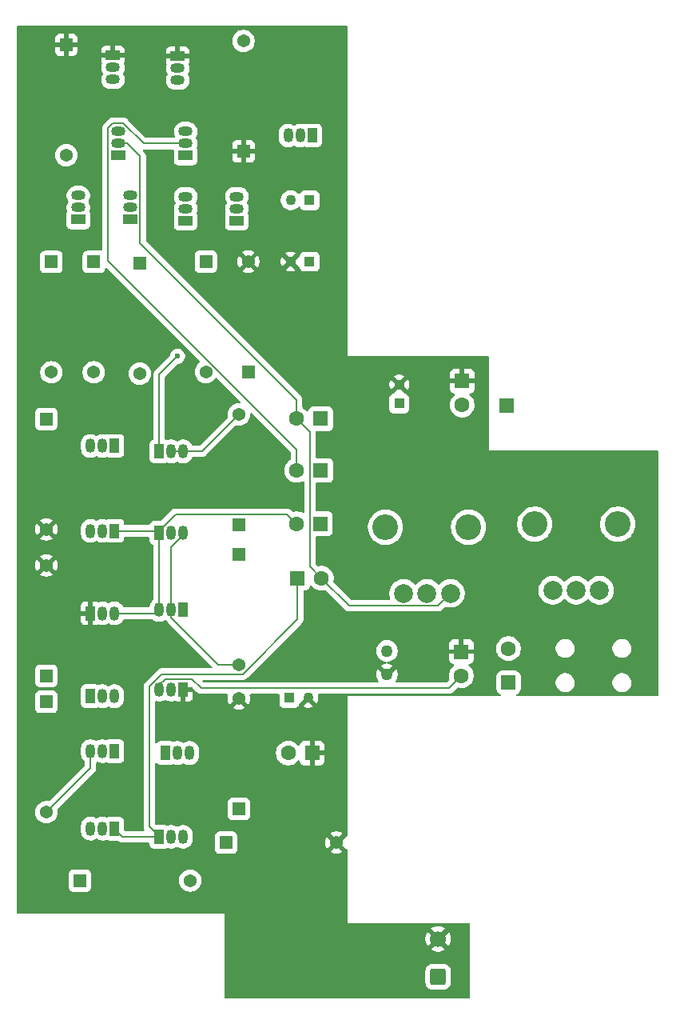
<source format=gbr>
%TF.GenerationSoftware,KiCad,Pcbnew,9.0.6*%
%TF.CreationDate,2025-11-22T15:54:34-05:00*%
%TF.ProjectId,Project_Final,50726f6a-6563-4745-9f46-696e616c2e6b,rev?*%
%TF.SameCoordinates,Original*%
%TF.FileFunction,Copper,L2,Bot*%
%TF.FilePolarity,Positive*%
%FSLAX46Y46*%
G04 Gerber Fmt 4.6, Leading zero omitted, Abs format (unit mm)*
G04 Created by KiCad (PCBNEW 9.0.6) date 2025-11-22 15:54:34*
%MOMM*%
%LPD*%
G01*
G04 APERTURE LIST*
G04 Aperture macros list*
%AMRoundRect*
0 Rectangle with rounded corners*
0 $1 Rounding radius*
0 $2 $3 $4 $5 $6 $7 $8 $9 X,Y pos of 4 corners*
0 Add a 4 corners polygon primitive as box body*
4,1,4,$2,$3,$4,$5,$6,$7,$8,$9,$2,$3,0*
0 Add four circle primitives for the rounded corners*
1,1,$1+$1,$2,$3*
1,1,$1+$1,$4,$5*
1,1,$1+$1,$6,$7*
1,1,$1+$1,$8,$9*
0 Add four rect primitives between the rounded corners*
20,1,$1+$1,$2,$3,$4,$5,0*
20,1,$1+$1,$4,$5,$6,$7,0*
20,1,$1+$1,$6,$7,$8,$9,0*
20,1,$1+$1,$8,$9,$2,$3,0*%
G04 Aperture macros list end*
%TA.AperFunction,ComponentPad*%
%ADD10R,1.371600X1.371600*%
%TD*%
%TA.AperFunction,ComponentPad*%
%ADD11C,1.371600*%
%TD*%
%TA.AperFunction,ComponentPad*%
%ADD12R,1.050000X1.500000*%
%TD*%
%TA.AperFunction,ComponentPad*%
%ADD13O,1.050000X1.500000*%
%TD*%
%TA.AperFunction,ComponentPad*%
%ADD14R,1.100000X1.100000*%
%TD*%
%TA.AperFunction,ComponentPad*%
%ADD15C,1.100000*%
%TD*%
%TA.AperFunction,ComponentPad*%
%ADD16R,1.500000X1.050000*%
%TD*%
%TA.AperFunction,ComponentPad*%
%ADD17O,1.500000X1.050000*%
%TD*%
%TA.AperFunction,ComponentPad*%
%ADD18C,1.270000*%
%TD*%
%TA.AperFunction,ComponentPad*%
%ADD19R,1.605000X1.605000*%
%TD*%
%TA.AperFunction,ComponentPad*%
%ADD20C,1.605000*%
%TD*%
%TA.AperFunction,ComponentPad*%
%ADD21RoundRect,0.250000X0.550000X-0.550000X0.550000X0.550000X-0.550000X0.550000X-0.550000X-0.550000X0*%
%TD*%
%TA.AperFunction,ComponentPad*%
%ADD22RoundRect,0.250000X0.600000X-0.600000X0.600000X0.600000X-0.600000X0.600000X-0.600000X-0.600000X0*%
%TD*%
%TA.AperFunction,ComponentPad*%
%ADD23C,1.700000*%
%TD*%
%TA.AperFunction,ComponentPad*%
%ADD24C,2.006600*%
%TD*%
%TA.AperFunction,ComponentPad*%
%ADD25C,2.717800*%
%TD*%
%TA.AperFunction,ComponentPad*%
%ADD26C,1.600000*%
%TD*%
%TA.AperFunction,ViaPad*%
%ADD27C,0.600000*%
%TD*%
%TA.AperFunction,Conductor*%
%ADD28C,0.200000*%
%TD*%
G04 APERTURE END LIST*
D10*
%TO.P,R13,1*%
%TO.N,Net-(Q1-E)*%
X68640000Y-44032000D03*
D11*
%TO.P,R13,2*%
%TO.N,VCC*%
X68640000Y-55716000D03*
%TD*%
D12*
%TO.P,Q15,1,E*%
%TO.N,Net-(Q15-E)*%
X80060000Y-64080000D03*
D13*
%TO.P,Q15,2,B*%
%TO.N,Net-(Q15-B)*%
X81330000Y-64080000D03*
%TO.P,Q15,3,C*%
X82600000Y-64080000D03*
%TD*%
D14*
%TO.P,C1,1*%
%TO.N,Net-(Q5-C)*%
X96000000Y-37500000D03*
D15*
%TO.P,C1,2*%
%TO.N,Net-(Q15-E)*%
X94000000Y-37500000D03*
%TD*%
D10*
%TO.P,R15,1*%
%TO.N,Net-(Q18-C)*%
X68100000Y-60638000D03*
D11*
%TO.P,R15,2*%
%TO.N,VEE*%
X68100000Y-72322000D03*
%TD*%
D16*
%TO.P,Q7,1,E*%
%TO.N,Net-(Q2-E)*%
X82860000Y-32770000D03*
D17*
%TO.P,Q7,2,B*%
%TO.N,V+*%
X82860000Y-31500000D03*
%TO.P,Q7,3,C*%
%TO.N,Net-(Q5-C)*%
X82860000Y-30230000D03*
%TD*%
D18*
%TO.P,C2,1*%
%TO.N,VEE*%
X104200000Y-87690000D03*
%TO.P,C2,2*%
%TO.N,Net-(C2-Pad2)*%
X104200000Y-85190000D03*
%TD*%
D12*
%TO.P,Q19,1,E*%
%TO.N,V_Out_Op-Amp*%
X80060000Y-72710000D03*
D13*
%TO.P,Q19,2,B*%
%TO.N,Net-(Q15-B)*%
X81330000Y-72710000D03*
%TO.P,Q19,3,C*%
%TO.N,Net-(Q19-C)*%
X82600000Y-72710000D03*
%TD*%
D10*
%TO.P,R8,1*%
%TO.N,Net-(Q14-C)*%
X88500000Y-101920000D03*
D11*
%TO.P,R8,2*%
%TO.N,VEE*%
X88500000Y-90236000D03*
%TD*%
D12*
%TO.P,Q22,1,E*%
%TO.N,VEE*%
X72780000Y-81210000D03*
D13*
%TO.P,Q22,2,B*%
%TO.N,Net-(Q20-C)*%
X74050000Y-81210000D03*
%TO.P,Q22,3,C*%
%TO.N,V_Out_Op-Amp*%
X75320000Y-81210000D03*
%TD*%
D12*
%TO.P,Q10,1,E*%
%TO.N,V_In_Output*%
X75320000Y-104000000D03*
D13*
%TO.P,Q10,2,B*%
%TO.N,Net-(Q10-B)*%
X74050000Y-104000000D03*
%TO.P,Q10,3,C*%
X72780000Y-104000000D03*
%TD*%
D19*
%TO.P,J5,1,Pin_1*%
%TO.N,VEE*%
X96270000Y-96000000D03*
D20*
%TO.P,J5,2,Pin_2*%
%TO.N,VCC*%
X93730000Y-96000000D03*
%TD*%
D10*
%TO.P,R12,1*%
%TO.N,VCC*%
X88500000Y-71842000D03*
D11*
%TO.P,R12,2*%
%TO.N,Net-(Q15-B)*%
X88500000Y-60158000D03*
%TD*%
D14*
%TO.P,CPaddle1,1*%
%TO.N,Net-(J1-Pin_1)*%
X105500000Y-59000000D03*
D15*
%TO.P,CPaddle1,2*%
%TO.N,VEE*%
X105500000Y-57000000D03*
%TD*%
D12*
%TO.P,Q11,1,E*%
%TO.N,V_In_Output*%
X80060000Y-104860000D03*
D13*
%TO.P,Q11,2,B*%
X81330000Y-104860000D03*
%TO.P,Q11,3,C*%
%TO.N,Net-(Q11-C)*%
X82600000Y-104860000D03*
%TD*%
D12*
%TO.P,Q21,1,E*%
%TO.N,VCC*%
X82600000Y-80850000D03*
D13*
%TO.P,Q21,2,B*%
%TO.N,Net-(Q19-C)*%
X81330000Y-80850000D03*
%TO.P,Q21,3,C*%
%TO.N,V_Out_Op-Amp*%
X80060000Y-80850000D03*
%TD*%
D19*
%TO.P,J4,1,Pin_1*%
%TO.N,V_In_Output*%
X94730000Y-77500000D03*
D20*
%TO.P,J4,2,Pin_2*%
%TO.N,V-*%
X97270000Y-77500000D03*
%TD*%
D10*
%TO.P,R16,1*%
%TO.N,VCC*%
X88500000Y-74974000D03*
D11*
%TO.P,R16,2*%
%TO.N,Net-(Q19-C)*%
X88500000Y-86658000D03*
%TD*%
D12*
%TO.P,Q14,1,E*%
%TO.N,V_Out_Output*%
X80730000Y-96000000D03*
D13*
%TO.P,Q14,2,B*%
%TO.N,Net-(Q11-C)*%
X82000000Y-96000000D03*
%TO.P,Q14,3,C*%
%TO.N,Net-(Q14-C)*%
X83270000Y-96000000D03*
%TD*%
D10*
%TO.P,R14,1*%
%TO.N,Net-(Q3-E)*%
X73140000Y-44032000D03*
D11*
%TO.P,R14,2*%
%TO.N,VCC*%
X73140000Y-55716000D03*
%TD*%
D21*
%TO.P,TP1,1,1*%
%TO.N,Net-(J1-Pin_1)*%
X116850000Y-59210000D03*
%TD*%
D12*
%TO.P,Q8,1,E*%
%TO.N,Net-(Q8-E)*%
X96270000Y-30640000D03*
D13*
%TO.P,Q8,2,B*%
%TO.N,Net-(Q5-C)*%
X95000000Y-30640000D03*
%TO.P,Q8,3,C*%
%TO.N,Net-(Q15-E)*%
X93730000Y-30640000D03*
%TD*%
D12*
%TO.P,Q12,1,E*%
%TO.N,V_Out_Output*%
X75320000Y-95800000D03*
D13*
%TO.P,Q12,2,B*%
%TO.N,Net-(Q10-B)*%
X74050000Y-95800000D03*
%TO.P,Q12,3,C*%
%TO.N,Net-(Q12-C)*%
X72780000Y-95800000D03*
%TD*%
D16*
%TO.P,Q1,1,E*%
%TO.N,Net-(Q1-E)*%
X71500000Y-39540000D03*
D17*
%TO.P,Q1,2,B*%
%TO.N,Net-(Q1-B)*%
X71500000Y-38270000D03*
%TO.P,Q1,3,C*%
X71500000Y-37000000D03*
%TD*%
D16*
%TO.P,Q5,1,E*%
%TO.N,VEE*%
X82020000Y-22242000D03*
D17*
%TO.P,Q5,2,B*%
%TO.N,Net-(Q2-C)*%
X82020000Y-23512000D03*
%TO.P,Q5,3,C*%
%TO.N,Net-(Q5-C)*%
X82020000Y-24782000D03*
%TD*%
D19*
%TO.P,JPaddle1,1,Pin_1*%
%TO.N,VEE*%
X112160000Y-56640000D03*
D20*
%TO.P,JPaddle1,2,Pin_2*%
%TO.N,Net-(J1-Pin_1)*%
X112160000Y-59180000D03*
%TD*%
D10*
%TO.P,R9,1*%
%TO.N,VCC*%
X71658000Y-109500000D03*
D11*
%TO.P,R9,2*%
%TO.N,Net-(Q10-B)*%
X83342000Y-109500000D03*
%TD*%
D10*
%TO.P,R4,1*%
%TO.N,Net-(J2-Pin_1)*%
X89500000Y-55684000D03*
D11*
%TO.P,R4,2*%
%TO.N,VEE*%
X89500000Y-44000000D03*
%TD*%
D16*
%TO.P,Q9,1,E*%
%TO.N,Net-(Q9-E)*%
X88278763Y-39651034D03*
D17*
%TO.P,Q9,2,B*%
%TO.N,Net-(Q1-B)*%
X88278763Y-38381034D03*
%TO.P,Q9,3,C*%
%TO.N,Net-(Q15-E)*%
X88278763Y-37111034D03*
%TD*%
D19*
%TO.P,JTestPoint1,1,Pin_1*%
%TO.N,VEE*%
X112080000Y-85270000D03*
D20*
%TO.P,JTestPoint1,2,Pin_2*%
%TO.N,V_Out_Output*%
X112080000Y-87810000D03*
%TD*%
D10*
%TO.P,R6,1*%
%TO.N,Net-(Q9-E)*%
X78000000Y-44158000D03*
D11*
%TO.P,R6,2*%
%TO.N,VCC*%
X78000000Y-55842000D03*
%TD*%
D12*
%TO.P,Q20,1,E*%
%TO.N,V_Out_Op-Amp*%
X75320000Y-72490000D03*
D13*
%TO.P,Q20,2,B*%
%TO.N,Net-(Q18-C)*%
X74050000Y-72490000D03*
%TO.P,Q20,3,C*%
%TO.N,Net-(Q20-C)*%
X72780000Y-72490000D03*
%TD*%
D12*
%TO.P,Q16,1,E*%
%TO.N,VEE*%
X82600000Y-89300000D03*
D13*
%TO.P,Q16,2,B*%
%TO.N,Net-(Q14-C)*%
X81330000Y-89300000D03*
%TO.P,Q16,3,C*%
%TO.N,V_Out_Output*%
X80060000Y-89300000D03*
%TD*%
D10*
%TO.P,R7,1*%
%TO.N,VCC*%
X68100000Y-90578000D03*
D11*
%TO.P,R7,2*%
%TO.N,Net-(Q12-C)*%
X68100000Y-102262000D03*
%TD*%
D22*
%TO.P,JBattery1,1,Pin_1*%
%TO.N,Net-(JBattery1-Pin_1)*%
X109620000Y-119670000D03*
D23*
%TO.P,JBattery1,2,Pin_2*%
%TO.N,VEE*%
X109620000Y-115670000D03*
%TD*%
D16*
%TO.P,Q2,1,E*%
%TO.N,Net-(Q2-E)*%
X75698000Y-32698000D03*
D17*
%TO.P,Q2,2,B*%
%TO.N,V-*%
X75698000Y-31428000D03*
%TO.P,Q2,3,C*%
%TO.N,Net-(Q2-C)*%
X75698000Y-30158000D03*
%TD*%
D24*
%TO.P,R1,1,1*%
%TO.N,V_Out_Op-Amp*%
X105947800Y-79105386D03*
%TO.P,R1,2,2*%
X108437000Y-79105386D03*
%TO.P,R1,3,3*%
%TO.N,V-*%
X110926200Y-79105386D03*
D25*
%TO.P,R1,4*%
%TO.N,N/C*%
X104036800Y-72105386D03*
%TO.P,R1,5*%
X112837200Y-72105386D03*
%TD*%
D21*
%TO.P,RLoad1,1*%
%TO.N,V_Out_Output*%
X117080000Y-88540000D03*
D26*
%TO.P,RLoad1,2*%
%TO.N,Net-(C2-Pad2)*%
X117080000Y-84940000D03*
%TD*%
D19*
%TO.P,J2,1,Pin_1*%
%TO.N,Net-(J2-Pin_1)*%
X97167500Y-66100000D03*
D20*
%TO.P,J2,2,Pin_2*%
%TO.N,V+*%
X94627500Y-66100000D03*
%TD*%
D10*
%TO.P,R5,1*%
%TO.N,VEE*%
X89000000Y-32342000D03*
D11*
%TO.P,R5,2*%
%TO.N,Net-(Q8-E)*%
X89000000Y-20658000D03*
%TD*%
D16*
%TO.P,Q6,1,E*%
%TO.N,Net-(Q3-E)*%
X82860000Y-39666000D03*
D17*
%TO.P,Q6,2,B*%
%TO.N,Net-(Q1-B)*%
X82860000Y-38396000D03*
%TO.P,Q6,3,C*%
%TO.N,Net-(Q2-E)*%
X82860000Y-37126000D03*
%TD*%
D16*
%TO.P,Q4,1,E*%
%TO.N,VEE*%
X75160000Y-22170000D03*
D17*
%TO.P,Q4,2,B*%
%TO.N,Net-(Q2-C)*%
X75160000Y-23440000D03*
%TO.P,Q4,3,C*%
X75160000Y-24710000D03*
%TD*%
D16*
%TO.P,Q3,1,E*%
%TO.N,Net-(Q3-E)*%
X77000000Y-39540000D03*
D17*
%TO.P,Q3,2,B*%
%TO.N,Net-(Q1-B)*%
X77000000Y-38270000D03*
%TO.P,Q3,3,C*%
%TO.N,Net-(Q2-E)*%
X77000000Y-37000000D03*
%TD*%
D10*
%TO.P,R17,1*%
%TO.N,Net-(Q20-C)*%
X68100000Y-87822000D03*
D11*
%TO.P,R17,2*%
%TO.N,VEE*%
X68100000Y-76138000D03*
%TD*%
D12*
%TO.P,Q18,1,E*%
%TO.N,Net-(Q15-E)*%
X75320000Y-63490000D03*
D13*
%TO.P,Q18,2,B*%
X74050000Y-63490000D03*
%TO.P,Q18,3,C*%
%TO.N,Net-(Q18-C)*%
X72780000Y-63490000D03*
%TD*%
D24*
%TO.P,R2,1,1*%
%TO.N,Net-(J3-Pin_1)*%
X121757800Y-78775386D03*
%TO.P,R2,2,2*%
X124247000Y-78775386D03*
%TO.P,R2,3,3*%
%TO.N,Net-(J2-Pin_1)*%
X126736200Y-78775386D03*
D25*
%TO.P,R2,4*%
%TO.N,N/C*%
X119846800Y-71775386D03*
%TO.P,R2,5*%
X128647200Y-71775386D03*
%TD*%
D14*
%TO.P,CByPass1,1*%
%TO.N,VCC*%
X93850000Y-90170000D03*
D15*
%TO.P,CByPass1,2*%
%TO.N,VEE*%
X95850000Y-90170000D03*
%TD*%
D10*
%TO.P,R10,1*%
%TO.N,Net-(Q11-C)*%
X87158000Y-105500000D03*
D11*
%TO.P,R10,2*%
%TO.N,VEE*%
X98842000Y-105500000D03*
%TD*%
D10*
%TO.P,R11,1*%
%TO.N,VEE*%
X70210000Y-21058000D03*
D11*
%TO.P,R11,2*%
%TO.N,Net-(Q1-B)*%
X70210000Y-32742000D03*
%TD*%
D10*
%TO.P,R3,1*%
%TO.N,VCC*%
X85000000Y-44000000D03*
D11*
%TO.P,R3,2*%
%TO.N,Net-(J2-Pin_1)*%
X85000000Y-55684000D03*
%TD*%
D19*
%TO.P,J3,1,Pin_1*%
%TO.N,Net-(J3-Pin_1)*%
X97130000Y-71730000D03*
D20*
%TO.P,J3,2,Pin_2*%
%TO.N,V_Out_Op-Amp*%
X94590000Y-71730000D03*
%TD*%
D14*
%TO.P,C3,1*%
%TO.N,Net-(Q5-C)*%
X96000000Y-44000000D03*
D15*
%TO.P,C3,2*%
%TO.N,VEE*%
X94000000Y-44000000D03*
%TD*%
D19*
%TO.P,J1,1,Pin_1*%
%TO.N,Net-(J1-Pin_1)*%
X97167500Y-60610000D03*
D20*
%TO.P,J1,2,Pin_2*%
%TO.N,V-*%
X94627500Y-60610000D03*
%TD*%
D12*
%TO.P,Q13,1,E*%
%TO.N,VCC*%
X72780000Y-89990000D03*
D13*
%TO.P,Q13,2,B*%
%TO.N,Net-(Q12-C)*%
X74050000Y-89990000D03*
%TO.P,Q13,3,C*%
%TO.N,V_Out_Output*%
X75320000Y-89990000D03*
%TD*%
D27*
%TO.N,Net-(Q15-E)*%
X82000000Y-54000000D03*
%TD*%
D28*
%TO.N,V-*%
X96026500Y-62009000D02*
X96026500Y-76256500D01*
X109621900Y-80409686D02*
X100179686Y-80409686D01*
X94627500Y-60610000D02*
X94627500Y-58627500D01*
X78051000Y-32831000D02*
X76648000Y-31428000D01*
X76648000Y-31428000D02*
X75698000Y-31428000D01*
X96026500Y-76256500D02*
X97270000Y-77500000D01*
X94627500Y-58627500D02*
X78051000Y-42051000D01*
X100179686Y-80409686D02*
X97270000Y-77500000D01*
X110926200Y-79105386D02*
X109621900Y-80409686D01*
X78051000Y-42051000D02*
X78051000Y-32831000D01*
X94627500Y-60610000D02*
X96026500Y-62009000D01*
%TO.N,V+*%
X74647000Y-43935454D02*
X94627500Y-63915954D01*
X75130860Y-29332000D02*
X74647000Y-29815860D01*
X76265140Y-29332000D02*
X75130860Y-29332000D01*
X82860000Y-31500000D02*
X78433140Y-31500000D01*
X94627500Y-63915954D02*
X94627500Y-66100000D01*
X74647000Y-29815860D02*
X74647000Y-43935454D01*
X78433140Y-31500000D02*
X76265140Y-29332000D01*
%TO.N,V_Out_Op-Amp*%
X80060000Y-72485000D02*
X80060000Y-72710000D01*
X79700000Y-81210000D02*
X80060000Y-80850000D01*
X75320000Y-72490000D02*
X79840000Y-72490000D01*
X81789800Y-70755200D02*
X80060000Y-72485000D01*
X93615200Y-70755200D02*
X81789800Y-70755200D01*
X94590000Y-71730000D02*
X93615200Y-70755200D01*
X80060000Y-72710000D02*
X80060000Y-80850000D01*
X75320000Y-81210000D02*
X79700000Y-81210000D01*
X79840000Y-72490000D02*
X80060000Y-72710000D01*
%TO.N,V_In_Output*%
X88908746Y-87644800D02*
X80322060Y-87644800D01*
X80060000Y-104860000D02*
X76180000Y-104860000D01*
X94730000Y-77500000D02*
X94730000Y-81823546D01*
X76180000Y-104860000D02*
X75320000Y-104000000D01*
X79000000Y-88966860D02*
X79000000Y-103800000D01*
X94730000Y-81823546D02*
X88908746Y-87644800D01*
X79000000Y-103800000D02*
X80060000Y-104860000D01*
X80322060Y-87644800D02*
X79000000Y-88966860D01*
%TO.N,V_Out_Output*%
X110740800Y-89149200D02*
X84526200Y-89149200D01*
X80060000Y-88800000D02*
X80060000Y-89300000D01*
X112080000Y-87810000D02*
X110740800Y-89149200D01*
X83526000Y-88149000D02*
X80711000Y-88149000D01*
X80711000Y-88149000D02*
X80060000Y-88800000D01*
X84526200Y-89149200D02*
X83526000Y-88149000D01*
%TO.N,Net-(Q12-C)*%
X72780000Y-95800000D02*
X72780000Y-97582000D01*
X72780000Y-97582000D02*
X68100000Y-102262000D01*
%TO.N,Net-(Q15-E)*%
X80060000Y-64080000D02*
X80060000Y-55940000D01*
X80060000Y-55940000D02*
X82000000Y-54000000D01*
%TO.N,Net-(Q15-B)*%
X82600000Y-64080000D02*
X84578000Y-64080000D01*
X84578000Y-64080000D02*
X88500000Y-60158000D01*
X81330000Y-64080000D02*
X82600000Y-64080000D01*
%TO.N,Net-(Q19-C)*%
X82600000Y-72935000D02*
X81330000Y-74205000D01*
X81330000Y-81657000D02*
X81330000Y-80850000D01*
X81330000Y-74205000D02*
X81330000Y-80850000D01*
X86331000Y-86658000D02*
X81330000Y-81657000D01*
X88500000Y-86658000D02*
X86331000Y-86658000D01*
X82600000Y-72710000D02*
X82600000Y-72935000D01*
%TD*%
%TA.AperFunction,Conductor*%
%TO.N,VEE*%
G36*
X99943039Y-19019685D02*
G01*
X99988794Y-19072489D01*
X100000000Y-19124000D01*
X100000000Y-54000000D01*
X114876000Y-54000000D01*
X114943039Y-54019685D01*
X114988794Y-54072489D01*
X115000000Y-54124000D01*
X115000000Y-64000000D01*
X132876000Y-64000000D01*
X132943039Y-64019685D01*
X132988794Y-64072489D01*
X133000000Y-64124000D01*
X133000000Y-89876000D01*
X132980315Y-89943039D01*
X132927511Y-89988794D01*
X132876000Y-90000000D01*
X118021488Y-90000000D01*
X117954449Y-89980315D01*
X117908694Y-89927511D01*
X117898750Y-89858353D01*
X117927775Y-89794797D01*
X117956391Y-89770461D01*
X118098656Y-89682712D01*
X118222712Y-89558656D01*
X118314814Y-89409334D01*
X118369999Y-89242797D01*
X118380500Y-89140009D01*
X118380500Y-88638543D01*
X122079499Y-88638543D01*
X122117947Y-88831829D01*
X122117950Y-88831839D01*
X122193364Y-89013907D01*
X122193371Y-89013920D01*
X122302860Y-89177781D01*
X122302863Y-89177785D01*
X122442214Y-89317136D01*
X122442218Y-89317139D01*
X122606079Y-89426628D01*
X122606092Y-89426635D01*
X122788160Y-89502049D01*
X122788165Y-89502051D01*
X122788169Y-89502051D01*
X122788170Y-89502052D01*
X122981456Y-89540500D01*
X122981459Y-89540500D01*
X123178543Y-89540500D01*
X123313906Y-89513574D01*
X123371835Y-89502051D01*
X123553914Y-89426632D01*
X123717782Y-89317139D01*
X123857139Y-89177782D01*
X123966632Y-89013914D01*
X124042051Y-88831835D01*
X124061299Y-88735069D01*
X124080500Y-88638543D01*
X128079499Y-88638543D01*
X128117947Y-88831829D01*
X128117950Y-88831839D01*
X128193364Y-89013907D01*
X128193371Y-89013920D01*
X128302860Y-89177781D01*
X128302863Y-89177785D01*
X128442214Y-89317136D01*
X128442218Y-89317139D01*
X128606079Y-89426628D01*
X128606092Y-89426635D01*
X128788160Y-89502049D01*
X128788165Y-89502051D01*
X128788169Y-89502051D01*
X128788170Y-89502052D01*
X128981456Y-89540500D01*
X128981459Y-89540500D01*
X129178543Y-89540500D01*
X129313906Y-89513574D01*
X129371835Y-89502051D01*
X129553914Y-89426632D01*
X129717782Y-89317139D01*
X129857139Y-89177782D01*
X129966632Y-89013914D01*
X130042051Y-88831835D01*
X130061299Y-88735069D01*
X130080500Y-88638543D01*
X130080500Y-88441456D01*
X130042052Y-88248170D01*
X130042051Y-88248169D01*
X130042051Y-88248165D01*
X130023383Y-88203095D01*
X129966635Y-88066092D01*
X129966628Y-88066079D01*
X129857139Y-87902218D01*
X129857136Y-87902214D01*
X129717785Y-87762863D01*
X129717781Y-87762860D01*
X129553920Y-87653371D01*
X129553907Y-87653364D01*
X129371839Y-87577950D01*
X129371829Y-87577947D01*
X129178543Y-87539500D01*
X129178541Y-87539500D01*
X128981459Y-87539500D01*
X128981457Y-87539500D01*
X128788170Y-87577947D01*
X128788160Y-87577950D01*
X128606092Y-87653364D01*
X128606079Y-87653371D01*
X128442218Y-87762860D01*
X128442214Y-87762863D01*
X128302863Y-87902214D01*
X128302860Y-87902218D01*
X128193371Y-88066079D01*
X128193364Y-88066092D01*
X128117950Y-88248160D01*
X128117947Y-88248170D01*
X128079500Y-88441456D01*
X128079500Y-88441459D01*
X128079500Y-88638541D01*
X128079500Y-88638543D01*
X128079499Y-88638543D01*
X124080500Y-88638543D01*
X124080500Y-88441456D01*
X124042052Y-88248170D01*
X124042051Y-88248169D01*
X124042051Y-88248165D01*
X124023383Y-88203095D01*
X123966635Y-88066092D01*
X123966628Y-88066079D01*
X123857139Y-87902218D01*
X123857136Y-87902214D01*
X123717785Y-87762863D01*
X123717781Y-87762860D01*
X123553920Y-87653371D01*
X123553907Y-87653364D01*
X123371839Y-87577950D01*
X123371829Y-87577947D01*
X123178543Y-87539500D01*
X123178541Y-87539500D01*
X122981459Y-87539500D01*
X122981457Y-87539500D01*
X122788170Y-87577947D01*
X122788160Y-87577950D01*
X122606092Y-87653364D01*
X122606079Y-87653371D01*
X122442218Y-87762860D01*
X122442214Y-87762863D01*
X122302863Y-87902214D01*
X122302860Y-87902218D01*
X122193371Y-88066079D01*
X122193364Y-88066092D01*
X122117950Y-88248160D01*
X122117947Y-88248170D01*
X122079500Y-88441456D01*
X122079500Y-88441459D01*
X122079500Y-88638541D01*
X122079500Y-88638543D01*
X122079499Y-88638543D01*
X118380500Y-88638543D01*
X118380499Y-87939992D01*
X118369999Y-87837203D01*
X118314814Y-87670666D01*
X118222712Y-87521344D01*
X118098656Y-87397288D01*
X117997612Y-87334964D01*
X117949336Y-87305187D01*
X117949331Y-87305185D01*
X117947862Y-87304698D01*
X117782797Y-87250001D01*
X117782795Y-87250000D01*
X117680010Y-87239500D01*
X116479998Y-87239500D01*
X116479981Y-87239501D01*
X116377203Y-87250000D01*
X116377200Y-87250001D01*
X116210668Y-87305185D01*
X116210663Y-87305187D01*
X116061342Y-87397289D01*
X115937289Y-87521342D01*
X115845187Y-87670663D01*
X115845186Y-87670666D01*
X115790001Y-87837203D01*
X115790001Y-87837204D01*
X115790000Y-87837204D01*
X115779500Y-87939983D01*
X115779500Y-89140001D01*
X115779501Y-89140018D01*
X115790000Y-89242796D01*
X115790001Y-89242799D01*
X115845185Y-89409331D01*
X115845187Y-89409336D01*
X115869283Y-89448402D01*
X115937288Y-89558656D01*
X116061344Y-89682712D01*
X116203609Y-89770461D01*
X116250333Y-89822409D01*
X116261556Y-89891372D01*
X116233712Y-89955454D01*
X116175644Y-89994310D01*
X116138512Y-90000000D01*
X100000000Y-90000000D01*
X100000000Y-104734307D01*
X99980315Y-104801346D01*
X99927511Y-104847101D01*
X99866273Y-104857925D01*
X99839716Y-104855835D01*
X99269277Y-105426274D01*
X99244374Y-105333331D01*
X99187526Y-105234869D01*
X99107131Y-105154474D01*
X99008669Y-105097626D01*
X98915724Y-105072722D01*
X99486162Y-104502282D01*
X99463491Y-104485811D01*
X99297191Y-104401077D01*
X99119672Y-104343397D01*
X98935330Y-104314200D01*
X98748670Y-104314200D01*
X98564327Y-104343397D01*
X98386808Y-104401077D01*
X98220502Y-104485814D01*
X98197836Y-104502282D01*
X98197835Y-104502282D01*
X98768275Y-105072721D01*
X98675331Y-105097626D01*
X98576869Y-105154474D01*
X98496474Y-105234869D01*
X98439626Y-105333331D01*
X98414722Y-105426275D01*
X97844282Y-104855835D01*
X97844282Y-104855836D01*
X97827814Y-104878502D01*
X97743077Y-105044808D01*
X97685397Y-105222327D01*
X97656200Y-105406669D01*
X97656200Y-105593330D01*
X97685397Y-105777672D01*
X97743077Y-105955191D01*
X97827811Y-106121491D01*
X97844282Y-106144162D01*
X98414721Y-105573723D01*
X98439626Y-105666669D01*
X98496474Y-105765131D01*
X98576869Y-105845526D01*
X98675331Y-105902374D01*
X98768275Y-105927278D01*
X98197835Y-106497716D01*
X98220504Y-106514186D01*
X98386808Y-106598922D01*
X98564327Y-106656602D01*
X98748670Y-106685800D01*
X98935330Y-106685800D01*
X99119672Y-106656602D01*
X99297191Y-106598922D01*
X99463496Y-106514186D01*
X99486162Y-106497717D01*
X99486162Y-106497716D01*
X98915724Y-105927277D01*
X99008669Y-105902374D01*
X99107131Y-105845526D01*
X99187526Y-105765131D01*
X99244374Y-105666669D01*
X99269278Y-105573724D01*
X99839715Y-106144161D01*
X99866271Y-106142072D01*
X99934648Y-106156436D01*
X99984405Y-106205488D01*
X100000000Y-106265690D01*
X100000000Y-114000000D01*
X112876000Y-114000000D01*
X112943039Y-114019685D01*
X112988794Y-114072489D01*
X113000000Y-114124000D01*
X113000000Y-121876000D01*
X112980315Y-121943039D01*
X112927511Y-121988794D01*
X112876000Y-122000000D01*
X87124000Y-122000000D01*
X87056961Y-121980315D01*
X87011206Y-121927511D01*
X87000000Y-121876000D01*
X87000000Y-119019983D01*
X108269500Y-119019983D01*
X108269500Y-120320001D01*
X108269501Y-120320018D01*
X108280000Y-120422796D01*
X108280001Y-120422799D01*
X108335185Y-120589331D01*
X108335186Y-120589334D01*
X108427288Y-120738656D01*
X108551344Y-120862712D01*
X108700666Y-120954814D01*
X108867203Y-121009999D01*
X108969991Y-121020500D01*
X110270008Y-121020499D01*
X110372797Y-121009999D01*
X110539334Y-120954814D01*
X110688656Y-120862712D01*
X110812712Y-120738656D01*
X110904814Y-120589334D01*
X110959999Y-120422797D01*
X110970500Y-120320009D01*
X110970499Y-119019992D01*
X110959999Y-118917203D01*
X110904814Y-118750666D01*
X110812712Y-118601344D01*
X110688656Y-118477288D01*
X110539334Y-118385186D01*
X110372797Y-118330001D01*
X110372795Y-118330000D01*
X110270010Y-118319500D01*
X108969998Y-118319500D01*
X108969981Y-118319501D01*
X108867203Y-118330000D01*
X108867200Y-118330001D01*
X108700668Y-118385185D01*
X108700663Y-118385187D01*
X108551342Y-118477289D01*
X108427289Y-118601342D01*
X108335187Y-118750663D01*
X108335186Y-118750666D01*
X108280001Y-118917203D01*
X108280001Y-118917204D01*
X108280000Y-118917204D01*
X108269500Y-119019983D01*
X87000000Y-119019983D01*
X87000000Y-116785269D01*
X108858282Y-116785269D01*
X108858282Y-116785270D01*
X108912449Y-116824624D01*
X109101782Y-116921095D01*
X109303870Y-116986757D01*
X109513754Y-117020000D01*
X109726246Y-117020000D01*
X109936127Y-116986757D01*
X109936130Y-116986757D01*
X110138217Y-116921095D01*
X110327554Y-116824622D01*
X110381716Y-116785270D01*
X110381717Y-116785270D01*
X109620000Y-116023554D01*
X108858282Y-116785269D01*
X87000000Y-116785269D01*
X87000000Y-115563753D01*
X108270000Y-115563753D01*
X108270000Y-115776246D01*
X108303242Y-115986127D01*
X108303242Y-115986130D01*
X108368904Y-116188217D01*
X108465375Y-116377550D01*
X108504728Y-116431716D01*
X109266446Y-115670000D01*
X109220368Y-115623922D01*
X109270000Y-115623922D01*
X109270000Y-115716078D01*
X109293852Y-115805095D01*
X109339930Y-115884905D01*
X109405095Y-115950070D01*
X109484905Y-115996148D01*
X109573922Y-116020000D01*
X109666078Y-116020000D01*
X109755095Y-115996148D01*
X109834905Y-115950070D01*
X109900070Y-115884905D01*
X109946148Y-115805095D01*
X109970000Y-115716078D01*
X109970000Y-115669999D01*
X109973554Y-115669999D01*
X109973554Y-115670001D01*
X110735270Y-116431717D01*
X110735270Y-116431716D01*
X110774622Y-116377554D01*
X110871095Y-116188217D01*
X110936757Y-115986130D01*
X110936757Y-115986127D01*
X110970000Y-115776246D01*
X110970000Y-115563753D01*
X110936757Y-115353872D01*
X110936757Y-115353869D01*
X110871095Y-115151782D01*
X110774624Y-114962449D01*
X110735270Y-114908282D01*
X110735269Y-114908282D01*
X109973554Y-115669999D01*
X109970000Y-115669999D01*
X109970000Y-115623922D01*
X109946148Y-115534905D01*
X109900070Y-115455095D01*
X109834905Y-115389930D01*
X109755095Y-115343852D01*
X109666078Y-115320000D01*
X109573922Y-115320000D01*
X109484905Y-115343852D01*
X109405095Y-115389930D01*
X109339930Y-115455095D01*
X109293852Y-115534905D01*
X109270000Y-115623922D01*
X109220368Y-115623922D01*
X108504728Y-114908282D01*
X108504727Y-114908282D01*
X108465380Y-114962439D01*
X108368904Y-115151782D01*
X108303242Y-115353869D01*
X108303242Y-115353872D01*
X108270000Y-115563753D01*
X87000000Y-115563753D01*
X87000000Y-114554727D01*
X108858282Y-114554727D01*
X108858282Y-114554728D01*
X109620000Y-115316446D01*
X109620001Y-115316446D01*
X110381716Y-114554728D01*
X110327550Y-114515375D01*
X110138217Y-114418904D01*
X109936129Y-114353242D01*
X109726246Y-114320000D01*
X109513754Y-114320000D01*
X109303872Y-114353242D01*
X109303869Y-114353242D01*
X109101782Y-114418904D01*
X108912439Y-114515380D01*
X108858282Y-114554727D01*
X87000000Y-114554727D01*
X87000000Y-113000000D01*
X65124000Y-113000000D01*
X65056961Y-112980315D01*
X65011206Y-112927511D01*
X65000000Y-112876000D01*
X65000000Y-108766335D01*
X70471700Y-108766335D01*
X70471700Y-110233670D01*
X70471701Y-110233676D01*
X70478108Y-110293283D01*
X70528402Y-110428128D01*
X70528406Y-110428135D01*
X70614652Y-110543344D01*
X70614655Y-110543347D01*
X70729864Y-110629593D01*
X70729871Y-110629597D01*
X70864717Y-110679891D01*
X70864716Y-110679891D01*
X70871644Y-110680635D01*
X70924327Y-110686300D01*
X72391672Y-110686299D01*
X72451283Y-110679891D01*
X72586131Y-110629596D01*
X72701346Y-110543346D01*
X72787596Y-110428131D01*
X72837891Y-110293283D01*
X72844300Y-110233673D01*
X72844299Y-109406636D01*
X82155700Y-109406636D01*
X82155700Y-109593364D01*
X82184911Y-109777793D01*
X82242613Y-109955381D01*
X82327385Y-110121757D01*
X82437141Y-110272822D01*
X82569178Y-110404859D01*
X82720243Y-110514615D01*
X82886619Y-110599387D01*
X83064207Y-110657089D01*
X83248636Y-110686300D01*
X83248637Y-110686300D01*
X83435363Y-110686300D01*
X83435364Y-110686300D01*
X83619793Y-110657089D01*
X83797381Y-110599387D01*
X83963757Y-110514615D01*
X84114822Y-110404859D01*
X84246859Y-110272822D01*
X84356615Y-110121757D01*
X84441387Y-109955381D01*
X84499089Y-109777793D01*
X84528300Y-109593364D01*
X84528300Y-109406636D01*
X84499089Y-109222207D01*
X84441387Y-109044619D01*
X84356615Y-108878243D01*
X84246859Y-108727178D01*
X84114822Y-108595141D01*
X83963757Y-108485385D01*
X83797381Y-108400613D01*
X83619793Y-108342911D01*
X83619791Y-108342910D01*
X83619789Y-108342910D01*
X83475822Y-108320108D01*
X83435364Y-108313700D01*
X83248636Y-108313700D01*
X83208178Y-108320108D01*
X83064210Y-108342910D01*
X82886616Y-108400614D01*
X82720242Y-108485385D01*
X82569176Y-108595142D01*
X82437142Y-108727176D01*
X82327385Y-108878242D01*
X82242614Y-109044616D01*
X82184910Y-109222210D01*
X82155700Y-109406636D01*
X72844299Y-109406636D01*
X72844299Y-108766328D01*
X72837891Y-108706717D01*
X72796276Y-108595142D01*
X72787597Y-108571871D01*
X72787593Y-108571864D01*
X72701347Y-108456655D01*
X72701344Y-108456652D01*
X72586135Y-108370406D01*
X72586128Y-108370402D01*
X72451282Y-108320108D01*
X72451283Y-108320108D01*
X72391683Y-108313701D01*
X72391681Y-108313700D01*
X72391673Y-108313700D01*
X72391664Y-108313700D01*
X70924329Y-108313700D01*
X70924323Y-108313701D01*
X70864716Y-108320108D01*
X70729871Y-108370402D01*
X70729864Y-108370406D01*
X70614655Y-108456652D01*
X70614652Y-108456655D01*
X70528406Y-108571864D01*
X70528402Y-108571871D01*
X70478108Y-108706717D01*
X70471701Y-108766316D01*
X70471701Y-108766323D01*
X70471700Y-108766335D01*
X65000000Y-108766335D01*
X65000000Y-102168636D01*
X66913700Y-102168636D01*
X66913700Y-102355364D01*
X66942911Y-102539793D01*
X67000613Y-102717381D01*
X67085385Y-102883757D01*
X67195141Y-103034822D01*
X67327178Y-103166859D01*
X67478243Y-103276615D01*
X67644619Y-103361387D01*
X67822207Y-103419089D01*
X68006636Y-103448300D01*
X68006637Y-103448300D01*
X68193363Y-103448300D01*
X68193364Y-103448300D01*
X68377793Y-103419089D01*
X68555381Y-103361387D01*
X68721757Y-103276615D01*
X68872822Y-103166859D01*
X69004859Y-103034822D01*
X69114615Y-102883757D01*
X69199387Y-102717381D01*
X69257089Y-102539793D01*
X69286300Y-102355364D01*
X69286300Y-102168636D01*
X69262862Y-102020656D01*
X69271816Y-101951365D01*
X69297651Y-101913582D01*
X73138506Y-98072728D01*
X73138511Y-98072724D01*
X73148714Y-98062520D01*
X73148716Y-98062520D01*
X73260520Y-97950716D01*
X73339577Y-97813784D01*
X73380500Y-97661057D01*
X73380500Y-97042454D01*
X73400185Y-96975415D01*
X73452989Y-96929660D01*
X73522147Y-96919716D01*
X73558535Y-96931649D01*
X73558616Y-96931455D01*
X73561171Y-96932513D01*
X73562960Y-96933100D01*
X73564242Y-96933785D01*
X73564243Y-96933785D01*
X73564244Y-96933786D01*
X73750873Y-97011091D01*
X73948987Y-97050498D01*
X73948992Y-97050499D01*
X73948996Y-97050500D01*
X73948997Y-97050500D01*
X74151004Y-97050500D01*
X74151005Y-97050499D01*
X74349127Y-97011091D01*
X74429798Y-96977674D01*
X74499267Y-96970205D01*
X74544658Y-96989962D01*
X74544886Y-96989546D01*
X74549540Y-96992087D01*
X74551562Y-96992967D01*
X74552669Y-96993796D01*
X74552670Y-96993796D01*
X74552671Y-96993797D01*
X74687517Y-97044091D01*
X74687516Y-97044091D01*
X74692121Y-97044586D01*
X74747127Y-97050500D01*
X75892872Y-97050499D01*
X75952483Y-97044091D01*
X76087331Y-96993796D01*
X76202546Y-96907546D01*
X76288796Y-96792331D01*
X76339091Y-96657483D01*
X76345500Y-96597873D01*
X76345499Y-95002128D01*
X76339091Y-94942517D01*
X76331549Y-94922297D01*
X76288797Y-94807671D01*
X76288793Y-94807664D01*
X76202547Y-94692455D01*
X76202544Y-94692452D01*
X76087335Y-94606206D01*
X76087328Y-94606202D01*
X75952482Y-94555908D01*
X75952483Y-94555908D01*
X75892883Y-94549501D01*
X75892881Y-94549500D01*
X75892873Y-94549500D01*
X75892864Y-94549500D01*
X74747129Y-94549500D01*
X74747123Y-94549501D01*
X74687516Y-94555908D01*
X74552672Y-94606202D01*
X74552665Y-94606206D01*
X74551556Y-94607037D01*
X74550258Y-94607520D01*
X74544887Y-94610454D01*
X74544465Y-94609681D01*
X74486090Y-94631449D01*
X74429800Y-94622325D01*
X74349127Y-94588909D01*
X74349119Y-94588907D01*
X74151007Y-94549500D01*
X74151003Y-94549500D01*
X73948997Y-94549500D01*
X73948992Y-94549500D01*
X73750880Y-94588907D01*
X73750872Y-94588909D01*
X73564244Y-94666213D01*
X73483891Y-94719904D01*
X73417213Y-94740782D01*
X73349833Y-94722297D01*
X73346109Y-94719904D01*
X73265755Y-94666213D01*
X73079127Y-94588909D01*
X73079119Y-94588907D01*
X72881007Y-94549500D01*
X72881003Y-94549500D01*
X72678997Y-94549500D01*
X72678992Y-94549500D01*
X72480880Y-94588907D01*
X72480872Y-94588909D01*
X72294247Y-94666212D01*
X72294237Y-94666217D01*
X72126281Y-94778441D01*
X71983441Y-94921281D01*
X71871217Y-95089237D01*
X71871212Y-95089247D01*
X71793909Y-95275872D01*
X71793907Y-95275880D01*
X71754500Y-95473992D01*
X71754500Y-96126007D01*
X71793907Y-96324119D01*
X71793909Y-96324127D01*
X71871212Y-96510752D01*
X71871217Y-96510762D01*
X71983440Y-96678716D01*
X71983441Y-96678717D01*
X71983442Y-96678718D01*
X72126282Y-96821558D01*
X72126285Y-96821560D01*
X72126287Y-96821562D01*
X72130997Y-96825428D01*
X72129848Y-96826826D01*
X72169194Y-96873904D01*
X72179500Y-96923397D01*
X72179500Y-97281902D01*
X72159815Y-97348941D01*
X72143181Y-97369583D01*
X68448418Y-101064345D01*
X68387095Y-101097830D01*
X68341339Y-101099137D01*
X68260417Y-101086320D01*
X68193364Y-101075700D01*
X68006636Y-101075700D01*
X67963883Y-101082471D01*
X67822210Y-101104910D01*
X67644616Y-101162614D01*
X67478242Y-101247385D01*
X67327176Y-101357142D01*
X67195142Y-101489176D01*
X67085385Y-101640242D01*
X67000614Y-101806616D01*
X66942910Y-101984210D01*
X66913700Y-102168636D01*
X65000000Y-102168636D01*
X65000000Y-89844335D01*
X66913700Y-89844335D01*
X66913700Y-91311670D01*
X66913701Y-91311676D01*
X66920108Y-91371283D01*
X66970402Y-91506128D01*
X66970406Y-91506135D01*
X67056652Y-91621344D01*
X67056655Y-91621347D01*
X67171864Y-91707593D01*
X67171871Y-91707597D01*
X67306717Y-91757891D01*
X67306716Y-91757891D01*
X67313644Y-91758635D01*
X67366327Y-91764300D01*
X68833672Y-91764299D01*
X68893283Y-91757891D01*
X69028131Y-91707596D01*
X69143346Y-91621346D01*
X69229596Y-91506131D01*
X69279891Y-91371283D01*
X69286300Y-91311673D01*
X69286299Y-89844328D01*
X69279891Y-89784717D01*
X69276197Y-89774814D01*
X69229597Y-89649871D01*
X69229593Y-89649864D01*
X69143347Y-89534655D01*
X69143344Y-89534652D01*
X69028135Y-89448406D01*
X69028128Y-89448402D01*
X68893282Y-89398108D01*
X68893283Y-89398108D01*
X68833683Y-89391701D01*
X68833681Y-89391700D01*
X68833673Y-89391700D01*
X68833664Y-89391700D01*
X67366329Y-89391700D01*
X67366323Y-89391701D01*
X67306716Y-89398108D01*
X67171871Y-89448402D01*
X67171864Y-89448406D01*
X67056655Y-89534652D01*
X67056652Y-89534655D01*
X66970406Y-89649864D01*
X66970402Y-89649871D01*
X66920108Y-89784717D01*
X66914111Y-89840500D01*
X66913701Y-89844323D01*
X66913700Y-89844335D01*
X65000000Y-89844335D01*
X65000000Y-89192135D01*
X71754500Y-89192135D01*
X71754500Y-90787870D01*
X71754501Y-90787876D01*
X71760908Y-90847483D01*
X71811202Y-90982328D01*
X71811206Y-90982335D01*
X71897452Y-91097544D01*
X71897455Y-91097547D01*
X72012664Y-91183793D01*
X72012671Y-91183797D01*
X72147517Y-91234091D01*
X72147516Y-91234091D01*
X72154444Y-91234835D01*
X72207127Y-91240500D01*
X73352872Y-91240499D01*
X73412483Y-91234091D01*
X73547331Y-91183796D01*
X73548430Y-91182972D01*
X73549717Y-91182492D01*
X73555112Y-91179547D01*
X73555535Y-91180322D01*
X73613887Y-91158552D01*
X73670198Y-91167673D01*
X73750873Y-91201091D01*
X73916777Y-91234091D01*
X73948992Y-91240499D01*
X73948996Y-91240500D01*
X73948997Y-91240500D01*
X74151004Y-91240500D01*
X74151005Y-91240499D01*
X74349127Y-91201091D01*
X74535756Y-91123786D01*
X74616110Y-91070094D01*
X74682786Y-91049217D01*
X74750166Y-91067701D01*
X74753865Y-91070078D01*
X74834244Y-91123786D01*
X75020873Y-91201091D01*
X75186777Y-91234091D01*
X75218992Y-91240499D01*
X75218996Y-91240500D01*
X75218997Y-91240500D01*
X75421004Y-91240500D01*
X75421005Y-91240499D01*
X75619127Y-91201091D01*
X75805756Y-91123786D01*
X75973718Y-91011558D01*
X76116558Y-90868718D01*
X76228786Y-90700756D01*
X76306091Y-90514127D01*
X76345500Y-90316003D01*
X76345500Y-89663997D01*
X76306091Y-89465873D01*
X76228786Y-89279244D01*
X76228784Y-89279241D01*
X76228782Y-89279237D01*
X76116558Y-89111281D01*
X75973718Y-88968441D01*
X75805762Y-88856217D01*
X75805752Y-88856212D01*
X75619127Y-88778909D01*
X75619119Y-88778907D01*
X75421007Y-88739500D01*
X75421003Y-88739500D01*
X75218997Y-88739500D01*
X75218992Y-88739500D01*
X75020880Y-88778907D01*
X75020872Y-88778909D01*
X74834244Y-88856213D01*
X74753891Y-88909904D01*
X74687213Y-88930782D01*
X74619833Y-88912297D01*
X74616109Y-88909904D01*
X74535755Y-88856213D01*
X74349127Y-88778909D01*
X74349119Y-88778907D01*
X74151007Y-88739500D01*
X74151003Y-88739500D01*
X73948997Y-88739500D01*
X73948992Y-88739500D01*
X73750880Y-88778907D01*
X73750868Y-88778910D01*
X73670198Y-88812325D01*
X73600729Y-88819794D01*
X73555342Y-88800036D01*
X73555114Y-88800454D01*
X73550447Y-88797905D01*
X73548432Y-88797028D01*
X73547331Y-88796204D01*
X73547330Y-88796203D01*
X73547328Y-88796202D01*
X73412482Y-88745908D01*
X73412483Y-88745908D01*
X73352883Y-88739501D01*
X73352881Y-88739500D01*
X73352873Y-88739500D01*
X73352864Y-88739500D01*
X72207129Y-88739500D01*
X72207123Y-88739501D01*
X72147516Y-88745908D01*
X72012671Y-88796202D01*
X72012664Y-88796206D01*
X71897455Y-88882452D01*
X71897452Y-88882455D01*
X71811206Y-88997664D01*
X71811202Y-88997671D01*
X71760908Y-89132517D01*
X71754501Y-89192116D01*
X71754500Y-89192135D01*
X65000000Y-89192135D01*
X65000000Y-87088334D01*
X66913700Y-87088334D01*
X66913700Y-88555670D01*
X66913701Y-88555676D01*
X66920108Y-88615283D01*
X66970402Y-88750128D01*
X66970406Y-88750135D01*
X67056652Y-88865344D01*
X67056655Y-88865347D01*
X67171864Y-88951593D01*
X67171871Y-88951597D01*
X67306717Y-89001891D01*
X67306716Y-89001891D01*
X67313644Y-89002635D01*
X67366327Y-89008300D01*
X68833672Y-89008299D01*
X68893283Y-89001891D01*
X69028131Y-88951596D01*
X69143346Y-88865346D01*
X69229596Y-88750131D01*
X69279891Y-88615283D01*
X69286300Y-88555673D01*
X69286299Y-87088328D01*
X69279891Y-87028717D01*
X69276478Y-87019567D01*
X69229597Y-86893871D01*
X69229593Y-86893864D01*
X69143347Y-86778655D01*
X69143344Y-86778652D01*
X69028135Y-86692406D01*
X69028128Y-86692402D01*
X68893282Y-86642108D01*
X68893283Y-86642108D01*
X68833683Y-86635701D01*
X68833681Y-86635700D01*
X68833673Y-86635700D01*
X68833664Y-86635700D01*
X67366329Y-86635700D01*
X67366323Y-86635701D01*
X67306716Y-86642108D01*
X67171871Y-86692402D01*
X67171864Y-86692406D01*
X67056655Y-86778652D01*
X67056652Y-86778655D01*
X66970406Y-86893864D01*
X66970402Y-86893871D01*
X66920108Y-87028717D01*
X66913701Y-87088316D01*
X66913701Y-87088323D01*
X66913700Y-87088334D01*
X65000000Y-87088334D01*
X65000000Y-76044669D01*
X66914200Y-76044669D01*
X66914200Y-76231330D01*
X66943397Y-76415672D01*
X67001077Y-76593191D01*
X67085811Y-76759491D01*
X67102282Y-76782162D01*
X67672721Y-76211723D01*
X67697626Y-76304669D01*
X67754474Y-76403131D01*
X67834869Y-76483526D01*
X67933331Y-76540374D01*
X68026275Y-76565278D01*
X67455835Y-77135716D01*
X67478504Y-77152186D01*
X67644808Y-77236922D01*
X67822327Y-77294602D01*
X68006670Y-77323800D01*
X68193330Y-77323800D01*
X68377672Y-77294602D01*
X68555191Y-77236922D01*
X68721496Y-77152186D01*
X68744162Y-77135717D01*
X68744162Y-77135716D01*
X68173724Y-76565277D01*
X68266669Y-76540374D01*
X68365131Y-76483526D01*
X68445526Y-76403131D01*
X68502374Y-76304669D01*
X68527278Y-76211724D01*
X69097716Y-76782162D01*
X69097717Y-76782162D01*
X69114186Y-76759496D01*
X69198922Y-76593191D01*
X69256602Y-76415672D01*
X69285800Y-76231330D01*
X69285800Y-76044669D01*
X69256602Y-75860327D01*
X69198922Y-75682808D01*
X69114186Y-75516504D01*
X69097716Y-75493836D01*
X69097716Y-75493835D01*
X68527277Y-76064274D01*
X68502374Y-75971331D01*
X68445526Y-75872869D01*
X68365131Y-75792474D01*
X68266669Y-75735626D01*
X68173724Y-75710722D01*
X68744162Y-75140282D01*
X68721491Y-75123811D01*
X68555191Y-75039077D01*
X68377672Y-74981397D01*
X68193330Y-74952200D01*
X68006670Y-74952200D01*
X67822327Y-74981397D01*
X67644808Y-75039077D01*
X67478502Y-75123814D01*
X67455836Y-75140282D01*
X67455835Y-75140282D01*
X68026275Y-75710721D01*
X67933331Y-75735626D01*
X67834869Y-75792474D01*
X67754474Y-75872869D01*
X67697626Y-75971331D01*
X67672722Y-76064275D01*
X67102282Y-75493835D01*
X67102282Y-75493836D01*
X67085814Y-75516502D01*
X67001077Y-75682808D01*
X66943397Y-75860327D01*
X66914200Y-76044669D01*
X65000000Y-76044669D01*
X65000000Y-72228669D01*
X66914200Y-72228669D01*
X66914200Y-72415330D01*
X66943397Y-72599672D01*
X67001077Y-72777191D01*
X67085811Y-72943491D01*
X67102282Y-72966162D01*
X67672721Y-72395723D01*
X67697626Y-72488669D01*
X67754474Y-72587131D01*
X67834869Y-72667526D01*
X67933331Y-72724374D01*
X68026275Y-72749278D01*
X67455835Y-73319716D01*
X67478504Y-73336186D01*
X67644808Y-73420922D01*
X67822327Y-73478602D01*
X68006670Y-73507800D01*
X68193330Y-73507800D01*
X68377672Y-73478602D01*
X68555191Y-73420922D01*
X68721496Y-73336186D01*
X68744162Y-73319717D01*
X68744162Y-73319716D01*
X68173724Y-72749277D01*
X68266669Y-72724374D01*
X68365131Y-72667526D01*
X68445526Y-72587131D01*
X68502374Y-72488669D01*
X68527278Y-72395724D01*
X69097716Y-72966162D01*
X69097717Y-72966162D01*
X69114186Y-72943496D01*
X69198922Y-72777191D01*
X69256602Y-72599672D01*
X69285800Y-72415330D01*
X69285800Y-72228670D01*
X69277664Y-72177304D01*
X69277664Y-72177303D01*
X69275556Y-72163992D01*
X71754500Y-72163992D01*
X71754500Y-72816007D01*
X71793907Y-73014119D01*
X71793909Y-73014127D01*
X71871212Y-73200752D01*
X71871217Y-73200762D01*
X71983441Y-73368718D01*
X72126281Y-73511558D01*
X72294237Y-73623782D01*
X72294241Y-73623784D01*
X72294244Y-73623786D01*
X72480873Y-73701091D01*
X72646777Y-73734091D01*
X72678992Y-73740499D01*
X72678996Y-73740500D01*
X72678997Y-73740500D01*
X72881004Y-73740500D01*
X72881005Y-73740499D01*
X73079127Y-73701091D01*
X73265756Y-73623786D01*
X73346110Y-73570094D01*
X73412786Y-73549217D01*
X73480166Y-73567701D01*
X73483865Y-73570078D01*
X73564244Y-73623786D01*
X73750873Y-73701091D01*
X73916777Y-73734091D01*
X73948992Y-73740499D01*
X73948996Y-73740500D01*
X73948997Y-73740500D01*
X74151004Y-73740500D01*
X74151005Y-73740499D01*
X74349127Y-73701091D01*
X74429798Y-73667674D01*
X74499267Y-73660205D01*
X74544658Y-73679962D01*
X74544886Y-73679546D01*
X74549540Y-73682087D01*
X74551562Y-73682967D01*
X74552669Y-73683796D01*
X74552670Y-73683796D01*
X74552671Y-73683797D01*
X74687517Y-73734091D01*
X74687516Y-73734091D01*
X74694444Y-73734835D01*
X74747127Y-73740500D01*
X75892872Y-73740499D01*
X75952483Y-73734091D01*
X76087331Y-73683796D01*
X76202546Y-73597546D01*
X76288796Y-73482331D01*
X76339091Y-73347483D01*
X76345500Y-73287873D01*
X76345500Y-73214500D01*
X76365185Y-73147461D01*
X76417989Y-73101706D01*
X76469500Y-73090500D01*
X78910501Y-73090500D01*
X78977540Y-73110185D01*
X79023295Y-73162989D01*
X79034501Y-73214500D01*
X79034501Y-73507876D01*
X79040908Y-73567483D01*
X79091202Y-73702328D01*
X79091206Y-73702335D01*
X79177452Y-73817544D01*
X79177455Y-73817547D01*
X79292664Y-73903793D01*
X79292671Y-73903797D01*
X79378833Y-73935933D01*
X79434766Y-73977804D01*
X79459184Y-74043268D01*
X79459500Y-74052115D01*
X79459500Y-79726603D01*
X79439815Y-79793642D01*
X79410279Y-79823711D01*
X79410990Y-79824578D01*
X79406278Y-79828444D01*
X79263441Y-79971281D01*
X79151217Y-80139237D01*
X79151212Y-80139247D01*
X79073909Y-80325872D01*
X79073907Y-80325880D01*
X79037345Y-80509691D01*
X79004960Y-80571602D01*
X78944245Y-80606176D01*
X78915728Y-80609500D01*
X76357310Y-80609500D01*
X76290271Y-80589815D01*
X76244516Y-80537011D01*
X76242749Y-80532953D01*
X76228787Y-80499247D01*
X76228786Y-80499244D01*
X76228784Y-80499241D01*
X76228782Y-80499237D01*
X76116558Y-80331281D01*
X75973718Y-80188441D01*
X75805762Y-80076217D01*
X75805752Y-80076212D01*
X75619127Y-79998909D01*
X75619119Y-79998907D01*
X75421007Y-79959500D01*
X75421003Y-79959500D01*
X75218997Y-79959500D01*
X75218992Y-79959500D01*
X75020880Y-79998907D01*
X75020872Y-79998909D01*
X74834244Y-80076213D01*
X74753891Y-80129904D01*
X74687213Y-80150782D01*
X74619833Y-80132297D01*
X74616109Y-80129904D01*
X74535755Y-80076213D01*
X74349127Y-79998909D01*
X74349119Y-79998907D01*
X74151007Y-79959500D01*
X74151003Y-79959500D01*
X73948997Y-79959500D01*
X73948992Y-79959500D01*
X73750880Y-79998907D01*
X73750868Y-79998910D01*
X73669661Y-80032547D01*
X73600191Y-80040016D01*
X73555140Y-80020405D01*
X73554872Y-80020897D01*
X73549374Y-80017894D01*
X73547895Y-80017251D01*
X73547086Y-80016645D01*
X73412379Y-79966403D01*
X73412372Y-79966401D01*
X73352844Y-79960000D01*
X73030000Y-79960000D01*
X73030000Y-80844134D01*
X73027617Y-80868326D01*
X73024500Y-80883995D01*
X73024500Y-80924170D01*
X73010255Y-80909925D01*
X72924745Y-80860556D01*
X72829370Y-80835000D01*
X72730630Y-80835000D01*
X72635255Y-80860556D01*
X72549745Y-80909925D01*
X72530000Y-80929670D01*
X72530000Y-79960000D01*
X72207155Y-79960000D01*
X72147627Y-79966401D01*
X72147620Y-79966403D01*
X72012913Y-80016645D01*
X72012906Y-80016649D01*
X71897812Y-80102809D01*
X71897809Y-80102812D01*
X71811649Y-80217906D01*
X71811645Y-80217913D01*
X71761403Y-80352620D01*
X71761401Y-80352627D01*
X71755000Y-80412155D01*
X71755000Y-80960000D01*
X72499670Y-80960000D01*
X72479925Y-80979745D01*
X72430556Y-81065255D01*
X72405000Y-81160630D01*
X72405000Y-81259370D01*
X72430556Y-81354745D01*
X72479925Y-81440255D01*
X72499670Y-81460000D01*
X71755000Y-81460000D01*
X71755000Y-82007844D01*
X71761401Y-82067372D01*
X71761403Y-82067379D01*
X71811645Y-82202086D01*
X71811649Y-82202093D01*
X71897809Y-82317187D01*
X71897812Y-82317190D01*
X72012906Y-82403350D01*
X72012913Y-82403354D01*
X72147620Y-82453596D01*
X72147627Y-82453598D01*
X72207155Y-82459999D01*
X72207172Y-82460000D01*
X72530000Y-82460000D01*
X72530000Y-81490330D01*
X72549745Y-81510075D01*
X72635255Y-81559444D01*
X72730630Y-81585000D01*
X72829370Y-81585000D01*
X72924745Y-81559444D01*
X73010255Y-81510075D01*
X73024500Y-81495830D01*
X73024500Y-81536002D01*
X73027617Y-81551671D01*
X73030000Y-81575865D01*
X73030000Y-82460000D01*
X73352828Y-82460000D01*
X73352844Y-82459999D01*
X73412372Y-82453598D01*
X73412376Y-82453597D01*
X73547089Y-82403352D01*
X73547896Y-82402748D01*
X73548845Y-82402393D01*
X73554876Y-82399101D01*
X73555349Y-82399967D01*
X73613360Y-82378329D01*
X73669661Y-82387451D01*
X73750873Y-82421091D01*
X73914288Y-82453596D01*
X73948992Y-82460499D01*
X73948996Y-82460500D01*
X73948997Y-82460500D01*
X74151004Y-82460500D01*
X74151005Y-82460499D01*
X74349127Y-82421091D01*
X74535756Y-82343786D01*
X74616110Y-82290094D01*
X74682786Y-82269217D01*
X74750166Y-82287701D01*
X74753865Y-82290078D01*
X74834244Y-82343786D01*
X75020873Y-82421091D01*
X75184288Y-82453596D01*
X75218992Y-82460499D01*
X75218996Y-82460500D01*
X75218997Y-82460500D01*
X75421004Y-82460500D01*
X75421005Y-82460499D01*
X75619127Y-82421091D01*
X75805756Y-82343786D01*
X75973718Y-82231558D01*
X76116558Y-82088718D01*
X76228786Y-81920756D01*
X76242749Y-81887047D01*
X76286590Y-81832644D01*
X76352884Y-81810579D01*
X76357310Y-81810500D01*
X79293861Y-81810500D01*
X79360900Y-81830185D01*
X79381542Y-81846819D01*
X79406281Y-81871558D01*
X79574237Y-81983782D01*
X79574241Y-81983784D01*
X79574244Y-81983786D01*
X79760873Y-82061091D01*
X79926777Y-82094091D01*
X79958992Y-82100499D01*
X79958996Y-82100500D01*
X79958997Y-82100500D01*
X80161004Y-82100500D01*
X80161005Y-82100499D01*
X80359127Y-82061091D01*
X80545756Y-81983786D01*
X80626112Y-81930093D01*
X80645185Y-81924121D01*
X80662193Y-81913615D01*
X80677846Y-81913894D01*
X80692785Y-81909217D01*
X80712062Y-81914505D01*
X80732052Y-81914862D01*
X80757166Y-81926878D01*
X80760165Y-81927701D01*
X80763889Y-81930095D01*
X80789315Y-81947084D01*
X80827813Y-81988187D01*
X80849479Y-82025714D01*
X80849481Y-82025717D01*
X80968349Y-82144585D01*
X80968355Y-82144590D01*
X85656384Y-86832619D01*
X85689869Y-86893942D01*
X85684885Y-86963634D01*
X85643013Y-87019567D01*
X85577549Y-87043984D01*
X85568703Y-87044300D01*
X80243003Y-87044300D01*
X80090275Y-87085223D01*
X80090272Y-87085224D01*
X80041504Y-87113381D01*
X79953347Y-87164277D01*
X79953342Y-87164281D01*
X78519481Y-88598142D01*
X78519480Y-88598144D01*
X78484434Y-88658847D01*
X78469361Y-88684954D01*
X78469359Y-88684956D01*
X78440425Y-88735069D01*
X78440424Y-88735070D01*
X78428677Y-88778910D01*
X78399499Y-88887803D01*
X78399499Y-88887805D01*
X78399499Y-89055906D01*
X78399500Y-89055919D01*
X78399500Y-103713330D01*
X78399499Y-103713348D01*
X78399499Y-103879054D01*
X78399498Y-103879054D01*
X78440424Y-104031789D01*
X78440425Y-104031790D01*
X78457938Y-104062123D01*
X78457942Y-104062128D01*
X78464508Y-104073501D01*
X78480979Y-104141402D01*
X78458126Y-104207428D01*
X78403205Y-104250618D01*
X78357120Y-104259500D01*
X76480098Y-104259500D01*
X76413059Y-104239815D01*
X76392417Y-104223181D01*
X76381818Y-104212582D01*
X76348333Y-104151259D01*
X76345499Y-104124901D01*
X76345499Y-103202129D01*
X76345498Y-103202123D01*
X76339091Y-103142516D01*
X76288797Y-103007671D01*
X76288793Y-103007664D01*
X76202547Y-102892455D01*
X76202544Y-102892452D01*
X76087335Y-102806206D01*
X76087328Y-102806202D01*
X75952482Y-102755908D01*
X75952483Y-102755908D01*
X75892883Y-102749501D01*
X75892881Y-102749500D01*
X75892873Y-102749500D01*
X75892864Y-102749500D01*
X74747129Y-102749500D01*
X74747123Y-102749501D01*
X74687516Y-102755908D01*
X74552672Y-102806202D01*
X74552665Y-102806206D01*
X74551556Y-102807037D01*
X74550258Y-102807520D01*
X74544887Y-102810454D01*
X74544465Y-102809681D01*
X74486090Y-102831449D01*
X74429800Y-102822325D01*
X74349127Y-102788909D01*
X74349119Y-102788907D01*
X74151007Y-102749500D01*
X74151003Y-102749500D01*
X73948997Y-102749500D01*
X73948992Y-102749500D01*
X73750880Y-102788907D01*
X73750872Y-102788909D01*
X73564244Y-102866213D01*
X73483891Y-102919904D01*
X73417213Y-102940782D01*
X73349833Y-102922297D01*
X73346109Y-102919904D01*
X73265755Y-102866213D01*
X73079127Y-102788909D01*
X73079119Y-102788907D01*
X72881007Y-102749500D01*
X72881003Y-102749500D01*
X72678997Y-102749500D01*
X72678992Y-102749500D01*
X72480880Y-102788907D01*
X72480872Y-102788909D01*
X72294247Y-102866212D01*
X72294237Y-102866217D01*
X72126281Y-102978441D01*
X71983441Y-103121281D01*
X71871217Y-103289237D01*
X71871212Y-103289247D01*
X71793909Y-103475872D01*
X71793907Y-103475880D01*
X71754500Y-103673992D01*
X71754500Y-104326007D01*
X71793907Y-104524119D01*
X71793909Y-104524127D01*
X71871212Y-104710752D01*
X71871217Y-104710762D01*
X71983441Y-104878718D01*
X72126281Y-105021558D01*
X72294237Y-105133782D01*
X72294241Y-105133784D01*
X72294244Y-105133786D01*
X72480873Y-105211091D01*
X72646777Y-105244091D01*
X72678992Y-105250499D01*
X72678996Y-105250500D01*
X72678997Y-105250500D01*
X72881004Y-105250500D01*
X72881005Y-105250499D01*
X73079127Y-105211091D01*
X73265756Y-105133786D01*
X73346110Y-105080094D01*
X73412786Y-105059217D01*
X73480166Y-105077701D01*
X73483865Y-105080078D01*
X73564244Y-105133786D01*
X73750873Y-105211091D01*
X73916777Y-105244091D01*
X73948992Y-105250499D01*
X73948996Y-105250500D01*
X73948997Y-105250500D01*
X74151004Y-105250500D01*
X74151005Y-105250499D01*
X74349127Y-105211091D01*
X74429798Y-105177674D01*
X74499267Y-105170205D01*
X74544658Y-105189962D01*
X74544886Y-105189546D01*
X74549540Y-105192087D01*
X74551562Y-105192967D01*
X74552669Y-105193796D01*
X74552670Y-105193796D01*
X74552671Y-105193797D01*
X74687517Y-105244091D01*
X74687516Y-105244091D01*
X74694444Y-105244835D01*
X74747127Y-105250500D01*
X75669901Y-105250499D01*
X75736940Y-105270183D01*
X75757582Y-105286818D01*
X75811284Y-105340520D01*
X75811286Y-105340521D01*
X75811290Y-105340524D01*
X75886800Y-105384119D01*
X75948216Y-105419577D01*
X76100943Y-105460501D01*
X76100945Y-105460501D01*
X76266654Y-105460501D01*
X76266670Y-105460500D01*
X78910501Y-105460500D01*
X78977540Y-105480185D01*
X79023295Y-105532989D01*
X79034501Y-105584500D01*
X79034501Y-105657876D01*
X79040908Y-105717483D01*
X79091202Y-105852328D01*
X79091206Y-105852335D01*
X79177452Y-105967544D01*
X79177455Y-105967547D01*
X79292664Y-106053793D01*
X79292671Y-106053797D01*
X79427517Y-106104091D01*
X79427516Y-106104091D01*
X79434444Y-106104835D01*
X79487127Y-106110500D01*
X80632872Y-106110499D01*
X80692483Y-106104091D01*
X80827331Y-106053796D01*
X80828430Y-106052972D01*
X80829717Y-106052492D01*
X80835112Y-106049547D01*
X80835535Y-106050322D01*
X80893887Y-106028552D01*
X80950198Y-106037673D01*
X81030873Y-106071091D01*
X81196777Y-106104091D01*
X81228992Y-106110499D01*
X81228996Y-106110500D01*
X81228997Y-106110500D01*
X81431004Y-106110500D01*
X81431005Y-106110499D01*
X81629127Y-106071091D01*
X81815756Y-105993786D01*
X81896110Y-105940094D01*
X81962786Y-105919217D01*
X82030166Y-105937701D01*
X82033865Y-105940078D01*
X82114244Y-105993786D01*
X82300873Y-106071091D01*
X82466777Y-106104091D01*
X82498992Y-106110499D01*
X82498996Y-106110500D01*
X82498997Y-106110500D01*
X82701004Y-106110500D01*
X82701005Y-106110499D01*
X82899127Y-106071091D01*
X83085756Y-105993786D01*
X83253718Y-105881558D01*
X83396558Y-105738718D01*
X83508786Y-105570756D01*
X83586091Y-105384127D01*
X83625500Y-105186003D01*
X83625500Y-104766335D01*
X85971700Y-104766335D01*
X85971700Y-106233670D01*
X85971701Y-106233676D01*
X85978108Y-106293283D01*
X86028402Y-106428128D01*
X86028406Y-106428135D01*
X86114652Y-106543344D01*
X86114655Y-106543347D01*
X86229864Y-106629593D01*
X86229871Y-106629597D01*
X86364717Y-106679891D01*
X86364716Y-106679891D01*
X86371644Y-106680635D01*
X86424327Y-106686300D01*
X87891672Y-106686299D01*
X87951283Y-106679891D01*
X88086131Y-106629596D01*
X88201346Y-106543346D01*
X88287596Y-106428131D01*
X88337891Y-106293283D01*
X88344300Y-106233673D01*
X88344299Y-104766328D01*
X88337891Y-104706717D01*
X88337891Y-104706716D01*
X88295431Y-104592874D01*
X88287596Y-104571869D01*
X88287593Y-104571864D01*
X88201347Y-104456655D01*
X88201344Y-104456652D01*
X88086135Y-104370406D01*
X88086128Y-104370402D01*
X87951282Y-104320108D01*
X87951283Y-104320108D01*
X87891683Y-104313701D01*
X87891681Y-104313700D01*
X87891673Y-104313700D01*
X87891664Y-104313700D01*
X86424329Y-104313700D01*
X86424323Y-104313701D01*
X86364716Y-104320108D01*
X86229871Y-104370402D01*
X86229864Y-104370406D01*
X86114655Y-104456652D01*
X86114652Y-104456655D01*
X86028406Y-104571864D01*
X86028402Y-104571871D01*
X85978108Y-104706717D01*
X85971701Y-104766316D01*
X85971701Y-104766323D01*
X85971700Y-104766335D01*
X83625500Y-104766335D01*
X83625500Y-104533997D01*
X83586091Y-104335873D01*
X83508786Y-104149244D01*
X83508784Y-104149241D01*
X83508782Y-104149237D01*
X83396558Y-103981281D01*
X83253718Y-103838441D01*
X83085762Y-103726217D01*
X83085752Y-103726212D01*
X82899127Y-103648909D01*
X82899119Y-103648907D01*
X82701007Y-103609500D01*
X82701003Y-103609500D01*
X82498997Y-103609500D01*
X82498992Y-103609500D01*
X82300880Y-103648907D01*
X82300872Y-103648909D01*
X82114244Y-103726213D01*
X82033891Y-103779904D01*
X81967213Y-103800782D01*
X81899833Y-103782297D01*
X81896109Y-103779904D01*
X81815755Y-103726213D01*
X81629127Y-103648909D01*
X81629119Y-103648907D01*
X81431007Y-103609500D01*
X81431003Y-103609500D01*
X81228997Y-103609500D01*
X81228992Y-103609500D01*
X81030880Y-103648907D01*
X81030868Y-103648910D01*
X80950198Y-103682325D01*
X80880729Y-103689794D01*
X80835342Y-103670036D01*
X80835114Y-103670454D01*
X80830447Y-103667905D01*
X80828432Y-103667028D01*
X80827331Y-103666204D01*
X80827330Y-103666203D01*
X80827328Y-103666202D01*
X80692482Y-103615908D01*
X80692483Y-103615908D01*
X80632883Y-103609501D01*
X80632881Y-103609500D01*
X80632873Y-103609500D01*
X80632865Y-103609500D01*
X79724500Y-103609500D01*
X79657461Y-103589815D01*
X79611706Y-103537011D01*
X79600500Y-103485500D01*
X79600500Y-101186335D01*
X87313700Y-101186335D01*
X87313700Y-102653670D01*
X87313701Y-102653676D01*
X87320108Y-102713283D01*
X87370402Y-102848128D01*
X87370406Y-102848135D01*
X87456652Y-102963344D01*
X87456655Y-102963347D01*
X87571864Y-103049593D01*
X87571871Y-103049597D01*
X87706717Y-103099891D01*
X87706716Y-103099891D01*
X87713644Y-103100635D01*
X87766327Y-103106300D01*
X89233672Y-103106299D01*
X89293283Y-103099891D01*
X89428131Y-103049596D01*
X89543346Y-102963346D01*
X89629596Y-102848131D01*
X89679891Y-102713283D01*
X89686300Y-102653673D01*
X89686299Y-101186328D01*
X89679891Y-101126717D01*
X89674507Y-101112283D01*
X89629597Y-100991871D01*
X89629593Y-100991864D01*
X89543347Y-100876655D01*
X89543344Y-100876652D01*
X89428135Y-100790406D01*
X89428128Y-100790402D01*
X89293282Y-100740108D01*
X89293283Y-100740108D01*
X89233683Y-100733701D01*
X89233681Y-100733700D01*
X89233673Y-100733700D01*
X89233664Y-100733700D01*
X87766329Y-100733700D01*
X87766323Y-100733701D01*
X87706716Y-100740108D01*
X87571871Y-100790402D01*
X87571864Y-100790406D01*
X87456655Y-100876652D01*
X87456652Y-100876655D01*
X87370406Y-100991864D01*
X87370402Y-100991871D01*
X87320108Y-101126717D01*
X87313701Y-101186316D01*
X87313701Y-101186323D01*
X87313700Y-101186335D01*
X79600500Y-101186335D01*
X79600500Y-97150214D01*
X79620185Y-97083175D01*
X79672989Y-97037420D01*
X79742147Y-97027476D01*
X79805703Y-97056501D01*
X79823762Y-97075897D01*
X79847454Y-97107546D01*
X79847455Y-97107546D01*
X79847456Y-97107548D01*
X79962664Y-97193793D01*
X79962671Y-97193797D01*
X80097517Y-97244091D01*
X80097516Y-97244091D01*
X80104444Y-97244835D01*
X80157127Y-97250500D01*
X81302872Y-97250499D01*
X81362483Y-97244091D01*
X81497331Y-97193796D01*
X81498430Y-97192972D01*
X81499717Y-97192492D01*
X81505112Y-97189547D01*
X81505535Y-97190322D01*
X81563887Y-97168552D01*
X81620198Y-97177673D01*
X81700873Y-97211091D01*
X81866777Y-97244091D01*
X81898992Y-97250499D01*
X81898996Y-97250500D01*
X81898997Y-97250500D01*
X82101004Y-97250500D01*
X82101005Y-97250499D01*
X82299127Y-97211091D01*
X82485756Y-97133786D01*
X82566110Y-97080094D01*
X82632786Y-97059217D01*
X82700166Y-97077701D01*
X82703865Y-97080078D01*
X82784244Y-97133786D01*
X82970873Y-97211091D01*
X83136777Y-97244091D01*
X83168992Y-97250499D01*
X83168996Y-97250500D01*
X83168997Y-97250500D01*
X83371004Y-97250500D01*
X83371005Y-97250499D01*
X83569127Y-97211091D01*
X83755756Y-97133786D01*
X83923718Y-97021558D01*
X84066558Y-96878718D01*
X84178786Y-96710756D01*
X84256091Y-96524127D01*
X84295500Y-96326003D01*
X84295500Y-95897446D01*
X92427000Y-95897446D01*
X92427000Y-96102553D01*
X92450354Y-96250000D01*
X92459084Y-96305120D01*
X92499045Y-96428106D01*
X92522464Y-96500182D01*
X92572236Y-96597864D01*
X92613433Y-96678718D01*
X92615577Y-96682924D01*
X92736121Y-96848840D01*
X92736125Y-96848845D01*
X92881154Y-96993874D01*
X92881159Y-96993878D01*
X92999828Y-97080095D01*
X93047079Y-97114425D01*
X93163522Y-97173755D01*
X93229817Y-97207535D01*
X93229819Y-97207535D01*
X93229822Y-97207537D01*
X93424880Y-97270916D01*
X93526166Y-97286958D01*
X93627447Y-97303000D01*
X93627452Y-97303000D01*
X93832553Y-97303000D01*
X93924626Y-97288416D01*
X94035120Y-97270916D01*
X94230178Y-97207537D01*
X94412921Y-97114425D01*
X94578847Y-96993873D01*
X94723873Y-96848847D01*
X94746756Y-96817350D01*
X94802085Y-96774685D01*
X94871698Y-96768704D01*
X94933494Y-96801309D01*
X94967852Y-96862147D01*
X94970364Y-96876976D01*
X94973901Y-96909874D01*
X94973903Y-96909879D01*
X95024145Y-97044586D01*
X95024149Y-97044593D01*
X95110309Y-97159687D01*
X95110312Y-97159690D01*
X95225406Y-97245850D01*
X95225413Y-97245854D01*
X95360120Y-97296096D01*
X95360127Y-97296098D01*
X95419655Y-97302499D01*
X95419672Y-97302500D01*
X96020000Y-97302500D01*
X96020000Y-96473426D01*
X96063498Y-96498540D01*
X96199566Y-96535000D01*
X96340434Y-96535000D01*
X96476502Y-96498540D01*
X96520000Y-96473426D01*
X96520000Y-97302500D01*
X97120328Y-97302500D01*
X97120344Y-97302499D01*
X97179872Y-97296098D01*
X97179879Y-97296096D01*
X97314586Y-97245854D01*
X97314593Y-97245850D01*
X97429687Y-97159690D01*
X97429690Y-97159687D01*
X97515850Y-97044593D01*
X97515854Y-97044586D01*
X97566096Y-96909879D01*
X97566098Y-96909872D01*
X97572499Y-96850344D01*
X97572500Y-96850327D01*
X97572500Y-96250000D01*
X96743426Y-96250000D01*
X96768540Y-96206502D01*
X96805000Y-96070434D01*
X96805000Y-95929566D01*
X96768540Y-95793498D01*
X96743426Y-95750000D01*
X97572500Y-95750000D01*
X97572500Y-95149672D01*
X97572499Y-95149655D01*
X97566098Y-95090127D01*
X97566096Y-95090120D01*
X97515854Y-94955413D01*
X97515850Y-94955406D01*
X97429690Y-94840312D01*
X97429687Y-94840309D01*
X97314593Y-94754149D01*
X97314586Y-94754145D01*
X97179879Y-94703903D01*
X97179872Y-94703901D01*
X97120344Y-94697500D01*
X96520000Y-94697500D01*
X96520000Y-95526573D01*
X96476502Y-95501460D01*
X96340434Y-95465000D01*
X96199566Y-95465000D01*
X96063498Y-95501460D01*
X96020000Y-95526573D01*
X96020000Y-94697500D01*
X95419655Y-94697500D01*
X95360127Y-94703901D01*
X95360120Y-94703903D01*
X95225413Y-94754145D01*
X95225406Y-94754149D01*
X95110312Y-94840309D01*
X95110309Y-94840312D01*
X95024149Y-94955406D01*
X95024145Y-94955413D01*
X94973903Y-95090120D01*
X94973901Y-95090126D01*
X94970364Y-95123023D01*
X94943624Y-95187573D01*
X94886230Y-95227420D01*
X94816405Y-95229911D01*
X94756317Y-95194257D01*
X94746757Y-95182649D01*
X94723878Y-95151159D01*
X94723874Y-95151154D01*
X94578845Y-95006125D01*
X94578840Y-95006121D01*
X94412924Y-94885577D01*
X94412923Y-94885576D01*
X94412921Y-94885575D01*
X94342679Y-94849785D01*
X94230182Y-94792464D01*
X94148534Y-94765935D01*
X94035120Y-94729084D01*
X94035114Y-94729083D01*
X93832553Y-94697000D01*
X93832548Y-94697000D01*
X93627452Y-94697000D01*
X93627447Y-94697000D01*
X93424885Y-94729083D01*
X93424883Y-94729083D01*
X93424880Y-94729084D01*
X93342322Y-94755909D01*
X93229817Y-94792464D01*
X93047075Y-94885577D01*
X92881159Y-95006121D01*
X92881154Y-95006125D01*
X92736125Y-95151154D01*
X92736121Y-95151159D01*
X92615577Y-95317075D01*
X92522464Y-95499817D01*
X92499045Y-95571894D01*
X92459084Y-95694880D01*
X92459083Y-95694883D01*
X92459083Y-95694885D01*
X92427000Y-95897446D01*
X84295500Y-95897446D01*
X84295500Y-95673997D01*
X84256091Y-95475873D01*
X84178786Y-95289244D01*
X84178784Y-95289241D01*
X84178782Y-95289237D01*
X84066558Y-95121281D01*
X83923718Y-94978441D01*
X83755762Y-94866217D01*
X83755752Y-94866212D01*
X83569127Y-94788909D01*
X83569119Y-94788907D01*
X83371007Y-94749500D01*
X83371003Y-94749500D01*
X83168997Y-94749500D01*
X83168992Y-94749500D01*
X82970880Y-94788907D01*
X82970872Y-94788909D01*
X82784244Y-94866213D01*
X82703891Y-94919904D01*
X82637213Y-94940782D01*
X82569833Y-94922297D01*
X82566109Y-94919904D01*
X82485755Y-94866213D01*
X82299127Y-94788909D01*
X82299119Y-94788907D01*
X82101007Y-94749500D01*
X82101003Y-94749500D01*
X81898997Y-94749500D01*
X81898992Y-94749500D01*
X81700880Y-94788907D01*
X81700868Y-94788910D01*
X81620198Y-94822325D01*
X81550729Y-94829794D01*
X81505342Y-94810036D01*
X81505114Y-94810454D01*
X81500447Y-94807905D01*
X81498432Y-94807028D01*
X81497331Y-94806204D01*
X81497330Y-94806203D01*
X81497328Y-94806202D01*
X81362482Y-94755908D01*
X81362483Y-94755908D01*
X81302883Y-94749501D01*
X81302881Y-94749500D01*
X81302873Y-94749500D01*
X81302864Y-94749500D01*
X80157129Y-94749500D01*
X80157123Y-94749501D01*
X80097516Y-94755908D01*
X79962671Y-94806202D01*
X79962664Y-94806206D01*
X79847455Y-94892452D01*
X79823766Y-94924097D01*
X79767832Y-94965967D01*
X79698140Y-94970951D01*
X79636818Y-94937465D01*
X79603333Y-94876141D01*
X79600500Y-94849785D01*
X79600500Y-90629636D01*
X79620185Y-90562597D01*
X79672989Y-90516842D01*
X79742147Y-90506898D01*
X79760515Y-90510981D01*
X79760854Y-90511083D01*
X79760873Y-90511091D01*
X79956478Y-90549999D01*
X79958992Y-90550499D01*
X79958996Y-90550500D01*
X79958997Y-90550500D01*
X80161004Y-90550500D01*
X80161005Y-90550499D01*
X80359127Y-90511091D01*
X80545756Y-90433786D01*
X80626110Y-90380094D01*
X80692786Y-90359217D01*
X80760166Y-90377701D01*
X80763865Y-90380078D01*
X80844244Y-90433786D01*
X81030873Y-90511091D01*
X81226478Y-90549999D01*
X81228992Y-90550499D01*
X81228996Y-90550500D01*
X81228997Y-90550500D01*
X81431004Y-90550500D01*
X81431005Y-90550499D01*
X81629127Y-90511091D01*
X81710338Y-90477451D01*
X81779804Y-90469983D01*
X81824859Y-90489594D01*
X81825128Y-90489103D01*
X81830613Y-90492098D01*
X81832099Y-90492745D01*
X81832911Y-90493353D01*
X81832913Y-90493354D01*
X81967620Y-90543596D01*
X81967627Y-90543598D01*
X82027155Y-90549999D01*
X82027172Y-90550000D01*
X82350000Y-90550000D01*
X82350000Y-89665865D01*
X82350067Y-89661789D01*
X82350400Y-89651638D01*
X82355500Y-89626003D01*
X82355500Y-89585830D01*
X82369745Y-89600075D01*
X82455255Y-89649444D01*
X82550630Y-89675000D01*
X82649370Y-89675000D01*
X82744745Y-89649444D01*
X82830255Y-89600075D01*
X82850000Y-89580330D01*
X82850000Y-90550000D01*
X83172828Y-90550000D01*
X83172844Y-90549999D01*
X83232372Y-90543598D01*
X83232379Y-90543596D01*
X83367086Y-90493354D01*
X83367093Y-90493350D01*
X83482187Y-90407190D01*
X83482190Y-90407187D01*
X83568350Y-90292093D01*
X83568354Y-90292086D01*
X83618596Y-90157379D01*
X83618598Y-90157372D01*
X83624999Y-90097844D01*
X83625000Y-90097827D01*
X83625000Y-89550000D01*
X82880330Y-89550000D01*
X82900075Y-89530255D01*
X82949444Y-89444745D01*
X82975000Y-89349370D01*
X82975000Y-89250630D01*
X82949444Y-89155255D01*
X82900075Y-89069745D01*
X82880330Y-89050000D01*
X83526403Y-89050000D01*
X83593442Y-89069685D01*
X83614084Y-89086319D01*
X84041339Y-89513574D01*
X84041349Y-89513585D01*
X84045679Y-89517915D01*
X84045680Y-89517916D01*
X84157484Y-89629720D01*
X84157486Y-89629721D01*
X84157490Y-89629724D01*
X84294409Y-89708773D01*
X84294416Y-89708777D01*
X84390886Y-89734626D01*
X84447142Y-89749700D01*
X84447143Y-89749700D01*
X87240513Y-89749700D01*
X87307552Y-89769385D01*
X87353307Y-89822189D01*
X87363251Y-89891347D01*
X87358444Y-89912018D01*
X87343397Y-89958326D01*
X87343397Y-89958327D01*
X87314200Y-90142669D01*
X87314200Y-90329330D01*
X87343397Y-90513672D01*
X87401077Y-90691191D01*
X87485811Y-90857491D01*
X87502282Y-90880162D01*
X88072721Y-90309722D01*
X88097626Y-90402669D01*
X88154474Y-90501131D01*
X88234869Y-90581526D01*
X88333331Y-90638374D01*
X88426275Y-90663278D01*
X87855835Y-91233716D01*
X87878504Y-91250186D01*
X88044808Y-91334922D01*
X88222327Y-91392602D01*
X88406670Y-91421800D01*
X88593330Y-91421800D01*
X88777672Y-91392602D01*
X88955191Y-91334922D01*
X89121496Y-91250186D01*
X89144162Y-91233717D01*
X89144162Y-91233716D01*
X88573724Y-90663277D01*
X88666669Y-90638374D01*
X88765131Y-90581526D01*
X88845526Y-90501131D01*
X88902374Y-90402669D01*
X88927278Y-90309724D01*
X89497716Y-90880162D01*
X89497717Y-90880162D01*
X89514186Y-90857496D01*
X89598922Y-90691191D01*
X89656602Y-90513672D01*
X89685800Y-90329330D01*
X89685800Y-90142669D01*
X89656602Y-89958327D01*
X89656602Y-89958326D01*
X89641556Y-89912018D01*
X89639561Y-89842177D01*
X89675641Y-89782344D01*
X89738342Y-89751516D01*
X89759487Y-89749700D01*
X92675500Y-89749700D01*
X92742539Y-89769385D01*
X92788294Y-89822189D01*
X92799500Y-89873700D01*
X92799500Y-90767870D01*
X92799501Y-90767876D01*
X92805908Y-90827483D01*
X92856202Y-90962328D01*
X92856206Y-90962335D01*
X92942452Y-91077544D01*
X92942455Y-91077547D01*
X93057664Y-91163793D01*
X93057671Y-91163797D01*
X93192517Y-91214091D01*
X93192516Y-91214091D01*
X93199444Y-91214835D01*
X93252127Y-91220500D01*
X94447872Y-91220499D01*
X94507483Y-91214091D01*
X94642331Y-91163796D01*
X94757546Y-91077546D01*
X94843796Y-90962331D01*
X94894091Y-90827483D01*
X94897497Y-90795800D01*
X94901783Y-90783025D01*
X94914373Y-90764981D01*
X94922793Y-90744656D01*
X94931664Y-90734780D01*
X95475000Y-90191444D01*
X95475000Y-90219370D01*
X95500556Y-90314745D01*
X95549925Y-90400255D01*
X95619745Y-90470075D01*
X95705255Y-90519444D01*
X95800630Y-90545000D01*
X95828554Y-90545000D01*
X95304931Y-91068620D01*
X95304932Y-91068621D01*
X95352633Y-91100495D01*
X95352639Y-91100498D01*
X95543725Y-91179649D01*
X95543733Y-91179651D01*
X95746579Y-91219999D01*
X95746583Y-91220000D01*
X95953417Y-91220000D01*
X95953420Y-91219999D01*
X96156266Y-91179651D01*
X96156274Y-91179649D01*
X96347366Y-91100495D01*
X96395066Y-91068621D01*
X96395067Y-91068620D01*
X95871447Y-90545000D01*
X95899370Y-90545000D01*
X95994745Y-90519444D01*
X96080255Y-90470075D01*
X96150075Y-90400255D01*
X96199444Y-90314745D01*
X96225000Y-90219370D01*
X96225000Y-90191447D01*
X96748620Y-90715067D01*
X96748621Y-90715066D01*
X96780495Y-90667366D01*
X96859649Y-90476274D01*
X96859651Y-90476266D01*
X96899999Y-90273420D01*
X96900000Y-90273417D01*
X96900000Y-90066583D01*
X96899999Y-90066579D01*
X96866446Y-89897891D01*
X96872673Y-89828299D01*
X96915537Y-89773122D01*
X96981426Y-89749878D01*
X96988063Y-89749700D01*
X110654131Y-89749700D01*
X110654147Y-89749701D01*
X110661743Y-89749701D01*
X110819854Y-89749701D01*
X110819857Y-89749701D01*
X110972585Y-89708777D01*
X111041972Y-89668716D01*
X111050148Y-89663996D01*
X111109509Y-89629724D01*
X111109508Y-89629724D01*
X111109516Y-89629720D01*
X111221320Y-89517916D01*
X111221320Y-89517914D01*
X111231524Y-89507711D01*
X111231528Y-89507706D01*
X111633174Y-89106059D01*
X111694495Y-89072576D01*
X111759171Y-89075811D01*
X111774880Y-89080916D01*
X111850844Y-89092947D01*
X111977447Y-89113000D01*
X111977452Y-89113000D01*
X112182553Y-89113000D01*
X112274626Y-89098416D01*
X112385120Y-89080916D01*
X112580178Y-89017537D01*
X112762921Y-88924425D01*
X112928847Y-88803873D01*
X113073873Y-88658847D01*
X113194425Y-88492921D01*
X113287537Y-88310178D01*
X113350916Y-88115120D01*
X113376153Y-87955780D01*
X113383000Y-87912553D01*
X113383000Y-87707446D01*
X113362489Y-87577949D01*
X113350916Y-87504880D01*
X113287537Y-87309822D01*
X113287535Y-87309819D01*
X113287535Y-87309817D01*
X113213380Y-87164281D01*
X113194425Y-87127079D01*
X113161822Y-87082205D01*
X113073878Y-86961159D01*
X113073874Y-86961154D01*
X112928845Y-86816125D01*
X112928840Y-86816121D01*
X112897350Y-86793242D01*
X112854684Y-86737912D01*
X112848705Y-86668299D01*
X112881311Y-86606504D01*
X112942150Y-86572146D01*
X112956979Y-86569635D01*
X112989873Y-86566098D01*
X112989879Y-86566096D01*
X113124586Y-86515854D01*
X113124593Y-86515850D01*
X113239687Y-86429690D01*
X113239690Y-86429687D01*
X113325850Y-86314593D01*
X113325854Y-86314586D01*
X113376096Y-86179879D01*
X113376098Y-86179872D01*
X113382499Y-86120344D01*
X113382500Y-86120327D01*
X113382500Y-85520000D01*
X112553426Y-85520000D01*
X112578540Y-85476502D01*
X112615000Y-85340434D01*
X112615000Y-85199566D01*
X112578540Y-85063498D01*
X112553426Y-85020000D01*
X113382500Y-85020000D01*
X113382500Y-84837648D01*
X115779500Y-84837648D01*
X115779500Y-85042351D01*
X115811522Y-85244534D01*
X115874781Y-85439223D01*
X115915940Y-85520000D01*
X115955936Y-85598497D01*
X115967715Y-85621613D01*
X116088028Y-85787213D01*
X116232786Y-85931971D01*
X116335212Y-86006386D01*
X116398390Y-86052287D01*
X116514607Y-86111503D01*
X116580776Y-86145218D01*
X116580778Y-86145218D01*
X116580781Y-86145220D01*
X116629858Y-86161166D01*
X116775465Y-86208477D01*
X116876557Y-86224488D01*
X116977648Y-86240500D01*
X116977649Y-86240500D01*
X117182351Y-86240500D01*
X117182352Y-86240500D01*
X117384534Y-86208477D01*
X117579219Y-86145220D01*
X117761610Y-86052287D01*
X117854590Y-85984732D01*
X117927213Y-85931971D01*
X117927215Y-85931968D01*
X117927219Y-85931966D01*
X118071966Y-85787219D01*
X118071968Y-85787215D01*
X118071971Y-85787213D01*
X118136710Y-85698106D01*
X118192287Y-85621610D01*
X118285220Y-85439219D01*
X118348477Y-85244534D01*
X118380500Y-85042352D01*
X118380500Y-85038543D01*
X122079499Y-85038543D01*
X122117947Y-85231829D01*
X122117950Y-85231839D01*
X122193364Y-85413907D01*
X122193371Y-85413920D01*
X122302860Y-85577781D01*
X122302863Y-85577785D01*
X122442214Y-85717136D01*
X122442218Y-85717139D01*
X122606079Y-85826628D01*
X122606092Y-85826635D01*
X122788160Y-85902049D01*
X122788165Y-85902051D01*
X122788169Y-85902051D01*
X122788170Y-85902052D01*
X122981456Y-85940500D01*
X122981459Y-85940500D01*
X123178543Y-85940500D01*
X123308582Y-85914632D01*
X123371835Y-85902051D01*
X123553914Y-85826632D01*
X123717782Y-85717139D01*
X123857139Y-85577782D01*
X123966632Y-85413914D01*
X124042051Y-85231835D01*
X124079742Y-85042352D01*
X124080500Y-85038543D01*
X128079499Y-85038543D01*
X128117947Y-85231829D01*
X128117950Y-85231839D01*
X128193364Y-85413907D01*
X128193371Y-85413920D01*
X128302860Y-85577781D01*
X128302863Y-85577785D01*
X128442214Y-85717136D01*
X128442218Y-85717139D01*
X128606079Y-85826628D01*
X128606092Y-85826635D01*
X128788160Y-85902049D01*
X128788165Y-85902051D01*
X128788169Y-85902051D01*
X128788170Y-85902052D01*
X128981456Y-85940500D01*
X128981459Y-85940500D01*
X129178543Y-85940500D01*
X129308582Y-85914632D01*
X129371835Y-85902051D01*
X129553914Y-85826632D01*
X129717782Y-85717139D01*
X129857139Y-85577782D01*
X129966632Y-85413914D01*
X130042051Y-85231835D01*
X130079742Y-85042352D01*
X130080500Y-85038543D01*
X130080500Y-84841456D01*
X130042052Y-84648170D01*
X130042051Y-84648169D01*
X130042051Y-84648165D01*
X130019975Y-84594868D01*
X129966635Y-84466092D01*
X129966628Y-84466079D01*
X129857139Y-84302218D01*
X129857136Y-84302214D01*
X129717785Y-84162863D01*
X129717781Y-84162860D01*
X129553920Y-84053371D01*
X129553907Y-84053364D01*
X129371839Y-83977950D01*
X129371829Y-83977947D01*
X129178543Y-83939500D01*
X129178541Y-83939500D01*
X128981459Y-83939500D01*
X128981457Y-83939500D01*
X128788170Y-83977947D01*
X128788160Y-83977950D01*
X128606092Y-84053364D01*
X128606079Y-84053371D01*
X128442218Y-84162860D01*
X128442214Y-84162863D01*
X128302863Y-84302214D01*
X128302860Y-84302218D01*
X128193371Y-84466079D01*
X128193364Y-84466092D01*
X128117950Y-84648160D01*
X128117947Y-84648170D01*
X128079500Y-84841456D01*
X128079500Y-84841459D01*
X128079500Y-85038541D01*
X128079500Y-85038543D01*
X128079499Y-85038543D01*
X124080500Y-85038543D01*
X124080500Y-84841456D01*
X124042052Y-84648170D01*
X124042051Y-84648169D01*
X124042051Y-84648165D01*
X124019975Y-84594868D01*
X123966635Y-84466092D01*
X123966628Y-84466079D01*
X123857139Y-84302218D01*
X123857136Y-84302214D01*
X123717785Y-84162863D01*
X123717781Y-84162860D01*
X123553920Y-84053371D01*
X123553907Y-84053364D01*
X123371839Y-83977950D01*
X123371829Y-83977947D01*
X123178543Y-83939500D01*
X123178541Y-83939500D01*
X122981459Y-83939500D01*
X122981457Y-83939500D01*
X122788170Y-83977947D01*
X122788160Y-83977950D01*
X122606092Y-84053364D01*
X122606079Y-84053371D01*
X122442218Y-84162860D01*
X122442214Y-84162863D01*
X122302863Y-84302214D01*
X122302860Y-84302218D01*
X122193371Y-84466079D01*
X122193364Y-84466092D01*
X122117950Y-84648160D01*
X122117947Y-84648170D01*
X122079500Y-84841456D01*
X122079500Y-84841459D01*
X122079500Y-85038541D01*
X122079500Y-85038543D01*
X122079499Y-85038543D01*
X118380500Y-85038543D01*
X118380500Y-84837648D01*
X118350489Y-84648170D01*
X118348477Y-84635465D01*
X118293440Y-84466079D01*
X118285220Y-84440781D01*
X118285218Y-84440778D01*
X118285218Y-84440776D01*
X118225660Y-84323889D01*
X118192287Y-84258390D01*
X118168323Y-84225406D01*
X118071971Y-84092786D01*
X117927213Y-83948028D01*
X117761613Y-83827715D01*
X117761612Y-83827714D01*
X117761610Y-83827713D01*
X117704653Y-83798691D01*
X117579223Y-83734781D01*
X117384534Y-83671522D01*
X117209995Y-83643878D01*
X117182352Y-83639500D01*
X116977648Y-83639500D01*
X116953329Y-83643351D01*
X116775465Y-83671522D01*
X116580776Y-83734781D01*
X116398386Y-83827715D01*
X116232786Y-83948028D01*
X116088028Y-84092786D01*
X115967715Y-84258386D01*
X115874781Y-84440776D01*
X115811522Y-84635465D01*
X115779500Y-84837648D01*
X113382500Y-84837648D01*
X113382500Y-84419672D01*
X113382499Y-84419655D01*
X113376098Y-84360127D01*
X113376096Y-84360120D01*
X113325854Y-84225413D01*
X113325850Y-84225406D01*
X113239690Y-84110312D01*
X113239687Y-84110309D01*
X113124593Y-84024149D01*
X113124586Y-84024145D01*
X112989879Y-83973903D01*
X112989872Y-83973901D01*
X112930344Y-83967500D01*
X112330000Y-83967500D01*
X112330000Y-84796573D01*
X112286502Y-84771460D01*
X112150434Y-84735000D01*
X112009566Y-84735000D01*
X111873498Y-84771460D01*
X111830000Y-84796573D01*
X111830000Y-83967500D01*
X111229655Y-83967500D01*
X111170127Y-83973901D01*
X111170120Y-83973903D01*
X111035413Y-84024145D01*
X111035406Y-84024149D01*
X110920312Y-84110309D01*
X110920309Y-84110312D01*
X110834149Y-84225406D01*
X110834145Y-84225413D01*
X110783903Y-84360120D01*
X110783901Y-84360127D01*
X110777500Y-84419655D01*
X110777500Y-85020000D01*
X111606574Y-85020000D01*
X111581460Y-85063498D01*
X111545000Y-85199566D01*
X111545000Y-85340434D01*
X111581460Y-85476502D01*
X111606574Y-85520000D01*
X110777500Y-85520000D01*
X110777500Y-86120344D01*
X110783901Y-86179872D01*
X110783903Y-86179879D01*
X110834145Y-86314586D01*
X110834149Y-86314593D01*
X110920309Y-86429687D01*
X110920312Y-86429690D01*
X111035406Y-86515850D01*
X111035413Y-86515854D01*
X111170120Y-86566096D01*
X111170127Y-86566098D01*
X111203020Y-86569635D01*
X111267571Y-86596373D01*
X111307419Y-86653766D01*
X111309912Y-86723591D01*
X111274259Y-86783680D01*
X111262651Y-86793241D01*
X111231156Y-86816123D01*
X111086125Y-86961154D01*
X111086121Y-86961159D01*
X110965577Y-87127075D01*
X110872464Y-87309817D01*
X110844043Y-87397288D01*
X110809084Y-87504880D01*
X110809083Y-87504883D01*
X110809083Y-87504885D01*
X110777000Y-87707446D01*
X110777000Y-87912553D01*
X110809083Y-88115116D01*
X110809084Y-88115122D01*
X110814188Y-88130831D01*
X110816181Y-88200673D01*
X110783937Y-88256826D01*
X110528382Y-88512382D01*
X110467062Y-88545866D01*
X110440703Y-88548700D01*
X105222420Y-88548700D01*
X105155381Y-88529015D01*
X105109626Y-88476211D01*
X105099682Y-88407053D01*
X105122101Y-88351815D01*
X105170739Y-88284869D01*
X105251844Y-88125693D01*
X105307053Y-87955780D01*
X105335000Y-87779331D01*
X105335000Y-87600668D01*
X105307053Y-87424219D01*
X105251844Y-87254306D01*
X105170738Y-87095129D01*
X105161347Y-87082205D01*
X104581000Y-87662552D01*
X104581000Y-87639840D01*
X104555036Y-87542939D01*
X104504876Y-87456060D01*
X104433940Y-87385124D01*
X104347061Y-87334964D01*
X104250160Y-87309000D01*
X104227447Y-87309000D01*
X104807794Y-86728652D01*
X104807793Y-86728651D01*
X104794869Y-86719260D01*
X104635693Y-86638155D01*
X104465781Y-86582947D01*
X104338108Y-86562725D01*
X104274974Y-86532795D01*
X104238043Y-86473484D01*
X104239041Y-86403621D01*
X104277651Y-86345389D01*
X104338107Y-86317779D01*
X104465897Y-86297540D01*
X104465901Y-86297539D01*
X104635878Y-86242310D01*
X104635878Y-86242309D01*
X104635881Y-86242309D01*
X104795132Y-86161167D01*
X104939728Y-86056111D01*
X105066111Y-85929728D01*
X105171167Y-85785132D01*
X105252309Y-85625881D01*
X105292914Y-85500911D01*
X105307539Y-85455901D01*
X105307539Y-85455900D01*
X105307540Y-85455897D01*
X105335500Y-85279366D01*
X105335500Y-85100634D01*
X105307540Y-84924103D01*
X105307539Y-84924099D01*
X105307539Y-84924098D01*
X105252310Y-84754121D01*
X105252308Y-84754118D01*
X105198325Y-84648170D01*
X105171167Y-84594868D01*
X105171165Y-84594865D01*
X105171164Y-84594863D01*
X105094421Y-84489237D01*
X105094420Y-84489236D01*
X105077600Y-84466086D01*
X105066111Y-84450272D01*
X104939728Y-84323889D01*
X104795132Y-84218833D01*
X104635881Y-84137691D01*
X104635878Y-84137689D01*
X104465899Y-84082460D01*
X104348209Y-84063820D01*
X104289366Y-84054500D01*
X104110634Y-84054500D01*
X104051790Y-84063820D01*
X103934101Y-84082460D01*
X103934098Y-84082460D01*
X103764121Y-84137689D01*
X103764118Y-84137691D01*
X103604867Y-84218833D01*
X103460270Y-84323890D01*
X103333890Y-84450270D01*
X103228833Y-84594867D01*
X103147691Y-84754118D01*
X103147689Y-84754121D01*
X103092460Y-84924098D01*
X103092460Y-84924101D01*
X103064500Y-85100634D01*
X103064500Y-85279365D01*
X103092460Y-85455898D01*
X103092460Y-85455901D01*
X103147689Y-85625878D01*
X103147691Y-85625881D01*
X103228833Y-85785132D01*
X103333889Y-85929728D01*
X103460272Y-86056111D01*
X103604868Y-86161167D01*
X103764119Y-86242309D01*
X103764121Y-86242310D01*
X103934098Y-86297539D01*
X103934103Y-86297540D01*
X104061890Y-86317779D01*
X104125024Y-86347708D01*
X104161956Y-86407019D01*
X104160958Y-86476882D01*
X104122349Y-86535115D01*
X104061891Y-86562725D01*
X103934218Y-86582947D01*
X103764306Y-86638155D01*
X103605127Y-86719262D01*
X103592205Y-86728651D01*
X103592204Y-86728651D01*
X104172554Y-87309000D01*
X104149840Y-87309000D01*
X104052939Y-87334964D01*
X103966060Y-87385124D01*
X103895124Y-87456060D01*
X103844964Y-87542939D01*
X103819000Y-87639840D01*
X103819000Y-87662553D01*
X103238651Y-87082204D01*
X103238651Y-87082205D01*
X103229262Y-87095127D01*
X103148155Y-87254306D01*
X103092946Y-87424219D01*
X103065000Y-87600668D01*
X103065000Y-87779331D01*
X103092946Y-87955780D01*
X103148155Y-88125693D01*
X103229260Y-88284869D01*
X103277899Y-88351815D01*
X103301378Y-88417622D01*
X103285552Y-88485676D01*
X103235446Y-88534370D01*
X103177580Y-88548700D01*
X84826297Y-88548700D01*
X84796856Y-88540055D01*
X84766870Y-88533532D01*
X84761854Y-88529777D01*
X84759258Y-88529015D01*
X84738616Y-88512381D01*
X84683216Y-88456981D01*
X84649731Y-88395658D01*
X84654715Y-88325966D01*
X84696587Y-88270033D01*
X84762051Y-88245616D01*
X84770897Y-88245300D01*
X88822077Y-88245300D01*
X88822093Y-88245301D01*
X88829689Y-88245301D01*
X88987800Y-88245301D01*
X88987803Y-88245301D01*
X89140531Y-88204377D01*
X89206631Y-88166214D01*
X89277462Y-88125320D01*
X89389266Y-88013516D01*
X89389266Y-88013514D01*
X89399470Y-88003311D01*
X89399474Y-88003306D01*
X95088506Y-82314274D01*
X95088511Y-82314270D01*
X95098714Y-82304066D01*
X95098716Y-82304066D01*
X95210520Y-82192262D01*
X95289577Y-82055330D01*
X95330500Y-81902603D01*
X95330500Y-78926999D01*
X95350185Y-78859960D01*
X95402989Y-78814205D01*
X95454500Y-78802999D01*
X95580371Y-78802999D01*
X95580372Y-78802999D01*
X95639983Y-78796591D01*
X95774831Y-78746296D01*
X95890046Y-78660046D01*
X95976296Y-78544831D01*
X96026591Y-78409983D01*
X96030074Y-78377580D01*
X96056811Y-78313034D01*
X96114202Y-78273185D01*
X96184028Y-78270690D01*
X96244117Y-78306342D01*
X96253681Y-78317954D01*
X96276121Y-78348840D01*
X96276125Y-78348845D01*
X96421154Y-78493874D01*
X96421159Y-78493878D01*
X96491296Y-78544835D01*
X96587079Y-78614425D01*
X96703522Y-78673755D01*
X96769817Y-78707535D01*
X96769819Y-78707535D01*
X96769822Y-78707537D01*
X96964880Y-78770916D01*
X97066166Y-78786958D01*
X97167447Y-78803000D01*
X97167452Y-78803000D01*
X97372553Y-78803000D01*
X97464626Y-78788416D01*
X97575120Y-78770916D01*
X97590827Y-78765811D01*
X97660668Y-78763817D01*
X97716827Y-78796062D01*
X99694825Y-80774060D01*
X99694835Y-80774071D01*
X99699165Y-80778401D01*
X99699166Y-80778402D01*
X99810970Y-80890206D01*
X99810972Y-80890207D01*
X99810976Y-80890210D01*
X99878269Y-80929061D01*
X99947902Y-80969263D01*
X100059705Y-80999220D01*
X100100628Y-81010186D01*
X100100629Y-81010186D01*
X109535231Y-81010186D01*
X109535247Y-81010187D01*
X109542843Y-81010187D01*
X109700954Y-81010187D01*
X109700957Y-81010187D01*
X109853685Y-80969263D01*
X109923323Y-80929057D01*
X109990616Y-80890206D01*
X110102420Y-80778402D01*
X110102420Y-80778400D01*
X110112624Y-80768197D01*
X110112628Y-80768192D01*
X110320018Y-80560801D01*
X110381339Y-80527318D01*
X110446014Y-80530552D01*
X110453402Y-80532953D01*
X110574058Y-80572157D01*
X110685546Y-80589815D01*
X110807848Y-80609186D01*
X110807849Y-80609186D01*
X111044551Y-80609186D01*
X111044552Y-80609186D01*
X111278341Y-80572157D01*
X111278344Y-80572156D01*
X111278345Y-80572156D01*
X111503456Y-80499013D01*
X111503456Y-80499012D01*
X111503459Y-80499012D01*
X111714363Y-80391551D01*
X111905860Y-80252420D01*
X112073234Y-80085046D01*
X112212365Y-79893549D01*
X112319826Y-79682645D01*
X112346841Y-79599500D01*
X112392970Y-79457531D01*
X112392970Y-79457530D01*
X112392971Y-79457527D01*
X112430000Y-79223738D01*
X112430000Y-78987034D01*
X112392971Y-78753245D01*
X112392970Y-78753241D01*
X112392970Y-78753240D01*
X112372578Y-78690480D01*
X112361711Y-78657034D01*
X120254000Y-78657034D01*
X120254000Y-78893737D01*
X120291029Y-79127528D01*
X120291029Y-79127531D01*
X120364172Y-79352642D01*
X120417616Y-79457531D01*
X120471635Y-79563549D01*
X120610766Y-79755046D01*
X120778140Y-79922420D01*
X120969637Y-80061551D01*
X121122118Y-80139244D01*
X121180543Y-80169013D01*
X121405655Y-80242156D01*
X121405656Y-80242156D01*
X121405659Y-80242157D01*
X121639448Y-80279186D01*
X121639449Y-80279186D01*
X121876151Y-80279186D01*
X121876152Y-80279186D01*
X122109941Y-80242157D01*
X122109944Y-80242156D01*
X122109945Y-80242156D01*
X122335056Y-80169013D01*
X122335056Y-80169012D01*
X122335059Y-80169012D01*
X122545963Y-80061551D01*
X122737460Y-79922420D01*
X122904834Y-79755046D01*
X122904841Y-79755035D01*
X122907998Y-79751341D01*
X122909850Y-79752923D01*
X122957112Y-79716284D01*
X123026709Y-79710124D01*
X123088589Y-79742569D01*
X123096450Y-79751641D01*
X123096802Y-79751341D01*
X123099964Y-79755043D01*
X123099966Y-79755046D01*
X123267340Y-79922420D01*
X123458837Y-80061551D01*
X123611318Y-80139244D01*
X123669743Y-80169013D01*
X123894855Y-80242156D01*
X123894856Y-80242156D01*
X123894859Y-80242157D01*
X124128648Y-80279186D01*
X124128649Y-80279186D01*
X124365351Y-80279186D01*
X124365352Y-80279186D01*
X124599141Y-80242157D01*
X124599144Y-80242156D01*
X124599145Y-80242156D01*
X124824256Y-80169013D01*
X124824256Y-80169012D01*
X124824259Y-80169012D01*
X125035163Y-80061551D01*
X125226660Y-79922420D01*
X125394034Y-79755046D01*
X125394041Y-79755035D01*
X125397198Y-79751341D01*
X125399050Y-79752923D01*
X125446312Y-79716284D01*
X125515909Y-79710124D01*
X125577789Y-79742569D01*
X125585650Y-79751641D01*
X125586002Y-79751341D01*
X125589164Y-79755043D01*
X125589166Y-79755046D01*
X125756540Y-79922420D01*
X125948037Y-80061551D01*
X126100518Y-80139244D01*
X126158943Y-80169013D01*
X126384055Y-80242156D01*
X126384056Y-80242156D01*
X126384059Y-80242157D01*
X126617848Y-80279186D01*
X126617849Y-80279186D01*
X126854551Y-80279186D01*
X126854552Y-80279186D01*
X127088341Y-80242157D01*
X127088344Y-80242156D01*
X127088345Y-80242156D01*
X127313456Y-80169013D01*
X127313456Y-80169012D01*
X127313459Y-80169012D01*
X127524363Y-80061551D01*
X127715860Y-79922420D01*
X127883234Y-79755046D01*
X128022365Y-79563549D01*
X128129826Y-79352645D01*
X128202971Y-79127527D01*
X128240000Y-78893738D01*
X128240000Y-78657034D01*
X128202971Y-78423245D01*
X128202970Y-78423241D01*
X128202970Y-78423240D01*
X128129827Y-78198129D01*
X128122078Y-78182921D01*
X128022365Y-77987223D01*
X127883234Y-77795726D01*
X127715860Y-77628352D01*
X127524363Y-77489221D01*
X127313456Y-77381758D01*
X127088344Y-77308615D01*
X126912999Y-77280843D01*
X126854552Y-77271586D01*
X126617848Y-77271586D01*
X126539918Y-77283929D01*
X126384057Y-77308615D01*
X126384054Y-77308615D01*
X126158943Y-77381758D01*
X125948036Y-77489221D01*
X125838780Y-77568600D01*
X125756540Y-77628352D01*
X125756538Y-77628354D01*
X125756537Y-77628354D01*
X125589168Y-77795723D01*
X125586002Y-77799431D01*
X125584207Y-77797898D01*
X125536533Y-77834626D01*
X125466917Y-77840571D01*
X125405137Y-77807936D01*
X125397525Y-77799151D01*
X125397198Y-77799431D01*
X125394031Y-77795723D01*
X125226662Y-77628354D01*
X125226660Y-77628352D01*
X125035163Y-77489221D01*
X124824256Y-77381758D01*
X124599144Y-77308615D01*
X124423799Y-77280843D01*
X124365352Y-77271586D01*
X124128648Y-77271586D01*
X124050718Y-77283929D01*
X123894857Y-77308615D01*
X123894854Y-77308615D01*
X123669743Y-77381758D01*
X123458836Y-77489221D01*
X123349580Y-77568600D01*
X123267340Y-77628352D01*
X123267338Y-77628354D01*
X123267337Y-77628354D01*
X123099968Y-77795723D01*
X123096802Y-77799431D01*
X123095007Y-77797898D01*
X123047333Y-77834626D01*
X122977717Y-77840571D01*
X122915937Y-77807936D01*
X122908325Y-77799151D01*
X122907998Y-77799431D01*
X122904831Y-77795723D01*
X122737462Y-77628354D01*
X122737460Y-77628352D01*
X122545963Y-77489221D01*
X122335056Y-77381758D01*
X122109944Y-77308615D01*
X121934599Y-77280843D01*
X121876152Y-77271586D01*
X121639448Y-77271586D01*
X121561518Y-77283929D01*
X121405657Y-77308615D01*
X121405654Y-77308615D01*
X121180543Y-77381758D01*
X120969636Y-77489221D01*
X120860380Y-77568600D01*
X120778140Y-77628352D01*
X120778138Y-77628354D01*
X120778137Y-77628354D01*
X120610768Y-77795723D01*
X120610768Y-77795724D01*
X120610766Y-77795726D01*
X120578184Y-77840571D01*
X120471635Y-77987222D01*
X120364172Y-78198129D01*
X120291029Y-78423240D01*
X120291029Y-78423243D01*
X120254000Y-78657034D01*
X112361711Y-78657034D01*
X112319827Y-78528129D01*
X112259630Y-78409986D01*
X112212365Y-78317223D01*
X112073234Y-78125726D01*
X111905860Y-77958352D01*
X111714363Y-77819221D01*
X111686684Y-77805118D01*
X111503456Y-77711758D01*
X111278344Y-77638615D01*
X111102999Y-77610843D01*
X111044552Y-77601586D01*
X110807848Y-77601586D01*
X110729918Y-77613929D01*
X110574057Y-77638615D01*
X110574054Y-77638615D01*
X110348943Y-77711758D01*
X110138036Y-77819221D01*
X110108651Y-77840571D01*
X109946540Y-77958352D01*
X109946538Y-77958354D01*
X109946537Y-77958354D01*
X109779168Y-78125723D01*
X109776002Y-78129431D01*
X109774207Y-78127898D01*
X109726533Y-78164626D01*
X109656917Y-78170571D01*
X109595137Y-78137936D01*
X109587525Y-78129151D01*
X109587198Y-78129431D01*
X109584031Y-78125723D01*
X109416662Y-77958354D01*
X109416660Y-77958352D01*
X109225163Y-77819221D01*
X109197484Y-77805118D01*
X109014256Y-77711758D01*
X108789144Y-77638615D01*
X108613799Y-77610843D01*
X108555352Y-77601586D01*
X108318648Y-77601586D01*
X108240718Y-77613929D01*
X108084857Y-77638615D01*
X108084854Y-77638615D01*
X107859743Y-77711758D01*
X107648836Y-77819221D01*
X107619451Y-77840571D01*
X107457340Y-77958352D01*
X107457338Y-77958354D01*
X107457337Y-77958354D01*
X107289968Y-78125723D01*
X107286802Y-78129431D01*
X107285007Y-78127898D01*
X107237333Y-78164626D01*
X107167717Y-78170571D01*
X107105937Y-78137936D01*
X107098325Y-78129151D01*
X107097998Y-78129431D01*
X107094831Y-78125723D01*
X106927462Y-77958354D01*
X106927460Y-77958352D01*
X106735963Y-77819221D01*
X106708284Y-77805118D01*
X106525056Y-77711758D01*
X106299944Y-77638615D01*
X106124599Y-77610843D01*
X106066152Y-77601586D01*
X105829448Y-77601586D01*
X105751518Y-77613929D01*
X105595657Y-77638615D01*
X105595654Y-77638615D01*
X105370543Y-77711758D01*
X105159636Y-77819221D01*
X105130251Y-77840571D01*
X104968140Y-77958352D01*
X104968138Y-77958354D01*
X104968137Y-77958354D01*
X104800768Y-78125723D01*
X104800768Y-78125724D01*
X104800766Y-78125726D01*
X104748162Y-78198129D01*
X104661635Y-78317222D01*
X104554172Y-78528129D01*
X104481029Y-78753240D01*
X104481029Y-78753243D01*
X104444000Y-78987034D01*
X104444000Y-79223737D01*
X104481029Y-79457528D01*
X104481029Y-79457531D01*
X104542549Y-79646868D01*
X104544544Y-79716709D01*
X104508464Y-79776542D01*
X104445763Y-79807370D01*
X104424618Y-79809186D01*
X100479783Y-79809186D01*
X100412744Y-79789501D01*
X100392102Y-79772867D01*
X98566062Y-77946827D01*
X98532577Y-77885504D01*
X98535812Y-77820827D01*
X98536334Y-77819221D01*
X98540916Y-77805120D01*
X98568913Y-77628354D01*
X98573000Y-77602553D01*
X98573000Y-77397446D01*
X98553065Y-77271586D01*
X98540916Y-77194880D01*
X98477537Y-76999822D01*
X98477535Y-76999819D01*
X98477535Y-76999817D01*
X98443755Y-76933522D01*
X98384425Y-76817079D01*
X98342585Y-76759491D01*
X98263878Y-76651159D01*
X98263874Y-76651154D01*
X98118845Y-76506125D01*
X98118840Y-76506121D01*
X97952924Y-76385577D01*
X97952923Y-76385576D01*
X97952921Y-76385575D01*
X97863381Y-76339952D01*
X97770182Y-76292464D01*
X97723384Y-76277258D01*
X97575120Y-76229084D01*
X97568857Y-76228092D01*
X97372553Y-76197000D01*
X97372548Y-76197000D01*
X97167452Y-76197000D01*
X97167447Y-76197000D01*
X96964876Y-76229084D01*
X96964875Y-76229084D01*
X96949167Y-76234188D01*
X96933956Y-76234622D01*
X96919699Y-76239940D01*
X96899741Y-76235598D01*
X96879325Y-76236181D01*
X96865239Y-76228092D01*
X96851426Y-76225088D01*
X96823175Y-76203940D01*
X96663316Y-76044081D01*
X96629834Y-75982760D01*
X96627000Y-75956402D01*
X96627000Y-73156999D01*
X96646685Y-73089960D01*
X96699489Y-73044205D01*
X96751000Y-73032999D01*
X97980371Y-73032999D01*
X97980372Y-73032999D01*
X98039983Y-73026591D01*
X98174831Y-72976296D01*
X98290046Y-72890046D01*
X98376296Y-72774831D01*
X98426591Y-72639983D01*
X98433000Y-72580373D01*
X98432999Y-71983506D01*
X102177400Y-71983506D01*
X102177400Y-72227265D01*
X102198035Y-72383996D01*
X102209215Y-72468915D01*
X102272300Y-72704352D01*
X102272303Y-72704362D01*
X102365574Y-72929538D01*
X102365579Y-72929549D01*
X102487443Y-73140622D01*
X102487454Y-73140638D01*
X102635827Y-73334002D01*
X102635833Y-73334009D01*
X102808176Y-73506352D01*
X102808183Y-73506358D01*
X102851878Y-73539886D01*
X103001556Y-73654738D01*
X103001563Y-73654742D01*
X103212636Y-73776606D01*
X103212641Y-73776608D01*
X103212644Y-73776610D01*
X103437833Y-73869886D01*
X103673271Y-73932971D01*
X103914928Y-73964786D01*
X103914935Y-73964786D01*
X104158665Y-73964786D01*
X104158672Y-73964786D01*
X104400329Y-73932971D01*
X104635767Y-73869886D01*
X104860956Y-73776610D01*
X105072044Y-73654738D01*
X105265418Y-73506357D01*
X105437771Y-73334004D01*
X105586152Y-73140630D01*
X105708024Y-72929542D01*
X105801300Y-72704353D01*
X105864385Y-72468915D01*
X105896200Y-72227258D01*
X105896200Y-71983514D01*
X105896199Y-71983506D01*
X110977800Y-71983506D01*
X110977800Y-72227265D01*
X110998435Y-72383996D01*
X111009615Y-72468915D01*
X111072700Y-72704352D01*
X111072703Y-72704362D01*
X111165974Y-72929538D01*
X111165979Y-72929549D01*
X111287843Y-73140622D01*
X111287854Y-73140638D01*
X111436227Y-73334002D01*
X111436233Y-73334009D01*
X111608576Y-73506352D01*
X111608583Y-73506358D01*
X111652278Y-73539886D01*
X111801956Y-73654738D01*
X111801963Y-73654742D01*
X112013036Y-73776606D01*
X112013041Y-73776608D01*
X112013044Y-73776610D01*
X112238233Y-73869886D01*
X112473671Y-73932971D01*
X112715328Y-73964786D01*
X112715335Y-73964786D01*
X112959065Y-73964786D01*
X112959072Y-73964786D01*
X113200729Y-73932971D01*
X113436167Y-73869886D01*
X113661356Y-73776610D01*
X113872444Y-73654738D01*
X114065818Y-73506357D01*
X114238171Y-73334004D01*
X114386552Y-73140630D01*
X114508424Y-72929542D01*
X114601700Y-72704353D01*
X114664785Y-72468915D01*
X114696600Y-72227258D01*
X114696600Y-71983514D01*
X114664785Y-71741857D01*
X114641112Y-71653506D01*
X117987400Y-71653506D01*
X117987400Y-71897265D01*
X118000827Y-71999247D01*
X118019215Y-72138915D01*
X118043265Y-72228670D01*
X118082300Y-72374352D01*
X118082303Y-72374362D01*
X118175574Y-72599538D01*
X118175579Y-72599549D01*
X118297443Y-72810622D01*
X118297454Y-72810638D01*
X118445827Y-73004002D01*
X118445833Y-73004009D01*
X118618176Y-73176352D01*
X118618182Y-73176357D01*
X118811556Y-73324738D01*
X118811563Y-73324742D01*
X119022636Y-73446606D01*
X119022641Y-73446608D01*
X119022644Y-73446610D01*
X119247833Y-73539886D01*
X119483271Y-73602971D01*
X119724928Y-73634786D01*
X119724935Y-73634786D01*
X119968665Y-73634786D01*
X119968672Y-73634786D01*
X120210329Y-73602971D01*
X120445767Y-73539886D01*
X120670956Y-73446610D01*
X120882044Y-73324738D01*
X121075418Y-73176357D01*
X121247771Y-73004004D01*
X121396152Y-72810630D01*
X121518024Y-72599542D01*
X121611300Y-72374353D01*
X121674385Y-72138915D01*
X121706200Y-71897258D01*
X121706200Y-71653514D01*
X121706199Y-71653506D01*
X126787800Y-71653506D01*
X126787800Y-71897265D01*
X126801227Y-71999247D01*
X126819615Y-72138915D01*
X126843665Y-72228670D01*
X126882700Y-72374352D01*
X126882703Y-72374362D01*
X126975974Y-72599538D01*
X126975979Y-72599549D01*
X127097843Y-72810622D01*
X127097854Y-72810638D01*
X127246227Y-73004002D01*
X127246233Y-73004009D01*
X127418576Y-73176352D01*
X127418582Y-73176357D01*
X127611956Y-73324738D01*
X127611963Y-73324742D01*
X127823036Y-73446606D01*
X127823041Y-73446608D01*
X127823044Y-73446610D01*
X128048233Y-73539886D01*
X128283671Y-73602971D01*
X128525328Y-73634786D01*
X128525335Y-73634786D01*
X128769065Y-73634786D01*
X128769072Y-73634786D01*
X129010729Y-73602971D01*
X129246167Y-73539886D01*
X129471356Y-73446610D01*
X129682444Y-73324738D01*
X129875818Y-73176357D01*
X130048171Y-73004004D01*
X130196552Y-72810630D01*
X130318424Y-72599542D01*
X130411700Y-72374353D01*
X130474785Y-72138915D01*
X130506600Y-71897258D01*
X130506600Y-71653514D01*
X130474785Y-71411857D01*
X130411700Y-71176419D01*
X130318424Y-70951230D01*
X130318422Y-70951227D01*
X130318420Y-70951222D01*
X130196556Y-70740149D01*
X130196552Y-70740142D01*
X130153830Y-70684466D01*
X130048172Y-70546769D01*
X130048166Y-70546762D01*
X129875823Y-70374419D01*
X129875816Y-70374413D01*
X129682452Y-70226040D01*
X129682450Y-70226038D01*
X129682444Y-70226034D01*
X129682439Y-70226031D01*
X129682436Y-70226029D01*
X129471363Y-70104165D01*
X129471352Y-70104160D01*
X129246176Y-70010889D01*
X129246169Y-70010887D01*
X129246167Y-70010886D01*
X129010729Y-69947801D01*
X128970343Y-69942484D01*
X128769079Y-69915986D01*
X128769072Y-69915986D01*
X128525328Y-69915986D01*
X128525320Y-69915986D01*
X128295303Y-69946269D01*
X128283671Y-69947801D01*
X128048233Y-70010886D01*
X128048223Y-70010889D01*
X127823047Y-70104160D01*
X127823036Y-70104165D01*
X127611963Y-70226029D01*
X127611947Y-70226040D01*
X127418583Y-70374413D01*
X127418576Y-70374419D01*
X127246233Y-70546762D01*
X127246227Y-70546769D01*
X127097854Y-70740133D01*
X127097843Y-70740149D01*
X126975979Y-70951222D01*
X126975974Y-70951233D01*
X126882703Y-71176409D01*
X126882700Y-71176419D01*
X126827494Y-71382454D01*
X126819616Y-71411854D01*
X126819614Y-71411865D01*
X126787800Y-71653506D01*
X121706199Y-71653506D01*
X121674385Y-71411857D01*
X121611300Y-71176419D01*
X121518024Y-70951230D01*
X121518022Y-70951227D01*
X121518020Y-70951222D01*
X121396156Y-70740149D01*
X121396152Y-70740142D01*
X121353430Y-70684466D01*
X121247772Y-70546769D01*
X121247766Y-70546762D01*
X121075423Y-70374419D01*
X121075416Y-70374413D01*
X120882052Y-70226040D01*
X120882050Y-70226038D01*
X120882044Y-70226034D01*
X120882039Y-70226031D01*
X120882036Y-70226029D01*
X120670963Y-70104165D01*
X120670952Y-70104160D01*
X120445776Y-70010889D01*
X120445769Y-70010887D01*
X120445767Y-70010886D01*
X120210329Y-69947801D01*
X120169943Y-69942484D01*
X119968679Y-69915986D01*
X119968672Y-69915986D01*
X119724928Y-69915986D01*
X119724920Y-69915986D01*
X119494903Y-69946269D01*
X119483271Y-69947801D01*
X119247833Y-70010886D01*
X119247823Y-70010889D01*
X119022647Y-70104160D01*
X119022636Y-70104165D01*
X118811563Y-70226029D01*
X118811547Y-70226040D01*
X118618183Y-70374413D01*
X118618176Y-70374419D01*
X118445833Y-70546762D01*
X118445827Y-70546769D01*
X118297454Y-70740133D01*
X118297443Y-70740149D01*
X118175579Y-70951222D01*
X118175574Y-70951233D01*
X118082303Y-71176409D01*
X118082300Y-71176419D01*
X118027094Y-71382454D01*
X118019216Y-71411854D01*
X118019214Y-71411865D01*
X117987400Y-71653506D01*
X114641112Y-71653506D01*
X114601700Y-71506419D01*
X114598076Y-71497671D01*
X114541100Y-71360118D01*
X114508424Y-71281230D01*
X114508422Y-71281227D01*
X114508420Y-71281222D01*
X114386556Y-71070149D01*
X114386552Y-71070142D01*
X114295302Y-70951222D01*
X114238172Y-70876769D01*
X114238166Y-70876762D01*
X114065823Y-70704419D01*
X114065816Y-70704413D01*
X113872452Y-70556040D01*
X113872450Y-70556038D01*
X113872444Y-70556034D01*
X113872439Y-70556031D01*
X113872436Y-70556029D01*
X113661363Y-70434165D01*
X113661352Y-70434160D01*
X113436176Y-70340889D01*
X113436169Y-70340887D01*
X113436167Y-70340886D01*
X113200729Y-70277801D01*
X113160343Y-70272484D01*
X112959079Y-70245986D01*
X112959072Y-70245986D01*
X112715328Y-70245986D01*
X112715320Y-70245986D01*
X112485303Y-70276269D01*
X112473671Y-70277801D01*
X112238233Y-70340886D01*
X112238223Y-70340889D01*
X112013047Y-70434160D01*
X112013036Y-70434165D01*
X111801963Y-70556029D01*
X111801947Y-70556040D01*
X111608583Y-70704413D01*
X111608576Y-70704419D01*
X111436233Y-70876762D01*
X111436227Y-70876769D01*
X111287854Y-71070133D01*
X111287843Y-71070149D01*
X111165979Y-71281222D01*
X111165974Y-71281233D01*
X111072703Y-71506409D01*
X111072700Y-71506419D01*
X111016098Y-71717664D01*
X111009616Y-71741854D01*
X111009614Y-71741865D01*
X110977800Y-71983506D01*
X105896199Y-71983506D01*
X105864385Y-71741857D01*
X105801300Y-71506419D01*
X105797676Y-71497671D01*
X105740700Y-71360118D01*
X105708024Y-71281230D01*
X105708022Y-71281227D01*
X105708020Y-71281222D01*
X105586156Y-71070149D01*
X105586152Y-71070142D01*
X105494902Y-70951222D01*
X105437772Y-70876769D01*
X105437766Y-70876762D01*
X105265423Y-70704419D01*
X105265416Y-70704413D01*
X105072052Y-70556040D01*
X105072050Y-70556038D01*
X105072044Y-70556034D01*
X105072039Y-70556031D01*
X105072036Y-70556029D01*
X104860963Y-70434165D01*
X104860952Y-70434160D01*
X104635776Y-70340889D01*
X104635769Y-70340887D01*
X104635767Y-70340886D01*
X104400329Y-70277801D01*
X104359943Y-70272484D01*
X104158679Y-70245986D01*
X104158672Y-70245986D01*
X103914928Y-70245986D01*
X103914920Y-70245986D01*
X103684903Y-70276269D01*
X103673271Y-70277801D01*
X103437833Y-70340886D01*
X103437823Y-70340889D01*
X103212647Y-70434160D01*
X103212636Y-70434165D01*
X103001563Y-70556029D01*
X103001547Y-70556040D01*
X102808183Y-70704413D01*
X102808176Y-70704419D01*
X102635833Y-70876762D01*
X102635827Y-70876769D01*
X102487454Y-71070133D01*
X102487443Y-71070149D01*
X102365579Y-71281222D01*
X102365574Y-71281233D01*
X102272303Y-71506409D01*
X102272300Y-71506419D01*
X102215698Y-71717664D01*
X102209216Y-71741854D01*
X102209214Y-71741865D01*
X102177400Y-71983506D01*
X98432999Y-71983506D01*
X98432999Y-71717671D01*
X98432999Y-70879629D01*
X98432998Y-70879623D01*
X98432691Y-70876769D01*
X98426591Y-70820017D01*
X98396796Y-70740133D01*
X98376297Y-70685171D01*
X98376293Y-70685164D01*
X98290047Y-70569955D01*
X98290044Y-70569952D01*
X98174835Y-70483706D01*
X98174828Y-70483702D01*
X98039982Y-70433408D01*
X98039983Y-70433408D01*
X97980383Y-70427001D01*
X97980381Y-70427000D01*
X97980373Y-70427000D01*
X97980365Y-70427000D01*
X96751000Y-70427000D01*
X96683961Y-70407315D01*
X96638206Y-70354511D01*
X96627000Y-70303000D01*
X96627000Y-67526999D01*
X96646685Y-67459960D01*
X96699489Y-67414205D01*
X96751000Y-67402999D01*
X98017871Y-67402999D01*
X98017872Y-67402999D01*
X98077483Y-67396591D01*
X98212331Y-67346296D01*
X98327546Y-67260046D01*
X98413796Y-67144831D01*
X98464091Y-67009983D01*
X98470500Y-66950373D01*
X98470499Y-65249628D01*
X98464091Y-65190017D01*
X98463169Y-65187546D01*
X98413797Y-65055171D01*
X98413793Y-65055164D01*
X98327547Y-64939955D01*
X98327544Y-64939952D01*
X98212335Y-64853706D01*
X98212328Y-64853702D01*
X98077482Y-64803408D01*
X98077483Y-64803408D01*
X98017883Y-64797001D01*
X98017881Y-64797000D01*
X98017873Y-64797000D01*
X98017865Y-64797000D01*
X96751000Y-64797000D01*
X96683961Y-64777315D01*
X96638206Y-64724511D01*
X96627000Y-64673000D01*
X96627000Y-62098058D01*
X96627000Y-62088060D01*
X96627001Y-62088058D01*
X96627001Y-62036997D01*
X96646687Y-61969958D01*
X96699491Y-61924204D01*
X96699501Y-61924202D01*
X96751001Y-61912999D01*
X98017871Y-61912999D01*
X98017872Y-61912999D01*
X98077483Y-61906591D01*
X98212331Y-61856296D01*
X98327546Y-61770046D01*
X98413796Y-61654831D01*
X98464091Y-61519983D01*
X98470500Y-61460373D01*
X98470499Y-59759628D01*
X98464091Y-59700017D01*
X98448226Y-59657482D01*
X98413797Y-59565171D01*
X98413793Y-59565164D01*
X98327547Y-59449955D01*
X98327544Y-59449952D01*
X98212335Y-59363706D01*
X98212328Y-59363702D01*
X98077482Y-59313408D01*
X98077483Y-59313408D01*
X98017883Y-59307001D01*
X98017881Y-59307000D01*
X98017873Y-59307000D01*
X98017864Y-59307000D01*
X96317129Y-59307000D01*
X96317123Y-59307001D01*
X96257516Y-59313408D01*
X96122671Y-59363702D01*
X96122664Y-59363706D01*
X96007455Y-59449952D01*
X96007452Y-59449955D01*
X95921206Y-59565164D01*
X95921202Y-59565171D01*
X95870908Y-59700016D01*
X95867425Y-59732417D01*
X95840686Y-59796968D01*
X95783293Y-59836815D01*
X95713468Y-59839308D01*
X95653380Y-59803654D01*
X95643817Y-59792045D01*
X95621373Y-59761154D01*
X95621373Y-59761153D01*
X95476347Y-59616127D01*
X95476345Y-59616125D01*
X95476340Y-59616121D01*
X95310424Y-59495576D01*
X95295701Y-59488074D01*
X95244907Y-59440097D01*
X95228000Y-59377591D01*
X95228000Y-58548445D01*
X95228000Y-58548443D01*
X95199452Y-58441901D01*
X95196502Y-58430891D01*
X95196502Y-58430889D01*
X95188798Y-58402135D01*
X104449500Y-58402135D01*
X104449500Y-59597870D01*
X104449501Y-59597876D01*
X104455908Y-59657483D01*
X104506202Y-59792328D01*
X104506206Y-59792335D01*
X104592452Y-59907544D01*
X104592455Y-59907547D01*
X104707664Y-59993793D01*
X104707671Y-59993797D01*
X104842517Y-60044091D01*
X104842516Y-60044091D01*
X104849444Y-60044835D01*
X104902127Y-60050500D01*
X106097872Y-60050499D01*
X106157483Y-60044091D01*
X106292331Y-59993796D01*
X106407546Y-59907546D01*
X106493796Y-59792331D01*
X106544091Y-59657483D01*
X106550500Y-59597873D01*
X106550499Y-59077446D01*
X110857000Y-59077446D01*
X110857000Y-59282553D01*
X110881953Y-59440097D01*
X110889084Y-59485120D01*
X110931649Y-59616121D01*
X110952464Y-59680182D01*
X111009462Y-59792045D01*
X111037861Y-59847782D01*
X111045577Y-59862924D01*
X111166121Y-60028840D01*
X111166125Y-60028845D01*
X111311154Y-60173874D01*
X111311159Y-60173878D01*
X111417809Y-60251363D01*
X111477079Y-60294425D01*
X111591474Y-60352712D01*
X111659817Y-60387535D01*
X111659819Y-60387535D01*
X111659822Y-60387537D01*
X111854880Y-60450916D01*
X111956166Y-60466958D01*
X112057447Y-60483000D01*
X112057452Y-60483000D01*
X112262553Y-60483000D01*
X112354626Y-60468416D01*
X112465120Y-60450916D01*
X112660178Y-60387537D01*
X112842921Y-60294425D01*
X113008847Y-60173873D01*
X113153873Y-60028847D01*
X113274425Y-59862921D01*
X113367537Y-59680178D01*
X113430916Y-59485120D01*
X113450147Y-59363702D01*
X113463000Y-59282553D01*
X113463000Y-59077446D01*
X113439265Y-58927597D01*
X113430916Y-58874880D01*
X113367537Y-58679822D01*
X113367535Y-58679819D01*
X113367535Y-58679817D01*
X113279583Y-58507203D01*
X113274425Y-58497079D01*
X113227768Y-58432861D01*
X113153878Y-58331159D01*
X113153874Y-58331154D01*
X113008845Y-58186125D01*
X113008840Y-58186121D01*
X112977350Y-58163242D01*
X112934684Y-58107912D01*
X112928705Y-58038299D01*
X112961311Y-57976504D01*
X113022150Y-57942146D01*
X113036979Y-57939635D01*
X113069873Y-57936098D01*
X113069879Y-57936096D01*
X113204586Y-57885854D01*
X113204593Y-57885850D01*
X113319687Y-57799690D01*
X113319690Y-57799687D01*
X113405850Y-57684593D01*
X113405854Y-57684586D01*
X113456096Y-57549879D01*
X113456098Y-57549872D01*
X113462499Y-57490344D01*
X113462500Y-57490327D01*
X113462500Y-56890000D01*
X112633426Y-56890000D01*
X112658540Y-56846502D01*
X112695000Y-56710434D01*
X112695000Y-56569566D01*
X112658540Y-56433498D01*
X112633426Y-56390000D01*
X113462500Y-56390000D01*
X113462500Y-55789672D01*
X113462499Y-55789655D01*
X113456098Y-55730127D01*
X113456096Y-55730120D01*
X113405854Y-55595413D01*
X113405850Y-55595406D01*
X113319690Y-55480312D01*
X113319687Y-55480309D01*
X113204593Y-55394149D01*
X113204586Y-55394145D01*
X113069879Y-55343903D01*
X113069872Y-55343901D01*
X113010344Y-55337500D01*
X112410000Y-55337500D01*
X112410000Y-56166573D01*
X112366502Y-56141460D01*
X112230434Y-56105000D01*
X112089566Y-56105000D01*
X111953498Y-56141460D01*
X111910000Y-56166573D01*
X111910000Y-55337500D01*
X111309655Y-55337500D01*
X111250127Y-55343901D01*
X111250120Y-55343903D01*
X111115413Y-55394145D01*
X111115406Y-55394149D01*
X111000312Y-55480309D01*
X111000309Y-55480312D01*
X110914149Y-55595406D01*
X110914145Y-55595413D01*
X110863903Y-55730120D01*
X110863901Y-55730127D01*
X110857500Y-55789655D01*
X110857500Y-56390000D01*
X111686574Y-56390000D01*
X111661460Y-56433498D01*
X111625000Y-56569566D01*
X111625000Y-56710434D01*
X111661460Y-56846502D01*
X111686574Y-56890000D01*
X110857500Y-56890000D01*
X110857500Y-57490344D01*
X110863901Y-57549872D01*
X110863903Y-57549879D01*
X110914145Y-57684586D01*
X110914149Y-57684593D01*
X111000309Y-57799687D01*
X111000312Y-57799690D01*
X111115406Y-57885850D01*
X111115413Y-57885854D01*
X111250120Y-57936096D01*
X111250127Y-57936098D01*
X111283020Y-57939635D01*
X111347571Y-57966373D01*
X111387419Y-58023766D01*
X111389912Y-58093591D01*
X111354259Y-58153680D01*
X111342651Y-58163241D01*
X111311156Y-58186123D01*
X111166125Y-58331154D01*
X111166121Y-58331159D01*
X111045577Y-58497075D01*
X110952464Y-58679817D01*
X110934181Y-58736086D01*
X110889084Y-58874880D01*
X110889083Y-58874883D01*
X110889083Y-58874885D01*
X110857000Y-59077446D01*
X106550499Y-59077446D01*
X106550499Y-58971700D01*
X106550499Y-58402129D01*
X106550498Y-58402123D01*
X106550497Y-58402116D01*
X106544091Y-58342517D01*
X106536949Y-58323369D01*
X106493797Y-58207671D01*
X106493793Y-58207664D01*
X106407547Y-58092455D01*
X106407544Y-58092452D01*
X106292335Y-58006206D01*
X106292328Y-58006202D01*
X106157482Y-57955908D01*
X106157484Y-57955908D01*
X106139208Y-57953944D01*
X106074657Y-57927206D01*
X106064783Y-57918336D01*
X105521447Y-57375000D01*
X105549370Y-57375000D01*
X105644745Y-57349444D01*
X105730255Y-57300075D01*
X105800075Y-57230255D01*
X105849444Y-57144745D01*
X105875000Y-57049370D01*
X105875000Y-57021447D01*
X106398620Y-57545067D01*
X106398621Y-57545066D01*
X106430495Y-57497366D01*
X106509649Y-57306274D01*
X106509651Y-57306266D01*
X106549999Y-57103420D01*
X106550000Y-57103417D01*
X106550000Y-56896583D01*
X106549999Y-56896579D01*
X106509651Y-56693733D01*
X106509649Y-56693725D01*
X106430498Y-56502639D01*
X106430495Y-56502633D01*
X106398621Y-56454932D01*
X106398620Y-56454931D01*
X105875000Y-56978552D01*
X105875000Y-56950630D01*
X105849444Y-56855255D01*
X105800075Y-56769745D01*
X105730255Y-56699925D01*
X105644745Y-56650556D01*
X105549370Y-56625000D01*
X105521447Y-56625000D01*
X106045067Y-56101378D01*
X106045067Y-56101377D01*
X105997359Y-56069500D01*
X105806274Y-55990350D01*
X105806266Y-55990348D01*
X105603420Y-55950000D01*
X105396579Y-55950000D01*
X105193733Y-55990348D01*
X105193725Y-55990350D01*
X105002641Y-56069500D01*
X105002631Y-56069505D01*
X104954932Y-56101377D01*
X104954932Y-56101378D01*
X105478554Y-56625000D01*
X105450630Y-56625000D01*
X105355255Y-56650556D01*
X105269745Y-56699925D01*
X105199925Y-56769745D01*
X105150556Y-56855255D01*
X105125000Y-56950630D01*
X105125000Y-56978554D01*
X104601378Y-56454932D01*
X104601377Y-56454932D01*
X104569505Y-56502631D01*
X104569500Y-56502641D01*
X104490350Y-56693725D01*
X104490348Y-56693733D01*
X104450000Y-56896579D01*
X104450000Y-57103420D01*
X104490348Y-57306266D01*
X104490350Y-57306274D01*
X104569500Y-57497359D01*
X104601377Y-57545067D01*
X104601378Y-57545067D01*
X105125000Y-57021445D01*
X105125000Y-57049370D01*
X105150556Y-57144745D01*
X105199925Y-57230255D01*
X105269745Y-57300075D01*
X105355255Y-57349444D01*
X105450630Y-57375000D01*
X105478554Y-57375000D01*
X104935216Y-57918335D01*
X104873893Y-57951820D01*
X104860792Y-57953943D01*
X104842519Y-57955907D01*
X104707671Y-58006202D01*
X104707664Y-58006206D01*
X104592455Y-58092452D01*
X104592452Y-58092455D01*
X104506206Y-58207664D01*
X104506202Y-58207671D01*
X104455908Y-58342517D01*
X104450189Y-58395715D01*
X104449501Y-58402123D01*
X104449500Y-58402135D01*
X95188798Y-58402135D01*
X95187078Y-58395717D01*
X95187077Y-58395715D01*
X95145307Y-58323368D01*
X95108020Y-58258784D01*
X94996216Y-58146980D01*
X94996215Y-58146979D01*
X94991885Y-58142649D01*
X94991874Y-58142639D01*
X80115570Y-43266335D01*
X83813700Y-43266335D01*
X83813700Y-44733670D01*
X83813701Y-44733676D01*
X83820108Y-44793283D01*
X83870402Y-44928128D01*
X83870406Y-44928135D01*
X83956652Y-45043344D01*
X83956655Y-45043347D01*
X84071864Y-45129593D01*
X84071871Y-45129597D01*
X84206717Y-45179891D01*
X84206716Y-45179891D01*
X84213644Y-45180635D01*
X84266327Y-45186300D01*
X85733672Y-45186299D01*
X85793283Y-45179891D01*
X85928131Y-45129596D01*
X86043346Y-45043346D01*
X86129596Y-44928131D01*
X86179891Y-44793283D01*
X86186300Y-44733673D01*
X86186299Y-43906669D01*
X88314200Y-43906669D01*
X88314200Y-44093330D01*
X88343397Y-44277672D01*
X88401077Y-44455191D01*
X88485811Y-44621491D01*
X88502282Y-44644162D01*
X89072721Y-44073723D01*
X89097626Y-44166669D01*
X89154474Y-44265131D01*
X89234869Y-44345526D01*
X89333331Y-44402374D01*
X89426275Y-44427278D01*
X88855835Y-44997716D01*
X88878504Y-45014186D01*
X89044808Y-45098922D01*
X89222327Y-45156602D01*
X89406670Y-45185800D01*
X89593330Y-45185800D01*
X89777672Y-45156602D01*
X89955191Y-45098922D01*
X90121496Y-45014186D01*
X90144162Y-44997717D01*
X90144162Y-44997716D01*
X90086536Y-44940090D01*
X89573724Y-44427277D01*
X89666669Y-44402374D01*
X89765131Y-44345526D01*
X89845526Y-44265131D01*
X89902374Y-44166669D01*
X89927278Y-44073724D01*
X90497716Y-44644162D01*
X90497717Y-44644162D01*
X90514186Y-44621496D01*
X90598922Y-44455191D01*
X90656602Y-44277672D01*
X90685800Y-44093330D01*
X90685800Y-43906670D01*
X90684202Y-43896579D01*
X92950000Y-43896579D01*
X92950000Y-44103420D01*
X92990348Y-44306266D01*
X92990350Y-44306274D01*
X93069500Y-44497359D01*
X93101377Y-44545067D01*
X93101378Y-44545067D01*
X93625000Y-44021445D01*
X93625000Y-44049370D01*
X93650556Y-44144745D01*
X93699925Y-44230255D01*
X93769745Y-44300075D01*
X93855255Y-44349444D01*
X93950630Y-44375000D01*
X93978554Y-44375000D01*
X93454931Y-44898620D01*
X93454932Y-44898621D01*
X93502633Y-44930495D01*
X93502639Y-44930498D01*
X93693725Y-45009649D01*
X93693733Y-45009651D01*
X93896579Y-45049999D01*
X93896583Y-45050000D01*
X94103417Y-45050000D01*
X94103420Y-45049999D01*
X94306266Y-45009651D01*
X94306274Y-45009649D01*
X94497366Y-44930495D01*
X94545066Y-44898621D01*
X94545067Y-44898620D01*
X94021447Y-44375000D01*
X94049370Y-44375000D01*
X94144745Y-44349444D01*
X94230255Y-44300075D01*
X94300075Y-44230255D01*
X94349444Y-44144745D01*
X94375000Y-44049370D01*
X94375000Y-44021446D01*
X94918335Y-44564782D01*
X94951820Y-44626105D01*
X94953943Y-44639207D01*
X94955907Y-44657480D01*
X95006202Y-44792328D01*
X95006206Y-44792335D01*
X95092452Y-44907544D01*
X95092455Y-44907547D01*
X95207664Y-44993793D01*
X95207671Y-44993797D01*
X95342517Y-45044091D01*
X95342516Y-45044091D01*
X95349444Y-45044835D01*
X95402127Y-45050500D01*
X96597872Y-45050499D01*
X96657483Y-45044091D01*
X96792331Y-44993796D01*
X96907546Y-44907546D01*
X96993796Y-44792331D01*
X97044091Y-44657483D01*
X97050500Y-44597873D01*
X97050499Y-43402128D01*
X97044091Y-43342517D01*
X97027612Y-43298335D01*
X96993797Y-43207671D01*
X96993793Y-43207664D01*
X96907547Y-43092455D01*
X96907544Y-43092452D01*
X96792335Y-43006206D01*
X96792328Y-43006202D01*
X96657482Y-42955908D01*
X96657483Y-42955908D01*
X96597883Y-42949501D01*
X96597881Y-42949500D01*
X96597873Y-42949500D01*
X96597864Y-42949500D01*
X95402129Y-42949500D01*
X95402123Y-42949501D01*
X95342516Y-42955908D01*
X95207671Y-43006202D01*
X95207664Y-43006206D01*
X95092455Y-43092452D01*
X95092452Y-43092455D01*
X95006206Y-43207664D01*
X95006202Y-43207671D01*
X94955908Y-43342516D01*
X94953944Y-43360791D01*
X94927206Y-43425341D01*
X94918336Y-43435215D01*
X94375000Y-43978552D01*
X94375000Y-43950630D01*
X94349444Y-43855255D01*
X94300075Y-43769745D01*
X94230255Y-43699925D01*
X94144745Y-43650556D01*
X94049370Y-43625000D01*
X94021447Y-43625000D01*
X94545067Y-43101378D01*
X94545067Y-43101377D01*
X94497359Y-43069500D01*
X94306274Y-42990350D01*
X94306266Y-42990348D01*
X94103420Y-42950000D01*
X93896579Y-42950000D01*
X93693733Y-42990348D01*
X93693725Y-42990350D01*
X93502641Y-43069500D01*
X93502631Y-43069505D01*
X93454932Y-43101377D01*
X93454932Y-43101378D01*
X93978554Y-43625000D01*
X93950630Y-43625000D01*
X93855255Y-43650556D01*
X93769745Y-43699925D01*
X93699925Y-43769745D01*
X93650556Y-43855255D01*
X93625000Y-43950630D01*
X93625000Y-43978554D01*
X93101378Y-43454932D01*
X93101377Y-43454932D01*
X93069505Y-43502631D01*
X93069500Y-43502641D01*
X92990350Y-43693725D01*
X92990348Y-43693733D01*
X92950000Y-43896579D01*
X90684202Y-43896579D01*
X90656602Y-43722327D01*
X90598922Y-43544808D01*
X90514186Y-43378504D01*
X90497716Y-43355836D01*
X90497716Y-43355835D01*
X89927277Y-43926274D01*
X89902374Y-43833331D01*
X89845526Y-43734869D01*
X89765131Y-43654474D01*
X89666669Y-43597626D01*
X89573724Y-43572722D01*
X90086537Y-43059908D01*
X90144162Y-43002282D01*
X90121491Y-42985811D01*
X89955191Y-42901077D01*
X89777672Y-42843397D01*
X89593330Y-42814200D01*
X89406670Y-42814200D01*
X89222327Y-42843397D01*
X89044808Y-42901077D01*
X88878502Y-42985814D01*
X88855836Y-43002282D01*
X88855835Y-43002282D01*
X89426275Y-43572721D01*
X89333331Y-43597626D01*
X89234869Y-43654474D01*
X89154474Y-43734869D01*
X89097626Y-43833331D01*
X89072722Y-43926275D01*
X88502282Y-43355835D01*
X88502282Y-43355836D01*
X88485814Y-43378502D01*
X88401077Y-43544808D01*
X88343397Y-43722327D01*
X88314200Y-43906669D01*
X86186299Y-43906669D01*
X86186299Y-43266328D01*
X86179891Y-43206717D01*
X86179891Y-43206716D01*
X86137431Y-43092874D01*
X86129596Y-43071869D01*
X86129593Y-43071864D01*
X86043347Y-42956655D01*
X86043344Y-42956652D01*
X85928135Y-42870406D01*
X85928128Y-42870402D01*
X85793282Y-42820108D01*
X85793283Y-42820108D01*
X85733683Y-42813701D01*
X85733681Y-42813700D01*
X85733673Y-42813700D01*
X85733664Y-42813700D01*
X84266329Y-42813700D01*
X84266323Y-42813701D01*
X84206716Y-42820108D01*
X84071871Y-42870402D01*
X84071864Y-42870406D01*
X83956655Y-42956652D01*
X83956652Y-42956655D01*
X83870406Y-43071864D01*
X83870402Y-43071871D01*
X83820108Y-43206717D01*
X83813701Y-43266316D01*
X83813701Y-43266323D01*
X83813700Y-43266335D01*
X80115570Y-43266335D01*
X78687819Y-41838584D01*
X78654334Y-41777261D01*
X78651500Y-41750903D01*
X78651500Y-37024992D01*
X81609500Y-37024992D01*
X81609500Y-37227007D01*
X81648907Y-37425119D01*
X81648909Y-37425127D01*
X81726213Y-37611755D01*
X81779904Y-37692109D01*
X81800782Y-37758787D01*
X81782297Y-37826167D01*
X81779904Y-37829891D01*
X81726213Y-37910244D01*
X81648909Y-38096872D01*
X81648907Y-38096880D01*
X81609500Y-38294992D01*
X81609500Y-38497007D01*
X81648907Y-38695119D01*
X81648909Y-38695127D01*
X81682325Y-38775800D01*
X81689794Y-38845270D01*
X81670038Y-38890660D01*
X81670454Y-38890887D01*
X81667919Y-38895528D01*
X81667037Y-38897556D01*
X81666206Y-38898665D01*
X81666202Y-38898672D01*
X81615908Y-39033517D01*
X81611108Y-39078169D01*
X81609501Y-39093123D01*
X81609500Y-39093135D01*
X81609500Y-40238870D01*
X81609501Y-40238876D01*
X81615908Y-40298483D01*
X81666202Y-40433328D01*
X81666206Y-40433335D01*
X81752452Y-40548544D01*
X81752455Y-40548547D01*
X81867664Y-40634793D01*
X81867671Y-40634797D01*
X82002517Y-40685091D01*
X82002516Y-40685091D01*
X82009444Y-40685835D01*
X82062127Y-40691500D01*
X83657872Y-40691499D01*
X83717483Y-40685091D01*
X83852331Y-40634796D01*
X83967546Y-40548546D01*
X84053796Y-40433331D01*
X84104091Y-40298483D01*
X84110500Y-40238873D01*
X84110499Y-39093128D01*
X84104091Y-39033517D01*
X84053796Y-38898669D01*
X84052967Y-38897562D01*
X84052485Y-38896268D01*
X84049546Y-38890886D01*
X84050319Y-38890463D01*
X84028551Y-38832099D01*
X84037675Y-38775798D01*
X84043874Y-38760834D01*
X84071091Y-38695127D01*
X84110500Y-38497003D01*
X84110500Y-38294997D01*
X84071091Y-38096873D01*
X83993786Y-37910244D01*
X83940094Y-37829889D01*
X83919217Y-37763214D01*
X83937701Y-37695834D01*
X83940078Y-37692134D01*
X83993786Y-37611756D01*
X84071091Y-37425127D01*
X84110500Y-37227003D01*
X84110500Y-37024997D01*
X84110499Y-37024992D01*
X84110499Y-37024989D01*
X84107523Y-37010026D01*
X87028263Y-37010026D01*
X87028263Y-37212041D01*
X87067670Y-37410153D01*
X87067672Y-37410161D01*
X87144976Y-37596789D01*
X87198667Y-37677143D01*
X87219545Y-37743821D01*
X87201060Y-37811201D01*
X87198667Y-37814925D01*
X87144976Y-37895278D01*
X87067672Y-38081906D01*
X87067670Y-38081914D01*
X87028263Y-38280026D01*
X87028263Y-38482041D01*
X87067670Y-38680153D01*
X87067672Y-38680161D01*
X87101088Y-38760834D01*
X87108557Y-38830304D01*
X87088801Y-38875694D01*
X87089217Y-38875921D01*
X87086682Y-38880562D01*
X87085800Y-38882590D01*
X87084969Y-38883699D01*
X87084965Y-38883706D01*
X87034671Y-39018551D01*
X87028264Y-39078150D01*
X87028264Y-39078157D01*
X87028263Y-39078169D01*
X87028263Y-40223904D01*
X87028264Y-40223910D01*
X87034671Y-40283517D01*
X87084965Y-40418362D01*
X87084969Y-40418369D01*
X87171215Y-40533578D01*
X87171218Y-40533581D01*
X87286427Y-40619827D01*
X87286434Y-40619831D01*
X87421280Y-40670125D01*
X87421279Y-40670125D01*
X87428207Y-40670869D01*
X87480890Y-40676534D01*
X89076635Y-40676533D01*
X89136246Y-40670125D01*
X89271094Y-40619830D01*
X89386309Y-40533580D01*
X89472559Y-40418365D01*
X89522854Y-40283517D01*
X89529263Y-40223907D01*
X89529262Y-39078162D01*
X89522854Y-39018551D01*
X89503674Y-38967128D01*
X89472560Y-38883705D01*
X89472559Y-38883704D01*
X89472559Y-38883703D01*
X89471730Y-38882596D01*
X89471248Y-38881302D01*
X89468309Y-38875920D01*
X89469082Y-38875497D01*
X89447314Y-38817133D01*
X89456438Y-38760832D01*
X89489852Y-38680166D01*
X89489852Y-38680165D01*
X89489854Y-38680161D01*
X89529263Y-38482037D01*
X89529263Y-38280031D01*
X89489854Y-38081907D01*
X89412549Y-37895278D01*
X89358857Y-37814923D01*
X89337980Y-37748248D01*
X89356464Y-37680868D01*
X89358841Y-37677168D01*
X89412549Y-37596790D01*
X89489854Y-37410161D01*
X89492565Y-37396530D01*
X92949500Y-37396530D01*
X92949500Y-37603469D01*
X92989868Y-37806412D01*
X92989870Y-37806420D01*
X93069058Y-37997596D01*
X93184024Y-38169657D01*
X93330342Y-38315975D01*
X93330345Y-38315977D01*
X93502402Y-38430941D01*
X93693580Y-38510130D01*
X93864315Y-38544091D01*
X93896530Y-38550499D01*
X93896534Y-38550500D01*
X93896535Y-38550500D01*
X94103466Y-38550500D01*
X94103467Y-38550499D01*
X94306420Y-38510130D01*
X94497598Y-38430941D01*
X94669655Y-38315977D01*
X94784768Y-38200863D01*
X94846089Y-38167380D01*
X94915781Y-38172364D01*
X94971715Y-38214235D01*
X94988630Y-38245214D01*
X95006201Y-38292326D01*
X95006206Y-38292335D01*
X95092452Y-38407544D01*
X95092455Y-38407547D01*
X95207664Y-38493793D01*
X95207671Y-38493797D01*
X95342517Y-38544091D01*
X95342516Y-38544091D01*
X95349444Y-38544835D01*
X95402127Y-38550500D01*
X96597872Y-38550499D01*
X96657483Y-38544091D01*
X96792331Y-38493796D01*
X96907546Y-38407546D01*
X96993796Y-38292331D01*
X97044091Y-38157483D01*
X97050500Y-38097873D01*
X97050499Y-36902128D01*
X97044091Y-36842517D01*
X97041338Y-36835137D01*
X96993797Y-36707671D01*
X96993793Y-36707664D01*
X96907547Y-36592455D01*
X96907544Y-36592452D01*
X96792335Y-36506206D01*
X96792328Y-36506202D01*
X96657482Y-36455908D01*
X96657483Y-36455908D01*
X96597883Y-36449501D01*
X96597881Y-36449500D01*
X96597873Y-36449500D01*
X96597864Y-36449500D01*
X95402129Y-36449500D01*
X95402123Y-36449501D01*
X95342516Y-36455908D01*
X95207671Y-36506202D01*
X95207664Y-36506206D01*
X95092455Y-36592452D01*
X95092452Y-36592455D01*
X95006206Y-36707664D01*
X95006202Y-36707671D01*
X94988630Y-36754786D01*
X94946759Y-36810720D01*
X94881294Y-36835137D01*
X94813021Y-36820285D01*
X94784767Y-36799134D01*
X94669657Y-36684024D01*
X94532608Y-36592452D01*
X94497598Y-36569059D01*
X94306420Y-36489870D01*
X94306412Y-36489868D01*
X94103469Y-36449500D01*
X94103465Y-36449500D01*
X93896535Y-36449500D01*
X93896530Y-36449500D01*
X93693587Y-36489868D01*
X93693579Y-36489870D01*
X93502403Y-36569058D01*
X93330342Y-36684024D01*
X93184024Y-36830342D01*
X93069058Y-37002403D01*
X92989870Y-37193579D01*
X92989868Y-37193587D01*
X92949500Y-37396530D01*
X89492565Y-37396530D01*
X89529263Y-37212037D01*
X89529263Y-37010031D01*
X89489854Y-36811907D01*
X89412549Y-36625278D01*
X89412547Y-36625275D01*
X89412545Y-36625271D01*
X89300321Y-36457315D01*
X89157481Y-36314475D01*
X88989525Y-36202251D01*
X88989515Y-36202246D01*
X88802890Y-36124943D01*
X88802882Y-36124941D01*
X88604770Y-36085534D01*
X88604766Y-36085534D01*
X87952760Y-36085534D01*
X87952755Y-36085534D01*
X87754643Y-36124941D01*
X87754635Y-36124943D01*
X87568010Y-36202246D01*
X87568000Y-36202251D01*
X87400044Y-36314475D01*
X87257204Y-36457315D01*
X87144980Y-36625271D01*
X87144975Y-36625281D01*
X87067672Y-36811906D01*
X87067670Y-36811914D01*
X87028263Y-37010026D01*
X84107523Y-37010026D01*
X84085436Y-36898992D01*
X84071091Y-36826873D01*
X83993786Y-36640244D01*
X83993784Y-36640241D01*
X83993782Y-36640237D01*
X83881558Y-36472281D01*
X83738718Y-36329441D01*
X83570762Y-36217217D01*
X83570752Y-36217212D01*
X83384127Y-36139909D01*
X83384119Y-36139907D01*
X83186007Y-36100500D01*
X83186003Y-36100500D01*
X82533997Y-36100500D01*
X82533992Y-36100500D01*
X82335880Y-36139907D01*
X82335872Y-36139909D01*
X82149247Y-36217212D01*
X82149237Y-36217217D01*
X81981281Y-36329441D01*
X81838441Y-36472281D01*
X81726217Y-36640237D01*
X81726212Y-36640247D01*
X81648909Y-36826872D01*
X81648907Y-36826880D01*
X81609500Y-37024992D01*
X78651500Y-37024992D01*
X78651500Y-32920060D01*
X78651501Y-32920047D01*
X78651501Y-32751944D01*
X78623819Y-32648636D01*
X78610577Y-32599216D01*
X78606411Y-32592000D01*
X78531524Y-32462290D01*
X78531518Y-32462282D01*
X78381418Y-32312182D01*
X78370806Y-32292749D01*
X78356306Y-32276015D01*
X78354388Y-32262681D01*
X78347933Y-32250859D01*
X78349512Y-32228772D01*
X78346361Y-32206856D01*
X78351956Y-32194603D01*
X78352917Y-32181167D01*
X78366186Y-32163442D01*
X78375384Y-32143300D01*
X78386717Y-32136016D01*
X78394789Y-32125234D01*
X78415534Y-32117496D01*
X78434162Y-32105525D01*
X78456081Y-32102372D01*
X78460253Y-32100817D01*
X78469097Y-32100501D01*
X78512197Y-32100501D01*
X78512200Y-32100500D01*
X78519807Y-32100500D01*
X81485500Y-32100500D01*
X81552539Y-32120185D01*
X81598294Y-32172989D01*
X81609500Y-32224500D01*
X81609500Y-33342870D01*
X81609501Y-33342876D01*
X81615908Y-33402483D01*
X81666202Y-33537328D01*
X81666206Y-33537335D01*
X81752452Y-33652544D01*
X81752455Y-33652547D01*
X81867664Y-33738793D01*
X81867671Y-33738797D01*
X82002517Y-33789091D01*
X82002516Y-33789091D01*
X82009444Y-33789835D01*
X82062127Y-33795500D01*
X83657872Y-33795499D01*
X83717483Y-33789091D01*
X83852331Y-33738796D01*
X83967546Y-33652546D01*
X84053796Y-33537331D01*
X84104091Y-33402483D01*
X84110500Y-33342873D01*
X84110499Y-32197128D01*
X84104091Y-32137517D01*
X84103531Y-32136016D01*
X84053797Y-32002671D01*
X84053796Y-32002670D01*
X84053796Y-32002669D01*
X84052967Y-32001562D01*
X84052485Y-32000268D01*
X84049546Y-31994886D01*
X84050319Y-31994463D01*
X84028551Y-31936099D01*
X84037675Y-31879798D01*
X84042266Y-31868716D01*
X84071091Y-31799127D01*
X84109038Y-31608355D01*
X87814200Y-31608355D01*
X87814200Y-32092000D01*
X88645738Y-32092000D01*
X88597626Y-32175331D01*
X88568200Y-32285152D01*
X88568200Y-32398848D01*
X88597626Y-32508669D01*
X88645738Y-32592000D01*
X87814200Y-32592000D01*
X87814200Y-33075644D01*
X87820601Y-33135172D01*
X87820603Y-33135179D01*
X87870845Y-33269886D01*
X87870849Y-33269893D01*
X87957009Y-33384987D01*
X87957012Y-33384990D01*
X88072106Y-33471150D01*
X88072113Y-33471154D01*
X88206820Y-33521396D01*
X88206827Y-33521398D01*
X88266355Y-33527799D01*
X88266372Y-33527800D01*
X88750000Y-33527800D01*
X88750000Y-32696262D01*
X88833331Y-32744374D01*
X88943152Y-32773800D01*
X89056848Y-32773800D01*
X89166669Y-32744374D01*
X89250000Y-32696262D01*
X89250000Y-33527800D01*
X89733628Y-33527800D01*
X89733644Y-33527799D01*
X89793172Y-33521398D01*
X89793179Y-33521396D01*
X89927886Y-33471154D01*
X89927893Y-33471150D01*
X90042987Y-33384990D01*
X90042990Y-33384987D01*
X90129150Y-33269893D01*
X90129154Y-33269886D01*
X90179396Y-33135179D01*
X90179398Y-33135172D01*
X90185799Y-33075644D01*
X90185800Y-33075627D01*
X90185800Y-32592000D01*
X89354262Y-32592000D01*
X89402374Y-32508669D01*
X89431800Y-32398848D01*
X89431800Y-32285152D01*
X89402374Y-32175331D01*
X89354262Y-32092000D01*
X90185800Y-32092000D01*
X90185800Y-31608372D01*
X90185799Y-31608355D01*
X90179398Y-31548827D01*
X90179396Y-31548820D01*
X90129154Y-31414113D01*
X90129150Y-31414106D01*
X90042990Y-31299012D01*
X90042987Y-31299009D01*
X89927893Y-31212849D01*
X89927886Y-31212845D01*
X89793179Y-31162603D01*
X89793172Y-31162601D01*
X89733644Y-31156200D01*
X89250000Y-31156200D01*
X89250000Y-31987737D01*
X89166669Y-31939626D01*
X89056848Y-31910200D01*
X88943152Y-31910200D01*
X88833331Y-31939626D01*
X88750000Y-31987737D01*
X88750000Y-31156200D01*
X88266355Y-31156200D01*
X88206827Y-31162601D01*
X88206820Y-31162603D01*
X88072113Y-31212845D01*
X88072106Y-31212849D01*
X87957012Y-31299009D01*
X87957009Y-31299012D01*
X87870849Y-31414106D01*
X87870845Y-31414113D01*
X87820603Y-31548820D01*
X87820601Y-31548827D01*
X87814200Y-31608355D01*
X84109038Y-31608355D01*
X84110500Y-31601003D01*
X84110500Y-31398997D01*
X84071091Y-31200873D01*
X83993786Y-31014244D01*
X83940094Y-30933889D01*
X83919217Y-30867214D01*
X83937701Y-30799834D01*
X83940078Y-30796134D01*
X83993786Y-30715756D01*
X84071091Y-30529127D01*
X84110500Y-30331003D01*
X84110500Y-30313992D01*
X92704500Y-30313992D01*
X92704500Y-30966007D01*
X92743907Y-31164119D01*
X92743909Y-31164127D01*
X92821212Y-31350752D01*
X92821217Y-31350762D01*
X92933441Y-31518718D01*
X93076281Y-31661558D01*
X93244237Y-31773782D01*
X93244241Y-31773784D01*
X93244244Y-31773786D01*
X93430873Y-31851091D01*
X93596777Y-31884091D01*
X93628992Y-31890499D01*
X93628996Y-31890500D01*
X93628997Y-31890500D01*
X93831004Y-31890500D01*
X93831005Y-31890499D01*
X94029127Y-31851091D01*
X94215756Y-31773786D01*
X94296110Y-31720094D01*
X94362786Y-31699217D01*
X94430166Y-31717701D01*
X94433865Y-31720078D01*
X94514244Y-31773786D01*
X94700873Y-31851091D01*
X94866777Y-31884091D01*
X94898992Y-31890499D01*
X94898996Y-31890500D01*
X94898997Y-31890500D01*
X95101004Y-31890500D01*
X95101005Y-31890499D01*
X95299127Y-31851091D01*
X95379798Y-31817674D01*
X95449267Y-31810205D01*
X95494658Y-31829962D01*
X95494886Y-31829546D01*
X95499540Y-31832087D01*
X95501562Y-31832967D01*
X95502669Y-31833796D01*
X95502670Y-31833796D01*
X95502671Y-31833797D01*
X95637517Y-31884091D01*
X95637516Y-31884091D01*
X95644444Y-31884835D01*
X95697127Y-31890500D01*
X96842872Y-31890499D01*
X96902483Y-31884091D01*
X97037331Y-31833796D01*
X97152546Y-31747546D01*
X97238796Y-31632331D01*
X97289091Y-31497483D01*
X97295500Y-31437873D01*
X97295499Y-29842128D01*
X97289091Y-29782517D01*
X97281170Y-29761281D01*
X97238797Y-29647671D01*
X97238793Y-29647664D01*
X97152547Y-29532455D01*
X97152544Y-29532452D01*
X97037335Y-29446206D01*
X97037328Y-29446202D01*
X96902482Y-29395908D01*
X96902483Y-29395908D01*
X96842883Y-29389501D01*
X96842881Y-29389500D01*
X96842873Y-29389500D01*
X96842864Y-29389500D01*
X95697129Y-29389500D01*
X95697123Y-29389501D01*
X95637516Y-29395908D01*
X95502672Y-29446202D01*
X95502665Y-29446206D01*
X95501556Y-29447037D01*
X95500258Y-29447520D01*
X95494887Y-29450454D01*
X95494465Y-29449681D01*
X95436090Y-29471449D01*
X95379800Y-29462325D01*
X95299127Y-29428909D01*
X95299119Y-29428907D01*
X95101007Y-29389500D01*
X95101003Y-29389500D01*
X94898997Y-29389500D01*
X94898992Y-29389500D01*
X94700880Y-29428907D01*
X94700872Y-29428909D01*
X94514244Y-29506213D01*
X94433891Y-29559904D01*
X94367213Y-29580782D01*
X94299833Y-29562297D01*
X94296109Y-29559904D01*
X94215755Y-29506213D01*
X94029127Y-29428909D01*
X94029119Y-29428907D01*
X93831007Y-29389500D01*
X93831003Y-29389500D01*
X93628997Y-29389500D01*
X93628992Y-29389500D01*
X93430880Y-29428907D01*
X93430872Y-29428909D01*
X93244247Y-29506212D01*
X93244237Y-29506217D01*
X93076281Y-29618441D01*
X92933441Y-29761281D01*
X92821217Y-29929237D01*
X92821212Y-29929247D01*
X92743909Y-30115872D01*
X92743907Y-30115880D01*
X92704500Y-30313992D01*
X84110500Y-30313992D01*
X84110500Y-30128997D01*
X84071091Y-29930873D01*
X83993786Y-29744244D01*
X83993784Y-29744241D01*
X83993782Y-29744237D01*
X83881558Y-29576281D01*
X83738718Y-29433441D01*
X83570762Y-29321217D01*
X83570752Y-29321212D01*
X83384127Y-29243909D01*
X83384119Y-29243907D01*
X83186007Y-29204500D01*
X83186003Y-29204500D01*
X82533997Y-29204500D01*
X82533992Y-29204500D01*
X82335880Y-29243907D01*
X82335872Y-29243909D01*
X82149247Y-29321212D01*
X82149237Y-29321217D01*
X81981281Y-29433441D01*
X81838441Y-29576281D01*
X81726217Y-29744237D01*
X81726212Y-29744247D01*
X81648909Y-29930872D01*
X81648907Y-29930880D01*
X81609500Y-30128992D01*
X81609500Y-30331007D01*
X81648907Y-30529119D01*
X81648909Y-30529127D01*
X81726214Y-30715757D01*
X81726900Y-30717040D01*
X81727056Y-30717789D01*
X81728545Y-30721384D01*
X81727863Y-30721666D01*
X81741147Y-30785442D01*
X81716151Y-30850687D01*
X81659848Y-30892061D01*
X81617546Y-30899500D01*
X78733237Y-30899500D01*
X78666198Y-30879815D01*
X78645556Y-30863181D01*
X76752730Y-28970355D01*
X76752728Y-28970352D01*
X76633857Y-28851481D01*
X76633856Y-28851480D01*
X76547044Y-28801360D01*
X76547044Y-28801359D01*
X76547040Y-28801358D01*
X76496925Y-28772423D01*
X76344197Y-28731499D01*
X76186083Y-28731499D01*
X76178487Y-28731499D01*
X76178471Y-28731500D01*
X75051800Y-28731500D01*
X75010879Y-28742464D01*
X75010879Y-28742465D01*
X74973611Y-28752451D01*
X74899074Y-28772423D01*
X74899069Y-28772426D01*
X74762150Y-28851475D01*
X74762142Y-28851481D01*
X74166481Y-29447142D01*
X74166477Y-29447147D01*
X74117227Y-29532453D01*
X74117226Y-29532452D01*
X74087424Y-29584071D01*
X74087423Y-29584075D01*
X74046499Y-29736803D01*
X74046499Y-29736805D01*
X74046499Y-29904906D01*
X74046500Y-29904919D01*
X74046500Y-42726235D01*
X74026815Y-42793274D01*
X73974011Y-42839029D01*
X73909247Y-42849524D01*
X73873673Y-42845700D01*
X73873665Y-42845700D01*
X72406329Y-42845700D01*
X72406323Y-42845701D01*
X72346716Y-42852108D01*
X72211871Y-42902402D01*
X72211864Y-42902406D01*
X72096655Y-42988652D01*
X72096652Y-42988655D01*
X72010406Y-43103864D01*
X72010402Y-43103871D01*
X71960108Y-43238717D01*
X71953701Y-43298316D01*
X71953701Y-43298323D01*
X71953700Y-43298335D01*
X71953700Y-44765670D01*
X71953701Y-44765676D01*
X71960108Y-44825283D01*
X72010402Y-44960128D01*
X72010406Y-44960135D01*
X72096652Y-45075344D01*
X72096655Y-45075347D01*
X72211864Y-45161593D01*
X72211871Y-45161597D01*
X72346717Y-45211891D01*
X72346716Y-45211891D01*
X72353644Y-45212635D01*
X72406327Y-45218300D01*
X73873672Y-45218299D01*
X73933283Y-45211891D01*
X74068131Y-45161596D01*
X74183346Y-45075346D01*
X74269596Y-44960131D01*
X74319891Y-44825283D01*
X74326300Y-44765673D01*
X74326299Y-44763368D01*
X74326450Y-44762854D01*
X74326478Y-44762347D01*
X74326597Y-44762353D01*
X74345972Y-44696329D01*
X74398768Y-44650565D01*
X74467924Y-44640609D01*
X74531485Y-44669623D01*
X74537980Y-44675669D01*
X84364460Y-54502149D01*
X84397945Y-54563472D01*
X84392961Y-54633164D01*
X84351089Y-54689097D01*
X84349665Y-54690147D01*
X84227184Y-54779136D01*
X84227175Y-54779143D01*
X84095142Y-54911176D01*
X83985385Y-55062242D01*
X83900614Y-55228616D01*
X83842910Y-55406210D01*
X83816765Y-55571282D01*
X83813700Y-55590636D01*
X83813700Y-55777364D01*
X83842911Y-55961793D01*
X83900613Y-56139381D01*
X83985385Y-56305757D01*
X84095141Y-56456822D01*
X84227178Y-56588859D01*
X84378243Y-56698615D01*
X84544619Y-56783387D01*
X84722207Y-56841089D01*
X84906636Y-56870300D01*
X84906637Y-56870300D01*
X85093363Y-56870300D01*
X85093364Y-56870300D01*
X85277793Y-56841089D01*
X85455381Y-56783387D01*
X85621757Y-56698615D01*
X85772822Y-56588859D01*
X85904859Y-56456822D01*
X85993852Y-56334333D01*
X86049181Y-56291669D01*
X86118794Y-56285690D01*
X86180589Y-56318296D01*
X86181850Y-56319539D01*
X88622330Y-58760019D01*
X88655815Y-58821342D01*
X88650831Y-58891034D01*
X88608959Y-58946967D01*
X88543495Y-58971384D01*
X88534649Y-58971700D01*
X88406636Y-58971700D01*
X88363883Y-58978471D01*
X88222210Y-59000910D01*
X88044616Y-59058614D01*
X87878242Y-59143385D01*
X87727176Y-59253142D01*
X87595142Y-59385176D01*
X87485385Y-59536242D01*
X87400614Y-59702616D01*
X87342910Y-59880210D01*
X87313700Y-60064636D01*
X87313700Y-60251363D01*
X87337137Y-60399338D01*
X87328182Y-60468632D01*
X87302345Y-60506417D01*
X84365584Y-63443181D01*
X84304261Y-63476666D01*
X84277903Y-63479500D01*
X83637310Y-63479500D01*
X83570271Y-63459815D01*
X83524516Y-63407011D01*
X83522749Y-63402953D01*
X83508787Y-63369247D01*
X83508786Y-63369244D01*
X83508784Y-63369241D01*
X83508782Y-63369237D01*
X83396558Y-63201281D01*
X83253718Y-63058441D01*
X83085762Y-62946217D01*
X83085752Y-62946212D01*
X82899127Y-62868909D01*
X82899119Y-62868907D01*
X82701007Y-62829500D01*
X82701003Y-62829500D01*
X82498997Y-62829500D01*
X82498992Y-62829500D01*
X82300880Y-62868907D01*
X82300872Y-62868909D01*
X82114244Y-62946213D01*
X82033891Y-62999904D01*
X81967213Y-63020782D01*
X81899833Y-63002297D01*
X81896109Y-62999904D01*
X81815755Y-62946213D01*
X81629127Y-62868909D01*
X81629119Y-62868907D01*
X81431007Y-62829500D01*
X81431003Y-62829500D01*
X81228997Y-62829500D01*
X81228992Y-62829500D01*
X81030880Y-62868907D01*
X81030868Y-62868910D01*
X80950198Y-62902325D01*
X80880729Y-62909794D01*
X80854551Y-62902015D01*
X80840578Y-62896120D01*
X80827331Y-62886204D01*
X80738731Y-62853158D01*
X80736305Y-62852135D01*
X80711185Y-62831622D01*
X80685233Y-62812194D01*
X80684286Y-62809656D01*
X80682187Y-62807942D01*
X80672145Y-62777104D01*
X80660816Y-62746730D01*
X80660638Y-62741769D01*
X80660553Y-62741506D01*
X80660620Y-62741249D01*
X80660500Y-62737884D01*
X80660500Y-56240097D01*
X80680185Y-56173058D01*
X80696819Y-56152416D01*
X81313701Y-55535534D01*
X82014662Y-54834572D01*
X82075983Y-54801089D01*
X82078150Y-54800638D01*
X82136085Y-54789113D01*
X82233497Y-54769737D01*
X82379179Y-54709394D01*
X82510289Y-54621789D01*
X82621789Y-54510289D01*
X82709394Y-54379179D01*
X82769737Y-54233497D01*
X82800500Y-54078842D01*
X82800500Y-53921158D01*
X82800500Y-53921155D01*
X82800499Y-53921153D01*
X82769738Y-53766510D01*
X82769738Y-53766508D01*
X82769737Y-53766503D01*
X82769735Y-53766498D01*
X82709397Y-53620827D01*
X82709390Y-53620814D01*
X82621789Y-53489711D01*
X82621786Y-53489707D01*
X82510292Y-53378213D01*
X82510288Y-53378210D01*
X82379185Y-53290609D01*
X82379172Y-53290602D01*
X82233501Y-53230264D01*
X82233489Y-53230261D01*
X82078845Y-53199500D01*
X82078842Y-53199500D01*
X81921158Y-53199500D01*
X81921155Y-53199500D01*
X81766510Y-53230261D01*
X81766498Y-53230264D01*
X81620827Y-53290602D01*
X81620814Y-53290609D01*
X81489711Y-53378210D01*
X81489707Y-53378213D01*
X81378213Y-53489707D01*
X81378210Y-53489711D01*
X81290609Y-53620814D01*
X81290602Y-53620827D01*
X81230264Y-53766498D01*
X81230261Y-53766508D01*
X81199361Y-53921850D01*
X81166976Y-53983761D01*
X81165425Y-53985339D01*
X79579481Y-55571282D01*
X79579480Y-55571284D01*
X79548943Y-55624176D01*
X79500423Y-55708215D01*
X79459499Y-55860943D01*
X79459499Y-55860945D01*
X79459499Y-56029046D01*
X79459500Y-56029059D01*
X79459500Y-62737884D01*
X79439815Y-62804923D01*
X79387011Y-62850678D01*
X79378834Y-62854066D01*
X79292669Y-62886203D01*
X79292664Y-62886206D01*
X79177455Y-62972452D01*
X79177452Y-62972455D01*
X79091206Y-63087664D01*
X79091202Y-63087671D01*
X79040908Y-63222517D01*
X79034501Y-63282116D01*
X79034500Y-63282135D01*
X79034500Y-64877870D01*
X79034501Y-64877876D01*
X79040908Y-64937483D01*
X79091202Y-65072328D01*
X79091206Y-65072335D01*
X79177452Y-65187544D01*
X79177455Y-65187547D01*
X79292664Y-65273793D01*
X79292671Y-65273797D01*
X79427517Y-65324091D01*
X79427516Y-65324091D01*
X79434444Y-65324835D01*
X79487127Y-65330500D01*
X80632872Y-65330499D01*
X80692483Y-65324091D01*
X80827331Y-65273796D01*
X80828430Y-65272972D01*
X80829717Y-65272492D01*
X80835112Y-65269547D01*
X80835535Y-65270322D01*
X80893887Y-65248552D01*
X80950198Y-65257673D01*
X81030873Y-65291091D01*
X81196777Y-65324091D01*
X81228992Y-65330499D01*
X81228996Y-65330500D01*
X81228997Y-65330500D01*
X81431004Y-65330500D01*
X81431005Y-65330499D01*
X81629127Y-65291091D01*
X81815756Y-65213786D01*
X81896110Y-65160094D01*
X81962786Y-65139217D01*
X82030166Y-65157701D01*
X82033865Y-65160078D01*
X82114244Y-65213786D01*
X82300873Y-65291091D01*
X82466777Y-65324091D01*
X82498992Y-65330499D01*
X82498996Y-65330500D01*
X82498997Y-65330500D01*
X82701004Y-65330500D01*
X82701005Y-65330499D01*
X82899127Y-65291091D01*
X83085756Y-65213786D01*
X83253718Y-65101558D01*
X83396558Y-64958718D01*
X83508786Y-64790756D01*
X83522749Y-64757047D01*
X83566590Y-64702644D01*
X83632884Y-64680579D01*
X83637310Y-64680500D01*
X84491331Y-64680500D01*
X84491347Y-64680501D01*
X84498943Y-64680501D01*
X84657054Y-64680501D01*
X84657057Y-64680501D01*
X84809785Y-64639577D01*
X84882584Y-64597546D01*
X84946716Y-64560520D01*
X85058520Y-64448716D01*
X85058520Y-64448714D01*
X85068724Y-64438511D01*
X85068727Y-64438506D01*
X88151582Y-61355652D01*
X88212903Y-61322169D01*
X88258656Y-61320862D01*
X88406636Y-61344300D01*
X88406637Y-61344300D01*
X88593363Y-61344300D01*
X88593364Y-61344300D01*
X88777793Y-61315089D01*
X88955381Y-61257387D01*
X89121757Y-61172615D01*
X89272822Y-61062859D01*
X89404859Y-60930822D01*
X89514615Y-60779757D01*
X89599387Y-60613381D01*
X89657089Y-60435793D01*
X89686300Y-60251364D01*
X89686300Y-60123351D01*
X89705985Y-60056312D01*
X89758789Y-60010557D01*
X89827947Y-60000613D01*
X89891503Y-60029638D01*
X89897981Y-60035670D01*
X93990681Y-64128370D01*
X94024166Y-64189693D01*
X94027000Y-64216051D01*
X94027000Y-64867591D01*
X94007315Y-64934630D01*
X93959299Y-64978074D01*
X93944575Y-64985576D01*
X93778659Y-65106121D01*
X93778654Y-65106125D01*
X93633625Y-65251154D01*
X93633621Y-65251159D01*
X93513077Y-65417075D01*
X93419964Y-65599817D01*
X93388273Y-65697351D01*
X93356584Y-65794880D01*
X93356583Y-65794883D01*
X93356583Y-65794885D01*
X93324500Y-65997446D01*
X93324500Y-66202553D01*
X93356583Y-66405114D01*
X93356584Y-66405120D01*
X93404758Y-66553384D01*
X93419964Y-66600182D01*
X93513077Y-66782924D01*
X93633621Y-66948840D01*
X93633625Y-66948845D01*
X93778654Y-67093874D01*
X93778659Y-67093878D01*
X93848796Y-67144835D01*
X93944579Y-67214425D01*
X94035554Y-67260779D01*
X94127317Y-67307535D01*
X94127319Y-67307535D01*
X94127322Y-67307537D01*
X94322380Y-67370916D01*
X94423666Y-67386958D01*
X94524947Y-67403000D01*
X94524952Y-67403000D01*
X94730053Y-67403000D01*
X94822126Y-67388416D01*
X94932620Y-67370916D01*
X95127678Y-67307537D01*
X95245706Y-67247398D01*
X95314374Y-67234503D01*
X95379115Y-67260779D01*
X95419372Y-67317886D01*
X95426000Y-67357884D01*
X95426000Y-70491222D01*
X95406315Y-70558261D01*
X95353511Y-70604016D01*
X95284353Y-70613960D01*
X95245706Y-70601707D01*
X95090185Y-70522465D01*
X95046443Y-70508252D01*
X94895120Y-70459084D01*
X94888863Y-70458093D01*
X94692553Y-70427000D01*
X94692548Y-70427000D01*
X94487452Y-70427000D01*
X94487447Y-70427000D01*
X94284876Y-70459084D01*
X94284875Y-70459084D01*
X94269167Y-70464188D01*
X94253956Y-70464622D01*
X94239699Y-70469940D01*
X94219741Y-70465598D01*
X94199325Y-70466181D01*
X94185239Y-70458093D01*
X94171426Y-70455088D01*
X94143172Y-70433937D01*
X94102790Y-70393555D01*
X94102788Y-70393552D01*
X93983917Y-70274681D01*
X93983909Y-70274675D01*
X93871049Y-70209516D01*
X93871048Y-70209515D01*
X93871048Y-70209516D01*
X93846985Y-70195623D01*
X93694257Y-70154699D01*
X93536143Y-70154699D01*
X93528547Y-70154699D01*
X93528531Y-70154700D01*
X81876470Y-70154700D01*
X81876454Y-70154699D01*
X81868858Y-70154699D01*
X81710743Y-70154699D01*
X81634379Y-70175161D01*
X81558014Y-70195623D01*
X81558009Y-70195626D01*
X81421090Y-70274675D01*
X81421082Y-70274681D01*
X80272582Y-71423181D01*
X80211259Y-71456666D01*
X80184901Y-71459500D01*
X79487129Y-71459500D01*
X79487123Y-71459501D01*
X79427516Y-71465908D01*
X79292671Y-71516202D01*
X79292664Y-71516206D01*
X79177455Y-71602452D01*
X79177452Y-71602455D01*
X79091206Y-71717664D01*
X79091202Y-71717671D01*
X79057202Y-71808833D01*
X79015331Y-71864767D01*
X78949867Y-71889184D01*
X78941020Y-71889500D01*
X76469499Y-71889500D01*
X76402460Y-71869815D01*
X76356705Y-71817011D01*
X76345499Y-71765500D01*
X76345499Y-71692129D01*
X76345498Y-71692123D01*
X76345102Y-71688442D01*
X76339091Y-71632517D01*
X76331170Y-71611281D01*
X76288797Y-71497671D01*
X76288793Y-71497664D01*
X76202547Y-71382455D01*
X76202544Y-71382452D01*
X76087335Y-71296206D01*
X76087328Y-71296202D01*
X75952482Y-71245908D01*
X75952483Y-71245908D01*
X75892883Y-71239501D01*
X75892881Y-71239500D01*
X75892873Y-71239500D01*
X75892864Y-71239500D01*
X74747129Y-71239500D01*
X74747123Y-71239501D01*
X74687516Y-71245908D01*
X74552672Y-71296202D01*
X74552665Y-71296206D01*
X74551556Y-71297037D01*
X74550258Y-71297520D01*
X74544887Y-71300454D01*
X74544465Y-71299681D01*
X74486090Y-71321449D01*
X74429800Y-71312325D01*
X74349127Y-71278909D01*
X74349119Y-71278907D01*
X74151007Y-71239500D01*
X74151003Y-71239500D01*
X73948997Y-71239500D01*
X73948992Y-71239500D01*
X73750880Y-71278907D01*
X73750872Y-71278909D01*
X73564244Y-71356213D01*
X73483891Y-71409904D01*
X73417213Y-71430782D01*
X73349833Y-71412297D01*
X73346109Y-71409904D01*
X73326554Y-71396838D01*
X73271599Y-71360118D01*
X73265755Y-71356213D01*
X73079127Y-71278909D01*
X73079119Y-71278907D01*
X72881007Y-71239500D01*
X72881003Y-71239500D01*
X72678997Y-71239500D01*
X72678992Y-71239500D01*
X72480880Y-71278907D01*
X72480872Y-71278909D01*
X72294247Y-71356212D01*
X72294237Y-71356217D01*
X72126281Y-71468441D01*
X71983441Y-71611281D01*
X71871217Y-71779237D01*
X71871212Y-71779247D01*
X71793909Y-71965872D01*
X71793907Y-71965880D01*
X71754500Y-72163992D01*
X69275556Y-72163992D01*
X69256602Y-72044327D01*
X69198922Y-71866808D01*
X69114186Y-71700504D01*
X69097716Y-71677836D01*
X69097716Y-71677835D01*
X68527277Y-72248274D01*
X68502374Y-72155331D01*
X68445526Y-72056869D01*
X68365131Y-71976474D01*
X68266669Y-71919626D01*
X68173724Y-71894722D01*
X68744162Y-71324282D01*
X68721491Y-71307811D01*
X68555191Y-71223077D01*
X68377672Y-71165397D01*
X68193330Y-71136200D01*
X68006670Y-71136200D01*
X67822327Y-71165397D01*
X67644808Y-71223077D01*
X67478502Y-71307814D01*
X67455836Y-71324282D01*
X67455835Y-71324282D01*
X68026275Y-71894721D01*
X67933331Y-71919626D01*
X67834869Y-71976474D01*
X67754474Y-72056869D01*
X67697626Y-72155331D01*
X67672722Y-72248275D01*
X67102282Y-71677835D01*
X67102282Y-71677836D01*
X67085814Y-71700502D01*
X67001077Y-71866808D01*
X66943397Y-72044327D01*
X66914200Y-72228669D01*
X65000000Y-72228669D01*
X65000000Y-63163992D01*
X71754500Y-63163992D01*
X71754500Y-63816007D01*
X71793907Y-64014119D01*
X71793909Y-64014127D01*
X71871212Y-64200752D01*
X71871217Y-64200762D01*
X71983441Y-64368718D01*
X72126281Y-64511558D01*
X72294237Y-64623782D01*
X72294241Y-64623784D01*
X72294244Y-64623786D01*
X72480873Y-64701091D01*
X72646777Y-64734091D01*
X72678992Y-64740499D01*
X72678996Y-64740500D01*
X72678997Y-64740500D01*
X72881004Y-64740500D01*
X72881005Y-64740499D01*
X73079127Y-64701091D01*
X73265756Y-64623786D01*
X73346110Y-64570094D01*
X73412786Y-64549217D01*
X73480166Y-64567701D01*
X73483865Y-64570078D01*
X73564244Y-64623786D01*
X73750873Y-64701091D01*
X73916777Y-64734091D01*
X73948992Y-64740499D01*
X73948996Y-64740500D01*
X73948997Y-64740500D01*
X74151004Y-64740500D01*
X74151005Y-64740499D01*
X74349127Y-64701091D01*
X74429798Y-64667674D01*
X74499267Y-64660205D01*
X74544658Y-64679962D01*
X74544886Y-64679546D01*
X74549540Y-64682087D01*
X74551562Y-64682967D01*
X74552669Y-64683796D01*
X74552670Y-64683796D01*
X74552671Y-64683797D01*
X74687517Y-64734091D01*
X74687516Y-64734091D01*
X74694444Y-64734835D01*
X74747127Y-64740500D01*
X75892872Y-64740499D01*
X75952483Y-64734091D01*
X76087331Y-64683796D01*
X76202546Y-64597546D01*
X76288796Y-64482331D01*
X76339091Y-64347483D01*
X76345500Y-64287873D01*
X76345499Y-62692128D01*
X76339091Y-62632517D01*
X76331170Y-62611281D01*
X76288797Y-62497671D01*
X76288793Y-62497664D01*
X76202547Y-62382455D01*
X76202544Y-62382452D01*
X76087335Y-62296206D01*
X76087328Y-62296202D01*
X75952482Y-62245908D01*
X75952483Y-62245908D01*
X75892883Y-62239501D01*
X75892881Y-62239500D01*
X75892873Y-62239500D01*
X75892864Y-62239500D01*
X74747129Y-62239500D01*
X74747123Y-62239501D01*
X74687516Y-62245908D01*
X74552672Y-62296202D01*
X74552665Y-62296206D01*
X74551556Y-62297037D01*
X74550258Y-62297520D01*
X74544887Y-62300454D01*
X74544465Y-62299681D01*
X74486090Y-62321449D01*
X74429800Y-62312325D01*
X74349127Y-62278909D01*
X74349119Y-62278907D01*
X74151007Y-62239500D01*
X74151003Y-62239500D01*
X73948997Y-62239500D01*
X73948992Y-62239500D01*
X73750880Y-62278907D01*
X73750872Y-62278909D01*
X73564244Y-62356213D01*
X73483891Y-62409904D01*
X73417213Y-62430782D01*
X73349833Y-62412297D01*
X73346109Y-62409904D01*
X73265755Y-62356213D01*
X73079127Y-62278909D01*
X73079119Y-62278907D01*
X72881007Y-62239500D01*
X72881003Y-62239500D01*
X72678997Y-62239500D01*
X72678992Y-62239500D01*
X72480880Y-62278907D01*
X72480872Y-62278909D01*
X72294247Y-62356212D01*
X72294237Y-62356217D01*
X72126281Y-62468441D01*
X71983441Y-62611281D01*
X71871217Y-62779237D01*
X71871212Y-62779247D01*
X71793909Y-62965872D01*
X71793907Y-62965880D01*
X71754500Y-63163992D01*
X65000000Y-63163992D01*
X65000000Y-59904335D01*
X66913700Y-59904335D01*
X66913700Y-61371670D01*
X66913701Y-61371676D01*
X66920108Y-61431283D01*
X66970402Y-61566128D01*
X66970406Y-61566135D01*
X67056652Y-61681344D01*
X67056655Y-61681347D01*
X67171864Y-61767593D01*
X67171871Y-61767597D01*
X67306717Y-61817891D01*
X67306716Y-61817891D01*
X67313644Y-61818635D01*
X67366327Y-61824300D01*
X68833672Y-61824299D01*
X68893283Y-61817891D01*
X69028131Y-61767596D01*
X69143346Y-61681346D01*
X69229596Y-61566131D01*
X69279891Y-61431283D01*
X69286300Y-61371673D01*
X69286299Y-59904328D01*
X69281099Y-59855957D01*
X69279891Y-59844716D01*
X69229597Y-59709871D01*
X69229593Y-59709864D01*
X69143347Y-59594655D01*
X69143344Y-59594652D01*
X69028135Y-59508406D01*
X69028128Y-59508402D01*
X68893282Y-59458108D01*
X68893283Y-59458108D01*
X68833683Y-59451701D01*
X68833681Y-59451700D01*
X68833673Y-59451700D01*
X68833664Y-59451700D01*
X67366329Y-59451700D01*
X67366323Y-59451701D01*
X67306716Y-59458108D01*
X67171871Y-59508402D01*
X67171864Y-59508406D01*
X67056655Y-59594652D01*
X67056652Y-59594655D01*
X66970406Y-59709864D01*
X66970402Y-59709871D01*
X66920108Y-59844717D01*
X66913701Y-59904316D01*
X66913701Y-59904323D01*
X66913700Y-59904335D01*
X65000000Y-59904335D01*
X65000000Y-55622636D01*
X67453700Y-55622636D01*
X67453700Y-55809363D01*
X67482365Y-55990350D01*
X67482911Y-55993793D01*
X67540613Y-56171381D01*
X67625385Y-56337757D01*
X67735141Y-56488822D01*
X67867178Y-56620859D01*
X68018243Y-56730615D01*
X68184619Y-56815387D01*
X68362207Y-56873089D01*
X68546636Y-56902300D01*
X68546637Y-56902300D01*
X68733363Y-56902300D01*
X68733364Y-56902300D01*
X68917793Y-56873089D01*
X69095381Y-56815387D01*
X69261757Y-56730615D01*
X69412822Y-56620859D01*
X69544859Y-56488822D01*
X69654615Y-56337757D01*
X69739387Y-56171381D01*
X69797089Y-55993793D01*
X69826300Y-55809364D01*
X69826300Y-55622636D01*
X71953700Y-55622636D01*
X71953700Y-55809363D01*
X71982365Y-55990350D01*
X71982911Y-55993793D01*
X72040613Y-56171381D01*
X72125385Y-56337757D01*
X72235141Y-56488822D01*
X72367178Y-56620859D01*
X72518243Y-56730615D01*
X72684619Y-56815387D01*
X72862207Y-56873089D01*
X73046636Y-56902300D01*
X73046637Y-56902300D01*
X73233363Y-56902300D01*
X73233364Y-56902300D01*
X73417793Y-56873089D01*
X73595381Y-56815387D01*
X73761757Y-56730615D01*
X73912822Y-56620859D01*
X74044859Y-56488822D01*
X74154615Y-56337757D01*
X74239387Y-56171381D01*
X74297089Y-55993793D01*
X74326300Y-55809364D01*
X74326300Y-55748636D01*
X76813700Y-55748636D01*
X76813700Y-55935364D01*
X76842911Y-56119793D01*
X76900613Y-56297381D01*
X76985385Y-56463757D01*
X77095141Y-56614822D01*
X77227178Y-56746859D01*
X77378243Y-56856615D01*
X77544619Y-56941387D01*
X77722207Y-56999089D01*
X77906636Y-57028300D01*
X77906637Y-57028300D01*
X78093363Y-57028300D01*
X78093364Y-57028300D01*
X78277793Y-56999089D01*
X78455381Y-56941387D01*
X78621757Y-56856615D01*
X78772822Y-56746859D01*
X78904859Y-56614822D01*
X79014615Y-56463757D01*
X79099387Y-56297381D01*
X79157089Y-56119793D01*
X79186300Y-55935364D01*
X79186300Y-55748636D01*
X79157089Y-55564207D01*
X79099387Y-55386619D01*
X79014615Y-55220243D01*
X78904859Y-55069178D01*
X78772822Y-54937141D01*
X78621757Y-54827385D01*
X78455381Y-54742613D01*
X78277793Y-54684911D01*
X78277791Y-54684910D01*
X78277789Y-54684910D01*
X78149018Y-54664514D01*
X78093364Y-54655700D01*
X77906636Y-54655700D01*
X77863883Y-54662471D01*
X77722210Y-54684910D01*
X77544616Y-54742614D01*
X77378242Y-54827385D01*
X77227176Y-54937142D01*
X77095142Y-55069176D01*
X76985385Y-55220242D01*
X76900614Y-55386616D01*
X76900613Y-55386618D01*
X76900613Y-55386619D01*
X76883851Y-55438207D01*
X76842910Y-55564210D01*
X76820102Y-55708213D01*
X76813700Y-55748636D01*
X74326300Y-55748636D01*
X74326300Y-55622636D01*
X74297089Y-55438207D01*
X74239387Y-55260619D01*
X74154615Y-55094243D01*
X74044859Y-54943178D01*
X73912822Y-54811141D01*
X73761757Y-54701385D01*
X73642561Y-54640652D01*
X73595383Y-54616614D01*
X73595382Y-54616613D01*
X73595381Y-54616613D01*
X73417793Y-54558911D01*
X73417791Y-54558910D01*
X73417789Y-54558910D01*
X73289018Y-54538514D01*
X73233364Y-54529700D01*
X73046636Y-54529700D01*
X73003883Y-54536471D01*
X72862210Y-54558910D01*
X72684616Y-54616614D01*
X72518242Y-54701385D01*
X72367176Y-54811142D01*
X72235142Y-54943176D01*
X72125385Y-55094242D01*
X72040614Y-55260616D01*
X71982910Y-55438210D01*
X71953700Y-55622636D01*
X69826300Y-55622636D01*
X69797089Y-55438207D01*
X69739387Y-55260619D01*
X69654615Y-55094243D01*
X69544859Y-54943178D01*
X69412822Y-54811141D01*
X69261757Y-54701385D01*
X69142561Y-54640652D01*
X69095383Y-54616614D01*
X69095382Y-54616613D01*
X69095381Y-54616613D01*
X68917793Y-54558911D01*
X68917791Y-54558910D01*
X68917789Y-54558910D01*
X68789018Y-54538514D01*
X68733364Y-54529700D01*
X68546636Y-54529700D01*
X68503883Y-54536471D01*
X68362210Y-54558910D01*
X68184616Y-54616614D01*
X68018242Y-54701385D01*
X67867176Y-54811142D01*
X67735142Y-54943176D01*
X67625385Y-55094242D01*
X67540614Y-55260616D01*
X67482910Y-55438210D01*
X67453700Y-55622636D01*
X65000000Y-55622636D01*
X65000000Y-43298335D01*
X67453700Y-43298335D01*
X67453700Y-44765670D01*
X67453701Y-44765676D01*
X67460108Y-44825283D01*
X67510402Y-44960128D01*
X67510406Y-44960135D01*
X67596652Y-45075344D01*
X67596655Y-45075347D01*
X67711864Y-45161593D01*
X67711871Y-45161597D01*
X67846717Y-45211891D01*
X67846716Y-45211891D01*
X67853644Y-45212635D01*
X67906327Y-45218300D01*
X69373672Y-45218299D01*
X69433283Y-45211891D01*
X69568131Y-45161596D01*
X69683346Y-45075346D01*
X69769596Y-44960131D01*
X69819891Y-44825283D01*
X69826300Y-44765673D01*
X69826299Y-43298328D01*
X69819891Y-43238717D01*
X69807955Y-43206716D01*
X69769597Y-43103871D01*
X69769593Y-43103864D01*
X69683347Y-42988655D01*
X69683344Y-42988652D01*
X69568135Y-42902406D01*
X69568128Y-42902402D01*
X69433282Y-42852108D01*
X69433283Y-42852108D01*
X69373683Y-42845701D01*
X69373681Y-42845700D01*
X69373673Y-42845700D01*
X69373664Y-42845700D01*
X67906329Y-42845700D01*
X67906323Y-42845701D01*
X67846716Y-42852108D01*
X67711871Y-42902402D01*
X67711864Y-42902406D01*
X67596655Y-42988652D01*
X67596652Y-42988655D01*
X67510406Y-43103864D01*
X67510402Y-43103871D01*
X67460108Y-43238717D01*
X67453701Y-43298316D01*
X67453701Y-43298323D01*
X67453700Y-43298335D01*
X65000000Y-43298335D01*
X65000000Y-36898992D01*
X70249500Y-36898992D01*
X70249500Y-37101007D01*
X70288907Y-37299119D01*
X70288909Y-37299127D01*
X70366213Y-37485755D01*
X70419904Y-37566109D01*
X70440782Y-37632787D01*
X70422297Y-37700167D01*
X70419904Y-37703891D01*
X70366213Y-37784244D01*
X70288909Y-37970872D01*
X70288907Y-37970880D01*
X70249500Y-38168992D01*
X70249500Y-38371007D01*
X70288907Y-38569119D01*
X70288909Y-38569127D01*
X70322325Y-38649800D01*
X70329794Y-38719270D01*
X70310038Y-38764660D01*
X70310454Y-38764887D01*
X70307919Y-38769528D01*
X70307037Y-38771556D01*
X70306206Y-38772665D01*
X70306202Y-38772672D01*
X70255908Y-38907517D01*
X70249501Y-38967116D01*
X70249501Y-38967123D01*
X70249500Y-38967135D01*
X70249500Y-40112870D01*
X70249501Y-40112876D01*
X70255908Y-40172483D01*
X70306202Y-40307328D01*
X70306206Y-40307335D01*
X70392452Y-40422544D01*
X70392455Y-40422547D01*
X70507664Y-40508793D01*
X70507671Y-40508797D01*
X70642517Y-40559091D01*
X70642516Y-40559091D01*
X70649444Y-40559835D01*
X70702127Y-40565500D01*
X72297872Y-40565499D01*
X72357483Y-40559091D01*
X72492331Y-40508796D01*
X72607546Y-40422546D01*
X72693796Y-40307331D01*
X72744091Y-40172483D01*
X72750500Y-40112873D01*
X72750499Y-38967128D01*
X72744091Y-38907517D01*
X72740789Y-38898665D01*
X72693797Y-38772671D01*
X72693796Y-38772670D01*
X72693796Y-38772669D01*
X72692967Y-38771562D01*
X72692485Y-38770268D01*
X72689546Y-38764886D01*
X72690319Y-38764463D01*
X72668551Y-38706099D01*
X72677675Y-38649798D01*
X72711089Y-38569132D01*
X72711089Y-38569131D01*
X72711091Y-38569127D01*
X72750500Y-38371003D01*
X72750500Y-38168997D01*
X72711091Y-37970873D01*
X72633786Y-37784244D01*
X72580094Y-37703889D01*
X72559217Y-37637214D01*
X72577701Y-37569834D01*
X72580078Y-37566134D01*
X72633786Y-37485756D01*
X72711091Y-37299127D01*
X72750500Y-37101003D01*
X72750500Y-36898997D01*
X72711091Y-36700873D01*
X72633786Y-36514244D01*
X72633784Y-36514241D01*
X72633782Y-36514237D01*
X72521558Y-36346281D01*
X72378718Y-36203441D01*
X72210762Y-36091217D01*
X72210752Y-36091212D01*
X72024127Y-36013909D01*
X72024119Y-36013907D01*
X71826007Y-35974500D01*
X71826003Y-35974500D01*
X71173997Y-35974500D01*
X71173992Y-35974500D01*
X70975880Y-36013907D01*
X70975872Y-36013909D01*
X70789247Y-36091212D01*
X70789237Y-36091217D01*
X70621281Y-36203441D01*
X70478441Y-36346281D01*
X70366217Y-36514237D01*
X70366212Y-36514247D01*
X70288909Y-36700872D01*
X70288907Y-36700880D01*
X70249500Y-36898992D01*
X65000000Y-36898992D01*
X65000000Y-32648636D01*
X69023700Y-32648636D01*
X69023700Y-32835364D01*
X69052911Y-33019793D01*
X69110613Y-33197381D01*
X69195385Y-33363757D01*
X69305141Y-33514822D01*
X69437178Y-33646859D01*
X69588243Y-33756615D01*
X69754619Y-33841387D01*
X69932207Y-33899089D01*
X70116636Y-33928300D01*
X70116637Y-33928300D01*
X70303363Y-33928300D01*
X70303364Y-33928300D01*
X70487793Y-33899089D01*
X70665381Y-33841387D01*
X70831757Y-33756615D01*
X70982822Y-33646859D01*
X71114859Y-33514822D01*
X71224615Y-33363757D01*
X71309387Y-33197381D01*
X71367089Y-33019793D01*
X71396300Y-32835364D01*
X71396300Y-32648636D01*
X71367089Y-32464207D01*
X71309387Y-32286619D01*
X71224615Y-32120243D01*
X71114859Y-31969178D01*
X70982822Y-31837141D01*
X70831757Y-31727385D01*
X70665381Y-31642613D01*
X70487793Y-31584911D01*
X70487791Y-31584910D01*
X70487789Y-31584910D01*
X70359018Y-31564514D01*
X70303364Y-31555700D01*
X70116636Y-31555700D01*
X70073883Y-31562471D01*
X69932210Y-31584910D01*
X69754616Y-31642614D01*
X69588242Y-31727385D01*
X69437176Y-31837142D01*
X69305142Y-31969176D01*
X69195385Y-32120242D01*
X69110614Y-32286616D01*
X69052910Y-32464210D01*
X69031528Y-32599214D01*
X69023700Y-32648636D01*
X65000000Y-32648636D01*
X65000000Y-23338992D01*
X73909500Y-23338992D01*
X73909500Y-23541007D01*
X73948907Y-23739119D01*
X73948909Y-23739127D01*
X74026213Y-23925755D01*
X74079904Y-24006109D01*
X74100782Y-24072787D01*
X74082297Y-24140167D01*
X74079908Y-24143883D01*
X74076347Y-24149214D01*
X74026213Y-24224244D01*
X73948909Y-24410872D01*
X73948907Y-24410880D01*
X73909500Y-24608992D01*
X73909500Y-24811007D01*
X73948907Y-25009119D01*
X73948909Y-25009127D01*
X74026212Y-25195752D01*
X74026217Y-25195762D01*
X74138441Y-25363718D01*
X74281281Y-25506558D01*
X74449237Y-25618782D01*
X74449241Y-25618784D01*
X74449244Y-25618786D01*
X74635873Y-25696091D01*
X74833992Y-25735499D01*
X74833996Y-25735500D01*
X74833997Y-25735500D01*
X75486004Y-25735500D01*
X75486005Y-25735499D01*
X75684127Y-25696091D01*
X75870756Y-25618786D01*
X76038718Y-25506558D01*
X76181558Y-25363718D01*
X76293786Y-25195756D01*
X76371091Y-25009127D01*
X76410500Y-24811003D01*
X76410500Y-24608997D01*
X76371091Y-24410873D01*
X76293786Y-24224244D01*
X76240094Y-24143889D01*
X76219217Y-24077214D01*
X76237701Y-24009834D01*
X76240078Y-24006134D01*
X76293786Y-23925756D01*
X76371091Y-23739127D01*
X76410500Y-23541003D01*
X76410500Y-23410992D01*
X80769500Y-23410992D01*
X80769500Y-23613007D01*
X80808907Y-23811119D01*
X80808909Y-23811127D01*
X80886213Y-23997755D01*
X80886214Y-23997756D01*
X80937826Y-24075000D01*
X80939904Y-24078109D01*
X80960782Y-24144787D01*
X80942297Y-24212167D01*
X80939904Y-24215891D01*
X80886213Y-24296244D01*
X80808909Y-24482872D01*
X80808907Y-24482880D01*
X80769500Y-24680992D01*
X80769500Y-24883007D01*
X80808907Y-25081119D01*
X80808909Y-25081127D01*
X80886212Y-25267752D01*
X80886217Y-25267762D01*
X80998441Y-25435718D01*
X81141281Y-25578558D01*
X81309237Y-25690782D01*
X81309241Y-25690784D01*
X81309244Y-25690786D01*
X81495873Y-25768091D01*
X81693992Y-25807499D01*
X81693996Y-25807500D01*
X81693997Y-25807500D01*
X82346004Y-25807500D01*
X82346005Y-25807499D01*
X82544127Y-25768091D01*
X82730756Y-25690786D01*
X82898718Y-25578558D01*
X83041558Y-25435718D01*
X83153786Y-25267756D01*
X83231091Y-25081127D01*
X83270500Y-24883003D01*
X83270500Y-24680997D01*
X83231091Y-24482873D01*
X83153786Y-24296244D01*
X83100094Y-24215889D01*
X83079217Y-24149214D01*
X83097701Y-24081834D01*
X83100078Y-24078134D01*
X83153786Y-23997756D01*
X83231091Y-23811127D01*
X83270500Y-23613003D01*
X83270500Y-23410997D01*
X83231091Y-23212873D01*
X83197451Y-23131661D01*
X83189983Y-23062194D01*
X83209592Y-23017144D01*
X83209101Y-23016876D01*
X83212102Y-23011379D01*
X83212748Y-23009896D01*
X83213352Y-23009089D01*
X83263597Y-22874376D01*
X83263598Y-22874372D01*
X83269999Y-22814844D01*
X83270000Y-22814827D01*
X83270000Y-22492000D01*
X82385866Y-22492000D01*
X82361674Y-22489617D01*
X82346004Y-22486500D01*
X82346003Y-22486500D01*
X82305830Y-22486500D01*
X82320075Y-22472255D01*
X82369444Y-22386745D01*
X82395000Y-22291370D01*
X82395000Y-22192630D01*
X82369444Y-22097255D01*
X82320075Y-22011745D01*
X82300330Y-21992000D01*
X83270000Y-21992000D01*
X83270000Y-21669172D01*
X83269999Y-21669155D01*
X83263598Y-21609627D01*
X83263596Y-21609620D01*
X83213354Y-21474913D01*
X83213350Y-21474906D01*
X83127190Y-21359812D01*
X83127187Y-21359809D01*
X83012093Y-21273649D01*
X83012086Y-21273645D01*
X82877379Y-21223403D01*
X82877372Y-21223401D01*
X82817844Y-21217000D01*
X82270000Y-21217000D01*
X82270000Y-21961670D01*
X82250255Y-21941925D01*
X82164745Y-21892556D01*
X82069370Y-21867000D01*
X81970630Y-21867000D01*
X81875255Y-21892556D01*
X81789745Y-21941925D01*
X81770000Y-21961670D01*
X81770000Y-21217000D01*
X81222155Y-21217000D01*
X81162627Y-21223401D01*
X81162620Y-21223403D01*
X81027913Y-21273645D01*
X81027906Y-21273649D01*
X80912812Y-21359809D01*
X80912809Y-21359812D01*
X80826649Y-21474906D01*
X80826645Y-21474913D01*
X80776403Y-21609620D01*
X80776401Y-21609627D01*
X80770000Y-21669155D01*
X80770000Y-21992000D01*
X81739670Y-21992000D01*
X81719925Y-22011745D01*
X81670556Y-22097255D01*
X81645000Y-22192630D01*
X81645000Y-22291370D01*
X81670556Y-22386745D01*
X81719925Y-22472255D01*
X81734170Y-22486500D01*
X81693997Y-22486500D01*
X81693996Y-22486500D01*
X81678326Y-22489617D01*
X81654134Y-22492000D01*
X80770000Y-22492000D01*
X80770000Y-22814844D01*
X80776401Y-22874372D01*
X80776403Y-22874379D01*
X80826645Y-23009086D01*
X80827251Y-23009895D01*
X80827604Y-23010841D01*
X80830897Y-23016872D01*
X80830030Y-23017345D01*
X80851670Y-23075359D01*
X80842547Y-23131661D01*
X80808910Y-23212868D01*
X80808907Y-23212880D01*
X80769500Y-23410992D01*
X76410500Y-23410992D01*
X76410500Y-23338997D01*
X76371091Y-23140873D01*
X76337451Y-23059661D01*
X76329983Y-22990194D01*
X76349592Y-22945144D01*
X76349101Y-22944876D01*
X76352102Y-22939379D01*
X76352748Y-22937896D01*
X76353352Y-22937089D01*
X76403597Y-22802376D01*
X76403598Y-22802372D01*
X76409999Y-22742844D01*
X76410000Y-22742827D01*
X76410000Y-22420000D01*
X75525866Y-22420000D01*
X75501674Y-22417617D01*
X75486004Y-22414500D01*
X75486003Y-22414500D01*
X75445830Y-22414500D01*
X75460075Y-22400255D01*
X75509444Y-22314745D01*
X75535000Y-22219370D01*
X75535000Y-22120630D01*
X75509444Y-22025255D01*
X75460075Y-21939745D01*
X75440330Y-21920000D01*
X76410000Y-21920000D01*
X76410000Y-21597172D01*
X76409999Y-21597155D01*
X76403598Y-21537627D01*
X76403596Y-21537620D01*
X76353354Y-21402913D01*
X76353350Y-21402906D01*
X76267190Y-21287812D01*
X76267187Y-21287809D01*
X76152093Y-21201649D01*
X76152086Y-21201645D01*
X76017379Y-21151403D01*
X76017372Y-21151401D01*
X75957844Y-21145000D01*
X75410000Y-21145000D01*
X75410000Y-21889670D01*
X75390255Y-21869925D01*
X75304745Y-21820556D01*
X75209370Y-21795000D01*
X75110630Y-21795000D01*
X75015255Y-21820556D01*
X74929745Y-21869925D01*
X74910000Y-21889670D01*
X74910000Y-21145000D01*
X74362155Y-21145000D01*
X74302627Y-21151401D01*
X74302620Y-21151403D01*
X74167913Y-21201645D01*
X74167906Y-21201649D01*
X74052812Y-21287809D01*
X74052809Y-21287812D01*
X73966649Y-21402906D01*
X73966645Y-21402913D01*
X73916403Y-21537620D01*
X73916401Y-21537627D01*
X73910000Y-21597155D01*
X73910000Y-21920000D01*
X74879670Y-21920000D01*
X74859925Y-21939745D01*
X74810556Y-22025255D01*
X74785000Y-22120630D01*
X74785000Y-22219370D01*
X74810556Y-22314745D01*
X74859925Y-22400255D01*
X74874170Y-22414500D01*
X74833997Y-22414500D01*
X74833996Y-22414500D01*
X74818326Y-22417617D01*
X74794134Y-22420000D01*
X73910000Y-22420000D01*
X73910000Y-22742844D01*
X73916401Y-22802372D01*
X73916403Y-22802379D01*
X73966645Y-22937086D01*
X73967251Y-22937895D01*
X73967604Y-22938841D01*
X73970897Y-22944872D01*
X73970030Y-22945345D01*
X73991670Y-23003359D01*
X73982547Y-23059661D01*
X73948910Y-23140868D01*
X73948907Y-23140880D01*
X73909500Y-23338992D01*
X65000000Y-23338992D01*
X65000000Y-20324355D01*
X69024200Y-20324355D01*
X69024200Y-20808000D01*
X69855738Y-20808000D01*
X69807626Y-20891331D01*
X69778200Y-21001152D01*
X69778200Y-21114848D01*
X69807626Y-21224669D01*
X69855738Y-21308000D01*
X69024200Y-21308000D01*
X69024200Y-21791644D01*
X69030601Y-21851172D01*
X69030603Y-21851179D01*
X69080845Y-21985886D01*
X69080849Y-21985893D01*
X69167009Y-22100987D01*
X69167012Y-22100990D01*
X69282106Y-22187150D01*
X69282113Y-22187154D01*
X69416820Y-22237396D01*
X69416827Y-22237398D01*
X69476355Y-22243799D01*
X69476372Y-22243800D01*
X69960000Y-22243800D01*
X69960000Y-21412262D01*
X70043331Y-21460374D01*
X70153152Y-21489800D01*
X70266848Y-21489800D01*
X70376669Y-21460374D01*
X70460000Y-21412262D01*
X70460000Y-22243800D01*
X70943628Y-22243800D01*
X70943644Y-22243799D01*
X71003172Y-22237398D01*
X71003179Y-22237396D01*
X71137886Y-22187154D01*
X71137893Y-22187150D01*
X71252987Y-22100990D01*
X71252990Y-22100987D01*
X71339150Y-21985893D01*
X71339154Y-21985886D01*
X71389396Y-21851179D01*
X71389398Y-21851172D01*
X71395799Y-21791644D01*
X71395800Y-21791627D01*
X71395800Y-21308000D01*
X70564262Y-21308000D01*
X70612374Y-21224669D01*
X70641800Y-21114848D01*
X70641800Y-21001152D01*
X70612374Y-20891331D01*
X70564262Y-20808000D01*
X71395800Y-20808000D01*
X71395800Y-20564636D01*
X87813700Y-20564636D01*
X87813700Y-20751364D01*
X87842911Y-20935793D01*
X87900613Y-21113381D01*
X87985385Y-21279757D01*
X88095141Y-21430822D01*
X88227178Y-21562859D01*
X88378243Y-21672615D01*
X88544619Y-21757387D01*
X88722207Y-21815089D01*
X88906636Y-21844300D01*
X88906637Y-21844300D01*
X89093363Y-21844300D01*
X89093364Y-21844300D01*
X89277793Y-21815089D01*
X89455381Y-21757387D01*
X89621757Y-21672615D01*
X89772822Y-21562859D01*
X89904859Y-21430822D01*
X90014615Y-21279757D01*
X90099387Y-21113381D01*
X90157089Y-20935793D01*
X90186300Y-20751364D01*
X90186300Y-20564636D01*
X90157089Y-20380207D01*
X90099387Y-20202619D01*
X90014615Y-20036243D01*
X89904859Y-19885178D01*
X89772822Y-19753141D01*
X89621757Y-19643385D01*
X89455381Y-19558613D01*
X89277793Y-19500911D01*
X89277791Y-19500910D01*
X89277789Y-19500910D01*
X89149018Y-19480514D01*
X89093364Y-19471700D01*
X88906636Y-19471700D01*
X88863883Y-19478471D01*
X88722210Y-19500910D01*
X88544616Y-19558614D01*
X88378242Y-19643385D01*
X88227176Y-19753142D01*
X88095142Y-19885176D01*
X87985385Y-20036242D01*
X87900614Y-20202616D01*
X87842910Y-20380210D01*
X87813700Y-20564636D01*
X71395800Y-20564636D01*
X71395800Y-20324372D01*
X71395799Y-20324355D01*
X71389398Y-20264827D01*
X71389396Y-20264820D01*
X71339154Y-20130113D01*
X71339150Y-20130106D01*
X71252990Y-20015012D01*
X71252987Y-20015009D01*
X71137893Y-19928849D01*
X71137886Y-19928845D01*
X71003179Y-19878603D01*
X71003172Y-19878601D01*
X70943644Y-19872200D01*
X70460000Y-19872200D01*
X70460000Y-20703737D01*
X70376669Y-20655626D01*
X70266848Y-20626200D01*
X70153152Y-20626200D01*
X70043331Y-20655626D01*
X69960000Y-20703737D01*
X69960000Y-19872200D01*
X69476355Y-19872200D01*
X69416827Y-19878601D01*
X69416820Y-19878603D01*
X69282113Y-19928845D01*
X69282106Y-19928849D01*
X69167012Y-20015009D01*
X69167009Y-20015012D01*
X69080849Y-20130106D01*
X69080845Y-20130113D01*
X69030603Y-20264820D01*
X69030601Y-20264827D01*
X69024200Y-20324355D01*
X65000000Y-20324355D01*
X65000000Y-19124000D01*
X65019685Y-19056961D01*
X65072489Y-19011206D01*
X65124000Y-19000000D01*
X99876000Y-19000000D01*
X99943039Y-19019685D01*
G37*
%TD.AperFunction*%
%TD*%
M02*

</source>
